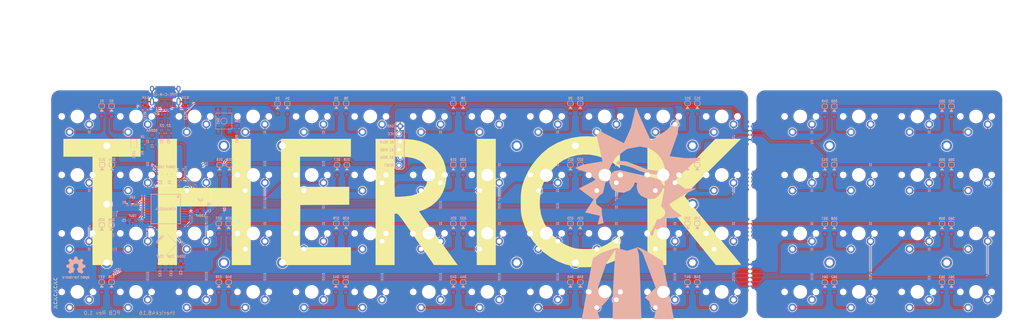
<source format=kicad_pcb>
(kicad_pcb (version 20171130) (host pcbnew "(5.1.2-1)-1")
  (layers (0 F.Cu signal) (31 B.Cu signal) (34 B.Paste user) (35 F.Paste user) (36 B.SilkS user) (37 F.SilkS user hide) (38 B.Mask user) (39 F.Mask user) (44 Edge.Cuts user))
  (net 0 "")
  (net 1 "Net-(D1-Pad2)")
  (net 2 "Net-(D2-Pad2)")
  (net 3 "Net-(D3-Pad2)")
  (net 4 "Net-(D4-Pad2)")
  (net 5 "Net-(D5-Pad2)")
  (net 6 "Net-(D6-Pad2)")
  (net 7 "Net-(D7-Pad2)")
  (net 8 "Net-(D8-Pad2)")
  (net 9 "Net-(D9-Pad2)")
  (net 10 "Net-(D10-Pad2)")
  (net 11 "Net-(D11-Pad2)")
  (net 12 "Net-(D12-Pad2)")
  (net 13 "Net-(D13-Pad2)")
  (net 14 "Net-(D14-Pad2)")
  (net 15 "Net-(D15-Pad2)")
  (net 16 "Net-(D16-Pad2)")
  (net 17 "Net-(D17-Pad2)")
  (net 18 "Net-(D18-Pad2)")
  (net 19 "Net-(D19-Pad2)")
  (net 20 "Net-(D20-Pad2)")
  (net 21 "Net-(D21-Pad2)")
  (net 22 "Net-(D22-Pad2)")
  (net 23 "Net-(D23-Pad2)")
  (net 24 "Net-(D24-Pad2)")
  (net 25 "Net-(D25-Pad2)")
  (net 26 "Net-(D26-Pad2)")
  (net 27 "Net-(D27-Pad2)")
  (net 28 "Net-(D28-Pad2)")
  (net 29 "Net-(D29-Pad2)")
  (net 30 "Net-(D30-Pad2)")
  (net 31 "Net-(D31-Pad2)")
  (net 32 "Net-(D32-Pad2)")
  (net 33 "Net-(D33-Pad2)")
  (net 34 "Net-(D34-Pad2)")
  (net 35 "Net-(D35-Pad2)")
  (net 36 "Net-(D36-Pad2)")
  (net 37 "Net-(D37-Pad2)")
  (net 38 "Net-(D38-Pad2)")
  (net 39 "Net-(D39-Pad2)")
  (net 40 "Net-(D40-Pad2)")
  (net 41 "Net-(D41-Pad2)")
  (net 42 "Net-(D42-Pad2)")
  (net 43 "Net-(D43-Pad2)")
  (net 44 "Net-(D44-Pad2)")
  (net 45 "Net-(D45-Pad2)")
  (net 46 "Net-(D46-Pad2)")
  (net 47 "Net-(D47-Pad2)")
  (net 48 "Net-(D48-Pad2)")
  (net 49 VCC)
  (net 50 "Net-(R3-Pad1)")
  (net 51 "Net-(C6-Pad1)")
  (net 52 XTAL1)
  (net 53 XTAL2)
  (net 54 row0)
  (net 55 row1)
  (net 56 row2)
  (net 57 row3)
  (net 58 D-)
  (net 59 D+)
  (net 60 col0)
  (net 61 col1)
  (net 62 col2)
  (net 63 col3)
  (net 64 col4)
  (net 65 col5)
  (net 66 col6)
  (net 67 col7)
  (net 68 col8)
  (net 69 col9)
  (net 70 col10)
  (net 71 col11)
  (net 72 "Net-(R1-Pad2)")
  (net 73 "Net-(R2-Pad1)")
  (net 74 VBUS)
  (net 75 D-BUS)
  (net 76 D+BUS)
  (net 77 "Net-(J1-PadB5)")
  (net 78 "Net-(J1-PadA5)")
  (net 79 ISP_Reset)
  (net 80 "Net-(D49-Pad2)")
  (net 81 "Net-(D50-Pad2)")
  (net 82 "Net-(D51-Pad2)")
  (net 83 "Net-(D52-Pad2)")
  (net 84 "Net-(D53-Pad2)")
  (net 85 "Net-(D54-Pad2)")
  (net 86 "Net-(D55-Pad2)")
  (net 87 "Net-(D56-Pad2)")
  (net 88 "Net-(D57-Pad2)")
  (net 89 "Net-(D58-Pad2)")
  (net 90 "Net-(D59-Pad2)")
  (net 91 "Net-(D60-Pad2)")
  (net 92 "Net-(D61-Pad2)")
  (net 93 "Net-(D62-Pad2)")
  (net 94 "Net-(D63-Pad2)")
  (net 95 "Net-(D64-Pad2)")
  (net 96 col12)
  (net 97 col13)
  (net 98 col14)
  (net 99 col15)
  (net 100 GND)
  (net 101 "Net-(LED1-Pad2)")
  (module Symbol:OSHW-Logo2_9.8x8mm_SilkScreen (layer B.Cu) (at 54.991 93.726 180)
    (fp_text reference U9 hide)
    (fp_text value HOLE hide)
  )
  (module Resistor_SMD:R_0805_2012Metric_Pad1.15x1.40mm_HandSolder (layer B.Cu) (at 76.581 53.594 90)
    (fp_text reference R4 (at -2.667 0 90) (layer B.SilkS) (effects (font (size 0.8 0.7)) (justify mirror)))
    (fp_text value 1K)
    (fp_text user %V (at 2.54 0 180) (layer B.SilkS) (effects (font (size 0.8 0.7)) (justify mirror)))
    (pad 2 smd roundrect (at 1.025 0 90) (size 1.15 1.4) (layers B.Cu B.Paste B.Mask) (roundrect_rratio 0.217391) (net 49 VCC))
    (pad 1 smd roundrect (at -1.025 0 90) (size 1.15 1.4) (layers B.Cu B.Paste B.Mask) (roundrect_rratio 0.217391) (net 101 "Net-(LED1-Pad2)"))
  )
  (module LED_SMD:LED_0805_2012Metric_Pad1.15x1.40mm_HandSolder (layer B.Cu) (at 73.787 53.594 270)
    (fp_text reference LED1 (at 3.302 0 90) (layer B.SilkS) (effects (font (size 0.8 0.7)) (justify mirror)))
    (fp_text value LED)
    (pad 2 smd roundrect (at 1.025 0 270) (size 1.15 1.4) (layers B.Cu B.Paste B.Mask) (roundrect_rratio 0.217391) (net 101 "Net-(LED1-Pad2)"))
    (pad 1 smd roundrect (at -1.025 0 270) (size 1.15 1.4) (layers B.Cu B.Paste B.Mask) (roundrect_rratio 0.217391) (net 100 GND))
  )
  (module Artwork:THERICK (layer F.Cu) (at 159.98 72.96)
    (fp_text reference U8 hide)
    (fp_text value HOLE hide)
  )
  (module Keeb_footprints:PIN_HEADER_1x6_OFFSET (layer B.Cu) (at 159.98 53.96 180)
    (fp_text reference J2)
    (fp_text value AVR-ISP-6_mod hide)
    (fp_text user GND (at 1.7907 6.3627) (layer B.SilkS) (effects (font (size 0.8 0.7)) (justify left mirror)))
    (fp_text user VCC (at 1.7907 3.8227) (layer B.SilkS) (effects (font (size 0.8 0.7)) (justify left mirror)))
    (fp_text user RESET (at 1.778 -6.35) (layer B.SilkS) (effects (font (size 0.8 0.7)) (justify left mirror)))
    (fp_text user "B1 SCLK" (at 1.7907 1.1557) (layer B.SilkS) (effects (font (size 0.8 0.7)) (justify left mirror)))
    (fp_text user "B2 MOSI" (at 1.778 -3.81) (layer B.SilkS) (effects (font (size 0.8 0.7)) (justify left mirror)))
    (fp_text user "B3 MISO" (at 1.778 -1.397) (layer B.SilkS) (effects (font (size 0.8 0.7)) (justify left mirror)))
    (pad 6 thru_hole roundrect (at -0.2032 6.35 180) (size 1.6002 1.6002) (drill 1.0668) (layers *.Cu *.Mask) (net 100 GND))
    (pad 2 thru_hole circle (at 0.2032 3.81 180) (size 1.6002 1.6002) (drill 1.0668) (layers *.Cu *.Mask) (net 49 VCC))
    (pad 5 thru_hole circle (at -0.2032 1.27 180) (size 1.6002 1.6002) (drill 1.0668) (layers *.Cu *.Mask) (net 69 col9))
    (pad 3 thru_hole circle (at 0.2032 -1.27 180) (size 1.6002 1.6002) (drill 1.0668) (layers *.Cu *.Mask) (net 71 col11))
    (pad 4 thru_hole circle (at -0.2032 -3.81 180) (size 1.6002 1.6002) (drill 1.0668) (layers *.Cu *.Mask) (net 70 col10))
    (pad 1 thru_hole circle (at 0.2032 -6.35 180) (size 1.6002 1.6002) (drill 1.0668) (layers *.Cu *.Mask) (net 79 ISP_Reset))
  )
  (module random-keyboard-parts:Generic-Mounthole (layer F.Cu) (at 254.98 91.96)
    (fp_text reference H18)
    (fp_text value MountingHole)
    (pad 1 thru_hole circle (at 0 0) (size 3.5 3.5) (drill 2.2) (layers *.Cu *.Mask))
  )
  (module random-keyboard-parts:Generic-Mounthole (layer F.Cu) (at 254.98 53.96)
    (fp_text reference H17)
    (fp_text value MountingHole)
    (pad 1 thru_hole circle (at 0 0) (size 3.5 3.5) (drill 2.2) (layers *.Cu *.Mask))
  )
  (module random-keyboard-parts:Generic-Mounthole (layer F.Cu) (at 197.98 91.96)
    (fp_text reference H16)
    (fp_text value MountingHole)
    (pad 1 thru_hole circle (at 0 0) (size 3.5 3.5) (drill 2.2) (layers *.Cu *.Mask))
  )
  (module random-keyboard-parts:Generic-Mounthole (layer F.Cu) (at 197.98 53.96)
    (fp_text reference H15)
    (fp_text value MountingHole)
    (pad 1 thru_hole circle (at 0 0) (size 3.5 3.5) (drill 2.2) (layers *.Cu *.Mask))
  )
  (module random-keyboard-parts:Generic-Mounthole (layer F.Cu) (at 121.98 91.96)
    (fp_text reference H14)
    (fp_text value MountingHole)
    (pad 1 thru_hole circle (at 0 0) (size 3.5 3.5) (drill 2.2) (layers *.Cu *.Mask))
  )
  (module random-keyboard-parts:Generic-Mounthole (layer F.Cu) (at 121.98 53.96)
    (fp_text reference H13)
    (fp_text value MountingHole)
    (pad 1 thru_hole circle (at 0 0) (size 3.5 3.5) (drill 2.2) (layers *.Cu *.Mask))
  )
  (module random-keyboard-parts:Generic-Mounthole (layer F.Cu) (at 64.98 91.96)
    (fp_text reference H12)
    (fp_text value MountingHole)
    (pad 1 thru_hole circle (at 0 0) (size 3.5 3.5) (drill 2.2) (layers *.Cu *.Mask))
  )
  (module random-keyboard-parts:Generic-Mounthole (layer F.Cu) (at 64.98 53.96)
    (fp_text reference H11)
    (fp_text value MountingHole)
    (pad 1 thru_hole circle (at 0 0) (size 3.5 3.5) (drill 2.2) (layers *.Cu *.Mask))
  )
  (module Keeb_footprints:MouseBite_IPC7351 (layer F.Cu) (at 273.59928 96.139747 90)
    (fp_text reference U5)
    (fp_text value HOLE)
    (pad "" np_thru_hole circle (at -2.794 0 90) (size 0.8 0.8) (drill 0.8) (layers *.Cu *.Mask))
    (pad "" np_thru_hole circle (at -1.377 0 90) (size 0.8 0.8) (drill 0.8) (layers *.Cu *.Mask))
    (pad "" np_thru_hole circle (at 2.794 0 90) (size 0.8 0.8) (drill 0.8) (layers *.Cu *.Mask))
    (pad "" np_thru_hole circle (at 1.377 0 90) (size 0.8 0.8) (drill 0.8) (layers *.Cu *.Mask))
    (pad "" np_thru_hole circle (at 0 0 90) (size 0.8 0.8) (drill 0.8) (layers *.Cu *.Mask))
    (pad "" np_thru_hole circle (at -4.191 0 90) (size 0.8 0.8) (drill 0.8) (layers *.Cu *.Mask))
    (pad "" np_thru_hole circle (at 4.445 0 90) (size 0.8 0.8) (drill 0.8) (layers *.Cu *.Mask))
  )
  (module Keeb_footprints:MouseBite_IPC7351 (layer F.Cu) (at 273.59928 81.32 90)
    (fp_text reference U7)
    (fp_text value HOLE)
    (pad "" np_thru_hole circle (at -2.5 0 90) (size 0.8 0.8) (drill 0.8) (layers *.Cu *.Mask))
    (pad "" np_thru_hole circle (at -1.25 0 90) (size 0.8 0.8) (drill 0.8) (layers *.Cu *.Mask))
    (pad "" np_thru_hole circle (at 2.667 0 90) (size 0.8 0.8) (drill 0.8) (layers *.Cu *.Mask))
    (pad "" np_thru_hole circle (at 1.25 0 90) (size 0.8 0.8) (drill 0.8) (layers *.Cu *.Mask))
    (pad "" np_thru_hole circle (at 0 0 90) (size 0.8 0.8) (drill 0.8) (layers *.Cu *.Mask))
  )
  (module Crystal:Crystal_SMD_3225-4Pin_3.2x2.5mm_HandSoldering (layer B.Cu) (at 84.3375 86.225 225)
    (fp_text reference Y1 (at -4.02167 -3.533766) (layer B.SilkS) (effects (font (size 0.8 0.7)) (justify mirror)))
    (fp_text value 16MHz)
    (pad 4 smd rect (at -1.45 1.15 225) (size 2.1 1.8) (layers B.Cu B.Paste B.Mask) (net 100 GND))
    (pad 3 smd rect (at 1.45 1.15 225) (size 2.1 1.8) (layers B.Cu B.Paste B.Mask) (net 53 XTAL2))
    (pad 2 smd rect (at 1.45 -1.15 225) (size 2.1 1.8) (layers B.Cu B.Paste B.Mask) (net 100 GND))
    (pad 1 smd rect (at -1.45 -1.15 225) (size 2.1 1.8) (layers B.Cu B.Paste B.Mask) (net 52 XTAL1))
  )
  (module Keeb_footprints:MouseBite_IPC7351 (layer F.Cu) (at 273.59928 49.779869 90)
    (fp_text reference U4)
    (fp_text value HOLE)
    (pad "" np_thru_hole circle (at -3.048 0 90) (size 0.8 0.8) (drill 0.8) (layers *.Cu *.Mask))
    (pad "" np_thru_hole circle (at -1.377 0 90) (size 0.8 0.8) (drill 0.8) (layers *.Cu *.Mask))
    (pad "" np_thru_hole circle (at 2.794 0 90) (size 0.8 0.8) (drill 0.8) (layers *.Cu *.Mask))
    (pad "" np_thru_hole circle (at 1.377 0 90) (size 0.8 0.8) (drill 0.8) (layers *.Cu *.Mask))
    (pad "" np_thru_hole circle (at 0 0 90) (size 0.8 0.8) (drill 0.8) (layers *.Cu *.Mask))
  )
  (module Keeb_footprints:MouseBite_IPC7351 (layer F.Cu) (at 273.59928 64.979829 90)
    (fp_text reference U6)
    (fp_text value HOLE)
    (pad "" np_thru_hole circle (at -2.5 0 90) (size 0.8 0.8) (drill 0.8) (layers *.Cu *.Mask))
    (pad "" np_thru_hole circle (at -1.25 0 90) (size 0.8 0.8) (drill 0.8) (layers *.Cu *.Mask))
    (pad "" np_thru_hole circle (at 2.5 0 90) (size 0.8 0.8) (drill 0.8) (layers *.Cu *.Mask))
    (pad "" np_thru_hole circle (at 1.25 0 90) (size 0.8 0.8) (drill 0.8) (layers *.Cu *.Mask))
    (pad "" np_thru_hole circle (at 0 0 90) (size 0.8 0.8) (drill 0.8) (layers *.Cu *.Mask))
  )
  (module Keeb_footprints:MX100 (layer F.Cu) (at 264.504704 101.447033)
    (fp_text reference K48)
    (fp_text value KEYSW)
    (pad 1 thru_hole circle (at 3.7846 2.5527 270) (size 2.54 2.54) (drill 1.525) (layers *.Cu *.Mask) (net 71 col11))
    (pad 2 thru_hole circle (at -2.5654 5.0927) (size 2.54 2.54) (drill 1.525) (layers *.Cu *.Mask) (net 48 "Net-(D48-Pad2)"))
    (pad "" np_thru_hole circle (at -5.1054 0.0127) (size 1.7018 1.7018) (drill 1.7018) (layers *.Cu *.Mask))
    (pad "" np_thru_hole circle (at 5.0546 0.0127) (size 1.7018 1.7018) (drill 1.7018) (layers *.Cu *.Mask))
    (pad "" np_thru_hole circle (at -0.0254 0.0127) (size 3.9878 3.9878) (drill 3.9878) (layers *.Cu *.Mask))
  )
  (module Keeb_footprints:MX100 (layer F.Cu) (at 245.504754 101.447033)
    (fp_text reference K47)
    (fp_text value KEYSW)
    (pad 1 thru_hole circle (at 3.7846 2.5527 270) (size 2.54 2.54) (drill 1.525) (layers *.Cu *.Mask) (net 70 col10))
    (pad 2 thru_hole circle (at -2.5654 5.0927) (size 2.54 2.54) (drill 1.525) (layers *.Cu *.Mask) (net 47 "Net-(D47-Pad2)"))
    (pad "" np_thru_hole circle (at -5.1054 0.0127) (size 1.7018 1.7018) (drill 1.7018) (layers *.Cu *.Mask))
    (pad "" np_thru_hole circle (at 5.0546 0.0127) (size 1.7018 1.7018) (drill 1.7018) (layers *.Cu *.Mask))
    (pad "" np_thru_hole circle (at -0.0254 0.0127) (size 3.9878 3.9878) (drill 3.9878) (layers *.Cu *.Mask))
  )
  (module Keeb_footprints:MX100 (layer F.Cu) (at 226.5054 101.447033)
    (fp_text reference K46)
    (fp_text value KEYSW)
    (pad 1 thru_hole circle (at 3.7846 2.5527 270) (size 2.54 2.54) (drill 1.525) (layers *.Cu *.Mask) (net 69 col9))
    (pad 2 thru_hole circle (at -2.5654 5.0927) (size 2.54 2.54) (drill 1.525) (layers *.Cu *.Mask) (net 46 "Net-(D46-Pad2)"))
    (pad "" np_thru_hole circle (at -5.1054 0.0127) (size 1.7018 1.7018) (drill 1.7018) (layers *.Cu *.Mask))
    (pad "" np_thru_hole circle (at 5.0546 0.0127) (size 1.7018 1.7018) (drill 1.7018) (layers *.Cu *.Mask))
    (pad "" np_thru_hole circle (at -0.0254 0.0127) (size 3.9878 3.9878) (drill 3.9878) (layers *.Cu *.Mask))
  )
  (module Keeb_footprints:MX100 (layer F.Cu) (at 207.504854 101.4473)
    (fp_text reference K45)
    (fp_text value KEYSW)
    (pad 1 thru_hole circle (at 3.7846 2.5527 270) (size 2.54 2.54) (drill 1.525) (layers *.Cu *.Mask) (net 68 col8))
    (pad 2 thru_hole circle (at -2.5654 5.0927) (size 2.54 2.54) (drill 1.525) (layers *.Cu *.Mask) (net 45 "Net-(D45-Pad2)"))
    (pad "" np_thru_hole circle (at -5.1054 0.0127) (size 1.7018 1.7018) (drill 1.7018) (layers *.Cu *.Mask))
    (pad "" np_thru_hole circle (at 5.0546 0.0127) (size 1.7018 1.7018) (drill 1.7018) (layers *.Cu *.Mask))
    (pad "" np_thru_hole circle (at -0.0254 0.0127) (size 3.9878 3.9878) (drill 3.9878) (layers *.Cu *.Mask))
  )
  (module Keeb_footprints:MX100 (layer F.Cu) (at 188.5054 101.4473)
    (fp_text reference K44)
    (fp_text value KEYSW)
    (pad 1 thru_hole circle (at 3.7846 2.5527 270) (size 2.54 2.54) (drill 1.525) (layers *.Cu *.Mask) (net 67 col7))
    (pad 2 thru_hole circle (at -2.5654 5.0927) (size 2.54 2.54) (drill 1.525) (layers *.Cu *.Mask) (net 44 "Net-(D44-Pad2)"))
    (pad "" np_thru_hole circle (at -5.1054 0.0127) (size 1.7018 1.7018) (drill 1.7018) (layers *.Cu *.Mask))
    (pad "" np_thru_hole circle (at 5.0546 0.0127) (size 1.7018 1.7018) (drill 1.7018) (layers *.Cu *.Mask))
    (pad "" np_thru_hole circle (at -0.0254 0.0127) (size 3.9878 3.9878) (drill 3.9878) (layers *.Cu *.Mask))
  )
  (module Keeb_footprints:MX100 (layer F.Cu) (at 169.5054 101.4473)
    (fp_text reference K43)
    (fp_text value KEYSW)
    (pad 1 thru_hole circle (at 3.7846 2.5527 270) (size 2.54 2.54) (drill 1.525) (layers *.Cu *.Mask) (net 66 col6))
    (pad 2 thru_hole circle (at -2.5654 5.0927) (size 2.54 2.54) (drill 1.525) (layers *.Cu *.Mask) (net 43 "Net-(D43-Pad2)"))
    (pad "" np_thru_hole circle (at -5.1054 0.0127) (size 1.7018 1.7018) (drill 1.7018) (layers *.Cu *.Mask))
    (pad "" np_thru_hole circle (at 5.0546 0.0127) (size 1.7018 1.7018) (drill 1.7018) (layers *.Cu *.Mask))
    (pad "" np_thru_hole circle (at -0.0254 0.0127) (size 3.9878 3.9878) (drill 3.9878) (layers *.Cu *.Mask))
  )
  (module Keeb_footprints:MX100 (layer F.Cu) (at 150.5054 101.447033)
    (fp_text reference K42)
    (fp_text value KEYSW)
    (pad 1 thru_hole circle (at 3.7846 2.5527 270) (size 2.54 2.54) (drill 1.525) (layers *.Cu *.Mask) (net 65 col5))
    (pad 2 thru_hole circle (at -2.5654 5.0927) (size 2.54 2.54) (drill 1.525) (layers *.Cu *.Mask) (net 42 "Net-(D42-Pad2)"))
    (pad "" np_thru_hole circle (at -5.1054 0.0127) (size 1.7018 1.7018) (drill 1.7018) (layers *.Cu *.Mask))
    (pad "" np_thru_hole circle (at 5.0546 0.0127) (size 1.7018 1.7018) (drill 1.7018) (layers *.Cu *.Mask))
    (pad "" np_thru_hole circle (at -0.0254 0.0127) (size 3.9878 3.9878) (drill 3.9878) (layers *.Cu *.Mask))
  )
  (module Keeb_footprints:MX100 (layer F.Cu) (at 131.5054 101.4473)
    (fp_text reference K41)
    (fp_text value KEYSW)
    (pad 1 thru_hole circle (at 3.7846 2.5527 270) (size 2.54 2.54) (drill 1.525) (layers *.Cu *.Mask) (net 64 col4))
    (pad 2 thru_hole circle (at -2.5654 5.0927) (size 2.54 2.54) (drill 1.525) (layers *.Cu *.Mask) (net 41 "Net-(D41-Pad2)"))
    (pad "" np_thru_hole circle (at -5.1054 0.0127) (size 1.7018 1.7018) (drill 1.7018) (layers *.Cu *.Mask))
    (pad "" np_thru_hole circle (at 5.0546 0.0127) (size 1.7018 1.7018) (drill 1.7018) (layers *.Cu *.Mask))
    (pad "" np_thru_hole circle (at -0.0254 0.0127) (size 3.9878 3.9878) (drill 3.9878) (layers *.Cu *.Mask))
  )
  (module Keeb_footprints:MX100 (layer F.Cu) (at 112.5054 101.4473)
    (fp_text reference K40)
    (fp_text value KEYSW)
    (pad 1 thru_hole circle (at 3.7846 2.5527 270) (size 2.54 2.54) (drill 1.525) (layers *.Cu *.Mask) (net 63 col3))
    (pad 2 thru_hole circle (at -2.5654 5.0927) (size 2.54 2.54) (drill 1.525) (layers *.Cu *.Mask) (net 40 "Net-(D40-Pad2)"))
    (pad "" np_thru_hole circle (at -5.1054 0.0127) (size 1.7018 1.7018) (drill 1.7018) (layers *.Cu *.Mask))
    (pad "" np_thru_hole circle (at 5.0546 0.0127) (size 1.7018 1.7018) (drill 1.7018) (layers *.Cu *.Mask))
    (pad "" np_thru_hole circle (at -0.0254 0.0127) (size 3.9878 3.9878) (drill 3.9878) (layers *.Cu *.Mask))
  )
  (module Keeb_footprints:MX100 (layer F.Cu) (at 93.5054 101.4473)
    (fp_text reference K39)
    (fp_text value KEYSW)
    (pad 1 thru_hole circle (at 3.7846 2.5527 270) (size 2.54 2.54) (drill 1.525) (layers *.Cu *.Mask) (net 62 col2))
    (pad 2 thru_hole circle (at -2.5654 5.0927) (size 2.54 2.54) (drill 1.525) (layers *.Cu *.Mask) (net 39 "Net-(D39-Pad2)"))
    (pad "" np_thru_hole circle (at -5.1054 0.0127) (size 1.7018 1.7018) (drill 1.7018) (layers *.Cu *.Mask))
    (pad "" np_thru_hole circle (at 5.0546 0.0127) (size 1.7018 1.7018) (drill 1.7018) (layers *.Cu *.Mask))
    (pad "" np_thru_hole circle (at -0.0254 0.0127) (size 3.9878 3.9878) (drill 3.9878) (layers *.Cu *.Mask))
  )
  (module Keeb_footprints:MX100 (layer F.Cu) (at 74.5054 101.4473)
    (fp_text reference K38)
    (fp_text value KEYSW)
    (pad 1 thru_hole circle (at 3.7846 2.5527 270) (size 2.54 2.54) (drill 1.525) (layers *.Cu *.Mask) (net 61 col1))
    (pad 2 thru_hole circle (at -2.5654 5.0927) (size 2.54 2.54) (drill 1.525) (layers *.Cu *.Mask) (net 38 "Net-(D38-Pad2)"))
    (pad "" np_thru_hole circle (at -5.1054 0.0127) (size 1.7018 1.7018) (drill 1.7018) (layers *.Cu *.Mask))
    (pad "" np_thru_hole circle (at 5.0546 0.0127) (size 1.7018 1.7018) (drill 1.7018) (layers *.Cu *.Mask))
    (pad "" np_thru_hole circle (at -0.0254 0.0127) (size 3.9878 3.9878) (drill 3.9878) (layers *.Cu *.Mask))
  )
  (module Keeb_footprints:MX100 (layer F.Cu) (at 55.5054 101.4473)
    (fp_text reference K37)
    (fp_text value KEYSW)
    (pad 1 thru_hole circle (at 3.7846 2.5527 270) (size 2.54 2.54) (drill 1.525) (layers *.Cu *.Mask) (net 60 col0))
    (pad 2 thru_hole circle (at -2.5654 5.0927) (size 2.54 2.54) (drill 1.525) (layers *.Cu *.Mask) (net 37 "Net-(D37-Pad2)"))
    (pad "" np_thru_hole circle (at -5.1054 0.0127) (size 1.7018 1.7018) (drill 1.7018) (layers *.Cu *.Mask))
    (pad "" np_thru_hole circle (at 5.0546 0.0127) (size 1.7018 1.7018) (drill 1.7018) (layers *.Cu *.Mask))
    (pad "" np_thru_hole circle (at -0.0254 0.0127) (size 3.9878 3.9878) (drill 3.9878) (layers *.Cu *.Mask))
  )
  (module Keeb_footprints:MX100 (layer F.Cu) (at 264.504704 82.4473)
    (fp_text reference K36)
    (fp_text value KEYSW)
    (pad 1 thru_hole circle (at 3.7846 2.5527 270) (size 2.54 2.54) (drill 1.525) (layers *.Cu *.Mask) (net 71 col11))
    (pad 2 thru_hole circle (at -2.5654 5.0927) (size 2.54 2.54) (drill 1.525) (layers *.Cu *.Mask) (net 36 "Net-(D36-Pad2)"))
    (pad "" np_thru_hole circle (at -5.1054 0.0127) (size 1.7018 1.7018) (drill 1.7018) (layers *.Cu *.Mask))
    (pad "" np_thru_hole circle (at 5.0546 0.0127) (size 1.7018 1.7018) (drill 1.7018) (layers *.Cu *.Mask))
    (pad "" np_thru_hole circle (at -0.0254 0.0127) (size 3.9878 3.9878) (drill 3.9878) (layers *.Cu *.Mask))
  )
  (module Keeb_footprints:MX100 (layer F.Cu) (at 245.504754 82.447083)
    (fp_text reference K35)
    (fp_text value KEYSW)
    (pad 1 thru_hole circle (at 3.7846 2.5527 270) (size 2.54 2.54) (drill 1.525) (layers *.Cu *.Mask) (net 70 col10))
    (pad 2 thru_hole circle (at -2.5654 5.0927) (size 2.54 2.54) (drill 1.525) (layers *.Cu *.Mask) (net 35 "Net-(D35-Pad2)"))
    (pad "" np_thru_hole circle (at -5.1054 0.0127) (size 1.7018 1.7018) (drill 1.7018) (layers *.Cu *.Mask))
    (pad "" np_thru_hole circle (at 5.0546 0.0127) (size 1.7018 1.7018) (drill 1.7018) (layers *.Cu *.Mask))
    (pad "" np_thru_hole circle (at -0.0254 0.0127) (size 3.9878 3.9878) (drill 3.9878) (layers *.Cu *.Mask))
  )
  (module Keeb_footprints:MX100 (layer F.Cu) (at 226.5054 82.4473)
    (fp_text reference K34)
    (fp_text value KEYSW)
    (pad 1 thru_hole circle (at 3.7846 2.5527 270) (size 2.54 2.54) (drill 1.525) (layers *.Cu *.Mask) (net 69 col9))
    (pad 2 thru_hole circle (at -2.5654 5.0927) (size 2.54 2.54) (drill 1.525) (layers *.Cu *.Mask) (net 34 "Net-(D34-Pad2)"))
    (pad "" np_thru_hole circle (at -5.1054 0.0127) (size 1.7018 1.7018) (drill 1.7018) (layers *.Cu *.Mask))
    (pad "" np_thru_hole circle (at 5.0546 0.0127) (size 1.7018 1.7018) (drill 1.7018) (layers *.Cu *.Mask))
    (pad "" np_thru_hole circle (at -0.0254 0.0127) (size 3.9878 3.9878) (drill 3.9878) (layers *.Cu *.Mask))
  )
  (module Keeb_footprints:MX100 (layer F.Cu) (at 207.504854 82.4473)
    (fp_text reference K33)
    (fp_text value KEYSW)
    (pad 1 thru_hole circle (at 3.7846 2.5527 270) (size 2.54 2.54) (drill 1.525) (layers *.Cu *.Mask) (net 68 col8))
    (pad 2 thru_hole circle (at -2.5654 5.0927) (size 2.54 2.54) (drill 1.525) (layers *.Cu *.Mask) (net 33 "Net-(D33-Pad2)"))
    (pad "" np_thru_hole circle (at -5.1054 0.0127) (size 1.7018 1.7018) (drill 1.7018) (layers *.Cu *.Mask))
    (pad "" np_thru_hole circle (at 5.0546 0.0127) (size 1.7018 1.7018) (drill 1.7018) (layers *.Cu *.Mask))
    (pad "" np_thru_hole circle (at -0.0254 0.0127) (size 3.9878 3.9878) (drill 3.9878) (layers *.Cu *.Mask))
  )
  (module Keeb_footprints:MX100 (layer F.Cu) (at 188.504904 82.447083)
    (fp_text reference K32)
    (fp_text value KEYSW)
    (pad 1 thru_hole circle (at 3.7846 2.5527 270) (size 2.54 2.54) (drill 1.525) (layers *.Cu *.Mask) (net 67 col7))
    (pad 2 thru_hole circle (at -2.5654 5.0927) (size 2.54 2.54) (drill 1.525) (layers *.Cu *.Mask) (net 32 "Net-(D32-Pad2)"))
    (pad "" np_thru_hole circle (at -5.1054 0.0127) (size 1.7018 1.7018) (drill 1.7018) (layers *.Cu *.Mask))
    (pad "" np_thru_hole circle (at 5.0546 0.0127) (size 1.7018 1.7018) (drill 1.7018) (layers *.Cu *.Mask))
    (pad "" np_thru_hole circle (at -0.0254 0.0127) (size 3.9878 3.9878) (drill 3.9878) (layers *.Cu *.Mask))
  )
  (module Keeb_footprints:MX100 (layer F.Cu) (at 169.504954 82.447083)
    (fp_text reference K31)
    (fp_text value KEYSW)
    (pad 1 thru_hole circle (at 3.7846 2.5527 270) (size 2.54 2.54) (drill 1.525) (layers *.Cu *.Mask) (net 66 col6))
    (pad 2 thru_hole circle (at -2.5654 5.0927) (size 2.54 2.54) (drill 1.525) (layers *.Cu *.Mask) (net 31 "Net-(D31-Pad2)"))
    (pad "" np_thru_hole circle (at -5.1054 0.0127) (size 1.7018 1.7018) (drill 1.7018) (layers *.Cu *.Mask))
    (pad "" np_thru_hole circle (at 5.0546 0.0127) (size 1.7018 1.7018) (drill 1.7018) (layers *.Cu *.Mask))
    (pad "" np_thru_hole circle (at -0.0254 0.0127) (size 3.9878 3.9878) (drill 3.9878) (layers *.Cu *.Mask))
  )
  (module Keeb_footprints:MX100 (layer F.Cu) (at 150.505004 82.447083)
    (fp_text reference K30)
    (fp_text value KEYSW)
    (pad 1 thru_hole circle (at 3.7846 2.5527 270) (size 2.54 2.54) (drill 1.525) (layers *.Cu *.Mask) (net 65 col5))
    (pad 2 thru_hole circle (at -2.5654 5.0927) (size 2.54 2.54) (drill 1.525) (layers *.Cu *.Mask) (net 30 "Net-(D30-Pad2)"))
    (pad "" np_thru_hole circle (at -5.1054 0.0127) (size 1.7018 1.7018) (drill 1.7018) (layers *.Cu *.Mask))
    (pad "" np_thru_hole circle (at 5.0546 0.0127) (size 1.7018 1.7018) (drill 1.7018) (layers *.Cu *.Mask))
    (pad "" np_thru_hole circle (at -0.0254 0.0127) (size 3.9878 3.9878) (drill 3.9878) (layers *.Cu *.Mask))
  )
  (module Keeb_footprints:MX100 (layer F.Cu) (at 131.5054 82.447083)
    (fp_text reference K29)
    (fp_text value KEYSW)
    (pad 1 thru_hole circle (at 3.7846 2.5527 270) (size 2.54 2.54) (drill 1.525) (layers *.Cu *.Mask) (net 64 col4))
    (pad 2 thru_hole circle (at -2.5654 5.0927) (size 2.54 2.54) (drill 1.525) (layers *.Cu *.Mask) (net 29 "Net-(D29-Pad2)"))
    (pad "" np_thru_hole circle (at -5.1054 0.0127) (size 1.7018 1.7018) (drill 1.7018) (layers *.Cu *.Mask))
    (pad "" np_thru_hole circle (at 5.0546 0.0127) (size 1.7018 1.7018) (drill 1.7018) (layers *.Cu *.Mask))
    (pad "" np_thru_hole circle (at -0.0254 0.0127) (size 3.9878 3.9878) (drill 3.9878) (layers *.Cu *.Mask))
  )
  (module Keeb_footprints:MX100 (layer F.Cu) (at 112.505104 82.447083)
    (fp_text reference K28)
    (fp_text value KEYSW)
    (pad 1 thru_hole circle (at 3.7846 2.5527 270) (size 2.54 2.54) (drill 1.525) (layers *.Cu *.Mask) (net 63 col3))
    (pad 2 thru_hole circle (at -2.5654 5.0927) (size 2.54 2.54) (drill 1.525) (layers *.Cu *.Mask) (net 28 "Net-(D28-Pad2)"))
    (pad "" np_thru_hole circle (at -5.1054 0.0127) (size 1.7018 1.7018) (drill 1.7018) (layers *.Cu *.Mask))
    (pad "" np_thru_hole circle (at 5.0546 0.0127) (size 1.7018 1.7018) (drill 1.7018) (layers *.Cu *.Mask))
    (pad "" np_thru_hole circle (at -0.0254 0.0127) (size 3.9878 3.9878) (drill 3.9878) (layers *.Cu *.Mask))
  )
  (module Keeb_footprints:MX100 (layer F.Cu) (at 93.505154 82.447083)
    (fp_text reference K27)
    (fp_text value KEYSW)
    (pad 1 thru_hole circle (at 3.7846 2.5527 270) (size 2.54 2.54) (drill 1.525) (layers *.Cu *.Mask) (net 62 col2))
    (pad 2 thru_hole circle (at -2.5654 5.0927) (size 2.54 2.54) (drill 1.525) (layers *.Cu *.Mask) (net 27 "Net-(D27-Pad2)"))
    (pad "" np_thru_hole circle (at -5.1054 0.0127) (size 1.7018 1.7018) (drill 1.7018) (layers *.Cu *.Mask))
    (pad "" np_thru_hole circle (at 5.0546 0.0127) (size 1.7018 1.7018) (drill 1.7018) (layers *.Cu *.Mask))
    (pad "" np_thru_hole circle (at -0.0254 0.0127) (size 3.9878 3.9878) (drill 3.9878) (layers *.Cu *.Mask))
  )
  (module Keeb_footprints:MX100 (layer F.Cu) (at 74.505204 82.4473)
    (fp_text reference K26)
    (fp_text value KEYSW)
    (pad 1 thru_hole circle (at 3.7846 2.5527 270) (size 2.54 2.54) (drill 1.525) (layers *.Cu *.Mask) (net 61 col1))
    (pad 2 thru_hole circle (at -2.5654 5.0927) (size 2.54 2.54) (drill 1.525) (layers *.Cu *.Mask) (net 26 "Net-(D26-Pad2)"))
    (pad "" np_thru_hole circle (at -5.1054 0.0127) (size 1.7018 1.7018) (drill 1.7018) (layers *.Cu *.Mask))
    (pad "" np_thru_hole circle (at 5.0546 0.0127) (size 1.7018 1.7018) (drill 1.7018) (layers *.Cu *.Mask))
    (pad "" np_thru_hole circle (at -0.0254 0.0127) (size 3.9878 3.9878) (drill 3.9878) (layers *.Cu *.Mask))
  )
  (module Keeb_footprints:MX100 (layer F.Cu) (at 55.5054 82.4473)
    (fp_text reference K25)
    (fp_text value KEYSW)
    (pad 1 thru_hole circle (at 3.7846 2.5527 270) (size 2.54 2.54) (drill 1.525) (layers *.Cu *.Mask) (net 60 col0))
    (pad 2 thru_hole circle (at -2.5654 5.0927) (size 2.54 2.54) (drill 1.525) (layers *.Cu *.Mask) (net 25 "Net-(D25-Pad2)"))
    (pad "" np_thru_hole circle (at -5.1054 0.0127) (size 1.7018 1.7018) (drill 1.7018) (layers *.Cu *.Mask))
    (pad "" np_thru_hole circle (at 5.0546 0.0127) (size 1.7018 1.7018) (drill 1.7018) (layers *.Cu *.Mask))
    (pad "" np_thru_hole circle (at -0.0254 0.0127) (size 3.9878 3.9878) (drill 3.9878) (layers *.Cu *.Mask))
  )
  (module Keeb_footprints:MX100 (layer F.Cu) (at 264.504704 63.4473)
    (fp_text reference K24)
    (fp_text value KEYSW)
    (pad 1 thru_hole circle (at 3.7846 2.5527 270) (size 2.54 2.54) (drill 1.525) (layers *.Cu *.Mask) (net 71 col11))
    (pad 2 thru_hole circle (at -2.5654 5.0927) (size 2.54 2.54) (drill 1.525) (layers *.Cu *.Mask) (net 24 "Net-(D24-Pad2)"))
    (pad "" np_thru_hole circle (at -5.1054 0.0127) (size 1.7018 1.7018) (drill 1.7018) (layers *.Cu *.Mask))
    (pad "" np_thru_hole circle (at 5.0546 0.0127) (size 1.7018 1.7018) (drill 1.7018) (layers *.Cu *.Mask))
    (pad "" np_thru_hole circle (at -0.0254 0.0127) (size 3.9878 3.9878) (drill 3.9878) (layers *.Cu *.Mask))
  )
  (module Keeb_footprints:MX100 (layer F.Cu) (at 245.504754 63.4473)
    (fp_text reference K23)
    (fp_text value KEYSW)
    (pad 1 thru_hole circle (at 3.7846 2.5527 270) (size 2.54 2.54) (drill 1.525) (layers *.Cu *.Mask) (net 70 col10))
    (pad 2 thru_hole circle (at -2.5654 5.0927) (size 2.54 2.54) (drill 1.525) (layers *.Cu *.Mask) (net 23 "Net-(D23-Pad2)"))
    (pad "" np_thru_hole circle (at -5.1054 0.0127) (size 1.7018 1.7018) (drill 1.7018) (layers *.Cu *.Mask))
    (pad "" np_thru_hole circle (at 5.0546 0.0127) (size 1.7018 1.7018) (drill 1.7018) (layers *.Cu *.Mask))
    (pad "" np_thru_hole circle (at -0.0254 0.0127) (size 3.9878 3.9878) (drill 3.9878) (layers *.Cu *.Mask))
  )
  (module Keeb_footprints:MX100 (layer F.Cu) (at 226.5054 63.4473)
    (fp_text reference K22)
    (fp_text value KEYSW)
    (pad 1 thru_hole circle (at 3.7846 2.5527 270) (size 2.54 2.54) (drill 1.525) (layers *.Cu *.Mask) (net 69 col9))
    (pad 2 thru_hole circle (at -2.5654 5.0927) (size 2.54 2.54) (drill 1.525) (layers *.Cu *.Mask) (net 22 "Net-(D22-Pad2)"))
    (pad "" np_thru_hole circle (at -5.1054 0.0127) (size 1.7018 1.7018) (drill 1.7018) (layers *.Cu *.Mask))
    (pad "" np_thru_hole circle (at 5.0546 0.0127) (size 1.7018 1.7018) (drill 1.7018) (layers *.Cu *.Mask))
    (pad "" np_thru_hole circle (at -0.0254 0.0127) (size 3.9878 3.9878) (drill 3.9878) (layers *.Cu *.Mask))
  )
  (module Keeb_footprints:MX100 (layer F.Cu) (at 207.504854 63.4473)
    (fp_text reference K21)
    (fp_text value KEYSW)
    (pad 1 thru_hole circle (at 3.7846 2.5527 270) (size 2.54 2.54) (drill 1.525) (layers *.Cu *.Mask) (net 68 col8))
    (pad 2 thru_hole circle (at -2.5654 5.0927) (size 2.54 2.54) (drill 1.525) (layers *.Cu *.Mask) (net 21 "Net-(D21-Pad2)"))
    (pad "" np_thru_hole circle (at -5.1054 0.0127) (size 1.7018 1.7018) (drill 1.7018) (layers *.Cu *.Mask))
    (pad "" np_thru_hole circle (at 5.0546 0.0127) (size 1.7018 1.7018) (drill 1.7018) (layers *.Cu *.Mask))
    (pad "" np_thru_hole circle (at -0.0254 0.0127) (size 3.9878 3.9878) (drill 3.9878) (layers *.Cu *.Mask))
  )
  (module Keeb_footprints:MX100 (layer F.Cu) (at 188.504904 63.447133)
    (fp_text reference K20)
    (fp_text value KEYSW)
    (pad 1 thru_hole circle (at 3.7846 2.5527 270) (size 2.54 2.54) (drill 1.525) (layers *.Cu *.Mask) (net 67 col7))
    (pad 2 thru_hole circle (at -2.5654 5.0927) (size 2.54 2.54) (drill 1.525) (layers *.Cu *.Mask) (net 20 "Net-(D20-Pad2)"))
    (pad "" np_thru_hole circle (at -5.1054 0.0127) (size 1.7018 1.7018) (drill 1.7018) (layers *.Cu *.Mask))
    (pad "" np_thru_hole circle (at 5.0546 0.0127) (size 1.7018 1.7018) (drill 1.7018) (layers *.Cu *.Mask))
    (pad "" np_thru_hole circle (at -0.0254 0.0127) (size 3.9878 3.9878) (drill 3.9878) (layers *.Cu *.Mask))
  )
  (module Keeb_footprints:MX100 (layer F.Cu) (at 169.5054 63.447133)
    (fp_text reference K19)
    (fp_text value KEYSW)
    (pad 1 thru_hole circle (at 3.7846 2.5527 270) (size 2.54 2.54) (drill 1.525) (layers *.Cu *.Mask) (net 66 col6))
    (pad 2 thru_hole circle (at -2.5654 5.0927) (size 2.54 2.54) (drill 1.525) (layers *.Cu *.Mask) (net 19 "Net-(D19-Pad2)"))
    (pad "" np_thru_hole circle (at -5.1054 0.0127) (size 1.7018 1.7018) (drill 1.7018) (layers *.Cu *.Mask))
    (pad "" np_thru_hole circle (at 5.0546 0.0127) (size 1.7018 1.7018) (drill 1.7018) (layers *.Cu *.Mask))
    (pad "" np_thru_hole circle (at -0.0254 0.0127) (size 3.9878 3.9878) (drill 3.9878) (layers *.Cu *.Mask))
  )
  (module Keeb_footprints:MX100 (layer F.Cu) (at 150.505004 63.4473)
    (fp_text reference K18)
    (fp_text value KEYSW)
    (pad 1 thru_hole circle (at 3.7846 2.5527 270) (size 2.54 2.54) (drill 1.525) (layers *.Cu *.Mask) (net 65 col5))
    (pad 2 thru_hole circle (at -2.5654 5.0927) (size 2.54 2.54) (drill 1.525) (layers *.Cu *.Mask) (net 18 "Net-(D18-Pad2)"))
    (pad "" np_thru_hole circle (at -5.1054 0.0127) (size 1.7018 1.7018) (drill 1.7018) (layers *.Cu *.Mask))
    (pad "" np_thru_hole circle (at 5.0546 0.0127) (size 1.7018 1.7018) (drill 1.7018) (layers *.Cu *.Mask))
    (pad "" np_thru_hole circle (at -0.0254 0.0127) (size 3.9878 3.9878) (drill 3.9878) (layers *.Cu *.Mask))
  )
  (module Keeb_footprints:MX100 (layer F.Cu) (at 131.505054 63.4473)
    (fp_text reference K17)
    (fp_text value KEYSW)
    (pad 1 thru_hole circle (at 3.7846 2.5527 270) (size 2.54 2.54) (drill 1.525) (layers *.Cu *.Mask) (net 64 col4))
    (pad 2 thru_hole circle (at -2.5654 5.0927) (size 2.54 2.54) (drill 1.525) (layers *.Cu *.Mask) (net 17 "Net-(D17-Pad2)"))
    (pad "" np_thru_hole circle (at -5.1054 0.0127) (size 1.7018 1.7018) (drill 1.7018) (layers *.Cu *.Mask))
    (pad "" np_thru_hole circle (at 5.0546 0.0127) (size 1.7018 1.7018) (drill 1.7018) (layers *.Cu *.Mask))
    (pad "" np_thru_hole circle (at -0.0254 0.0127) (size 3.9878 3.9878) (drill 3.9878) (layers *.Cu *.Mask))
  )
  (module Keeb_footprints:MX100 (layer F.Cu) (at 112.5054 63.4473)
    (fp_text reference K16)
    (fp_text value KEYSW)
    (pad 1 thru_hole circle (at 3.7846 2.5527 270) (size 2.54 2.54) (drill 1.525) (layers *.Cu *.Mask) (net 63 col3))
    (pad 2 thru_hole circle (at -2.5654 5.0927) (size 2.54 2.54) (drill 1.525) (layers *.Cu *.Mask) (net 16 "Net-(D16-Pad2)"))
    (pad "" np_thru_hole circle (at -5.1054 0.0127) (size 1.7018 1.7018) (drill 1.7018) (layers *.Cu *.Mask))
    (pad "" np_thru_hole circle (at 5.0546 0.0127) (size 1.7018 1.7018) (drill 1.7018) (layers *.Cu *.Mask))
    (pad "" np_thru_hole circle (at -0.0254 0.0127) (size 3.9878 3.9878) (drill 3.9878) (layers *.Cu *.Mask))
  )
  (module Keeb_footprints:MX100 (layer F.Cu) (at 93.5054 63.4473)
    (fp_text reference K15)
    (fp_text value KEYSW)
    (pad 1 thru_hole circle (at 3.7846 2.5527 270) (size 2.54 2.54) (drill 1.525) (layers *.Cu *.Mask) (net 62 col2))
    (pad 2 thru_hole circle (at -2.5654 5.0927) (size 2.54 2.54) (drill 1.525) (layers *.Cu *.Mask) (net 15 "Net-(D15-Pad2)"))
    (pad "" np_thru_hole circle (at -5.1054 0.0127) (size 1.7018 1.7018) (drill 1.7018) (layers *.Cu *.Mask))
    (pad "" np_thru_hole circle (at 5.0546 0.0127) (size 1.7018 1.7018) (drill 1.7018) (layers *.Cu *.Mask))
    (pad "" np_thru_hole circle (at -0.0254 0.0127) (size 3.9878 3.9878) (drill 3.9878) (layers *.Cu *.Mask))
  )
  (module Keeb_footprints:MX100 (layer F.Cu) (at 74.5054 63.4473)
    (fp_text reference K14)
    (fp_text value KEYSW)
    (pad 1 thru_hole circle (at 3.7846 2.5527 270) (size 2.54 2.54) (drill 1.525) (layers *.Cu *.Mask) (net 61 col1))
    (pad 2 thru_hole circle (at -2.5654 5.0927) (size 2.54 2.54) (drill 1.525) (layers *.Cu *.Mask) (net 14 "Net-(D14-Pad2)"))
    (pad "" np_thru_hole circle (at -5.1054 0.0127) (size 1.7018 1.7018) (drill 1.7018) (layers *.Cu *.Mask))
    (pad "" np_thru_hole circle (at 5.0546 0.0127) (size 1.7018 1.7018) (drill 1.7018) (layers *.Cu *.Mask))
    (pad "" np_thru_hole circle (at -0.0254 0.0127) (size 3.9878 3.9878) (drill 3.9878) (layers *.Cu *.Mask))
  )
  (module Keeb_footprints:MX100 (layer F.Cu) (at 55.5054 63.4473)
    (fp_text reference K13)
    (fp_text value KEYSW)
    (pad 1 thru_hole circle (at 3.7846 2.5527 270) (size 2.54 2.54) (drill 1.525) (layers *.Cu *.Mask) (net 60 col0))
    (pad 2 thru_hole circle (at -2.5654 5.0927) (size 2.54 2.54) (drill 1.525) (layers *.Cu *.Mask) (net 13 "Net-(D13-Pad2)"))
    (pad "" np_thru_hole circle (at -5.1054 0.0127) (size 1.7018 1.7018) (drill 1.7018) (layers *.Cu *.Mask))
    (pad "" np_thru_hole circle (at 5.0546 0.0127) (size 1.7018 1.7018) (drill 1.7018) (layers *.Cu *.Mask))
    (pad "" np_thru_hole circle (at -0.0254 0.0127) (size 3.9878 3.9878) (drill 3.9878) (layers *.Cu *.Mask))
  )
  (module Keeb_footprints:MX100 (layer F.Cu) (at 264.504704 44.46)
    (fp_text reference K12)
    (fp_text value KEYSW)
    (pad 1 thru_hole circle (at 3.7846 2.5527 270) (size 2.54 2.54) (drill 1.525) (layers *.Cu *.Mask) (net 71 col11))
    (pad 2 thru_hole circle (at -2.5654 5.0927) (size 2.54 2.54) (drill 1.525) (layers *.Cu *.Mask) (net 12 "Net-(D12-Pad2)"))
    (pad "" np_thru_hole circle (at -5.1054 0.0127) (size 1.7018 1.7018) (drill 1.7018) (layers *.Cu *.Mask))
    (pad "" np_thru_hole circle (at 5.0546 0.0127) (size 1.7018 1.7018) (drill 1.7018) (layers *.Cu *.Mask))
    (pad "" np_thru_hole circle (at -0.0254 0.0127) (size 3.9878 3.9878) (drill 3.9878) (layers *.Cu *.Mask))
  )
  (module Keeb_footprints:MX100 (layer F.Cu) (at 245.504754 44.447183)
    (fp_text reference K11)
    (fp_text value KEYSW)
    (pad 1 thru_hole circle (at 3.7846 2.5527 270) (size 2.54 2.54) (drill 1.525) (layers *.Cu *.Mask) (net 70 col10))
    (pad 2 thru_hole circle (at -2.5654 5.0927) (size 2.54 2.54) (drill 1.525) (layers *.Cu *.Mask) (net 11 "Net-(D11-Pad2)"))
    (pad "" np_thru_hole circle (at -5.1054 0.0127) (size 1.7018 1.7018) (drill 1.7018) (layers *.Cu *.Mask))
    (pad "" np_thru_hole circle (at 5.0546 0.0127) (size 1.7018 1.7018) (drill 1.7018) (layers *.Cu *.Mask))
    (pad "" np_thru_hole circle (at -0.0254 0.0127) (size 3.9878 3.9878) (drill 3.9878) (layers *.Cu *.Mask))
  )
  (module Keeb_footprints:MX100 (layer F.Cu) (at 226.504804 44.447183)
    (fp_text reference K10)
    (fp_text value KEYSW)
    (pad 1 thru_hole circle (at 3.7846 2.5527 270) (size 2.54 2.54) (drill 1.525) (layers *.Cu *.Mask) (net 69 col9))
    (pad 2 thru_hole circle (at -2.5654 5.0927) (size 2.54 2.54) (drill 1.525) (layers *.Cu *.Mask) (net 10 "Net-(D10-Pad2)"))
    (pad "" np_thru_hole circle (at -5.1054 0.0127) (size 1.7018 1.7018) (drill 1.7018) (layers *.Cu *.Mask))
    (pad "" np_thru_hole circle (at 5.0546 0.0127) (size 1.7018 1.7018) (drill 1.7018) (layers *.Cu *.Mask))
    (pad "" np_thru_hole circle (at -0.0254 0.0127) (size 3.9878 3.9878) (drill 3.9878) (layers *.Cu *.Mask))
  )
  (module Keeb_footprints:MX100 (layer F.Cu) (at 207.5054 44.4473)
    (fp_text reference K9)
    (fp_text value KEYSW)
    (pad 1 thru_hole circle (at 3.7846 2.5527 270) (size 2.54 2.54) (drill 1.525) (layers *.Cu *.Mask) (net 68 col8))
    (pad 2 thru_hole circle (at -2.5654 5.0927) (size 2.54 2.54) (drill 1.525) (layers *.Cu *.Mask) (net 9 "Net-(D9-Pad2)"))
    (pad "" np_thru_hole circle (at -5.1054 0.0127) (size 1.7018 1.7018) (drill 1.7018) (layers *.Cu *.Mask))
    (pad "" np_thru_hole circle (at 5.0546 0.0127) (size 1.7018 1.7018) (drill 1.7018) (layers *.Cu *.Mask))
    (pad "" np_thru_hole circle (at -0.0254 0.0127) (size 3.9878 3.9878) (drill 3.9878) (layers *.Cu *.Mask))
  )
  (module Keeb_footprints:MX100 (layer F.Cu) (at 188.504904 44.447183)
    (fp_text reference K8)
    (fp_text value KEYSW)
    (pad 1 thru_hole circle (at 3.7846 2.5527 270) (size 2.54 2.54) (drill 1.525) (layers *.Cu *.Mask) (net 67 col7))
    (pad 2 thru_hole circle (at -2.5654 5.0927) (size 2.54 2.54) (drill 1.525) (layers *.Cu *.Mask) (net 8 "Net-(D8-Pad2)"))
    (pad "" np_thru_hole circle (at -5.1054 0.0127) (size 1.7018 1.7018) (drill 1.7018) (layers *.Cu *.Mask))
    (pad "" np_thru_hole circle (at 5.0546 0.0127) (size 1.7018 1.7018) (drill 1.7018) (layers *.Cu *.Mask))
    (pad "" np_thru_hole circle (at -0.0254 0.0127) (size 3.9878 3.9878) (drill 3.9878) (layers *.Cu *.Mask))
  )
  (module Keeb_footprints:MX100 (layer F.Cu) (at 169.5054 44.4473)
    (fp_text reference K7)
    (fp_text value KEYSW)
    (pad 1 thru_hole circle (at 3.7846 2.5527 270) (size 2.54 2.54) (drill 1.525) (layers *.Cu *.Mask) (net 66 col6))
    (pad 2 thru_hole circle (at -2.5654 5.0927) (size 2.54 2.54) (drill 1.525) (layers *.Cu *.Mask) (net 7 "Net-(D7-Pad2)"))
    (pad "" np_thru_hole circle (at -5.1054 0.0127) (size 1.7018 1.7018) (drill 1.7018) (layers *.Cu *.Mask))
    (pad "" np_thru_hole circle (at 5.0546 0.0127) (size 1.7018 1.7018) (drill 1.7018) (layers *.Cu *.Mask))
    (pad "" np_thru_hole circle (at -0.0254 0.0127) (size 3.9878 3.9878) (drill 3.9878) (layers *.Cu *.Mask))
  )
  (module Keeb_footprints:MX100 (layer F.Cu) (at 150.505004 44.447183)
    (fp_text reference K6)
    (fp_text value KEYSW)
    (pad 1 thru_hole circle (at 3.7846 2.5527 270) (size 2.54 2.54) (drill 1.525) (layers *.Cu *.Mask) (net 65 col5))
    (pad 2 thru_hole circle (at -2.5654 5.0927) (size 2.54 2.54) (drill 1.525) (layers *.Cu *.Mask) (net 6 "Net-(D6-Pad2)"))
    (pad "" np_thru_hole circle (at -5.1054 0.0127) (size 1.7018 1.7018) (drill 1.7018) (layers *.Cu *.Mask))
    (pad "" np_thru_hole circle (at 5.0546 0.0127) (size 1.7018 1.7018) (drill 1.7018) (layers *.Cu *.Mask))
    (pad "" np_thru_hole circle (at -0.0254 0.0127) (size 3.9878 3.9878) (drill 3.9878) (layers *.Cu *.Mask))
  )
  (module Keeb_footprints:MX100 (layer F.Cu) (at 131.5054 44.4473)
    (fp_text reference K5)
    (fp_text value KEYSW)
    (pad 1 thru_hole circle (at 3.7846 2.5527 270) (size 2.54 2.54) (drill 1.525) (layers *.Cu *.Mask) (net 64 col4))
    (pad 2 thru_hole circle (at -2.5654 5.0927) (size 2.54 2.54) (drill 1.525) (layers *.Cu *.Mask) (net 5 "Net-(D5-Pad2)"))
    (pad "" np_thru_hole circle (at -5.1054 0.0127) (size 1.7018 1.7018) (drill 1.7018) (layers *.Cu *.Mask))
    (pad "" np_thru_hole circle (at 5.0546 0.0127) (size 1.7018 1.7018) (drill 1.7018) (layers *.Cu *.Mask))
    (pad "" np_thru_hole circle (at -0.0254 0.0127) (size 3.9878 3.9878) (drill 3.9878) (layers *.Cu *.Mask))
  )
  (module Keeb_footprints:MX100 (layer F.Cu) (at 112.505104 44.447183)
    (fp_text reference K4)
    (fp_text value KEYSW)
    (pad 1 thru_hole circle (at 3.7846 2.5527 270) (size 2.54 2.54) (drill 1.525) (layers *.Cu *.Mask) (net 63 col3))
    (pad 2 thru_hole circle (at -2.5654 5.0927) (size 2.54 2.54) (drill 1.525) (layers *.Cu *.Mask) (net 4 "Net-(D4-Pad2)"))
    (pad "" np_thru_hole circle (at -5.1054 0.0127) (size 1.7018 1.7018) (drill 1.7018) (layers *.Cu *.Mask))
    (pad "" np_thru_hole circle (at 5.0546 0.0127) (size 1.7018 1.7018) (drill 1.7018) (layers *.Cu *.Mask))
    (pad "" np_thru_hole circle (at -0.0254 0.0127) (size 3.9878 3.9878) (drill 3.9878) (layers *.Cu *.Mask))
  )
  (module Keeb_footprints:MX100 (layer F.Cu) (at 93.505154 44.447183)
    (fp_text reference K3)
    (fp_text value KEYSW)
    (pad 1 thru_hole circle (at 3.7846 2.5527 270) (size 2.54 2.54) (drill 1.525) (layers *.Cu *.Mask) (net 62 col2))
    (pad 2 thru_hole circle (at -2.5654 5.0927) (size 2.54 2.54) (drill 1.525) (layers *.Cu *.Mask) (net 3 "Net-(D3-Pad2)"))
    (pad "" np_thru_hole circle (at -5.1054 0.0127) (size 1.7018 1.7018) (drill 1.7018) (layers *.Cu *.Mask))
    (pad "" np_thru_hole circle (at 5.0546 0.0127) (size 1.7018 1.7018) (drill 1.7018) (layers *.Cu *.Mask))
    (pad "" np_thru_hole circle (at -0.0254 0.0127) (size 3.9878 3.9878) (drill 3.9878) (layers *.Cu *.Mask))
  )
  (module Keeb_footprints:MX100 (layer F.Cu) (at 74.505204 44.447183)
    (fp_text reference K2)
    (fp_text value KEYSW)
    (pad 1 thru_hole circle (at 3.7846 2.5527 270) (size 2.54 2.54) (drill 1.525) (layers *.Cu *.Mask) (net 61 col1))
    (pad 2 thru_hole circle (at -2.5654 5.0927) (size 2.54 2.54) (drill 1.525) (layers *.Cu *.Mask) (net 2 "Net-(D2-Pad2)"))
    (pad "" np_thru_hole circle (at -5.1054 0.0127) (size 1.7018 1.7018) (drill 1.7018) (layers *.Cu *.Mask))
    (pad "" np_thru_hole circle (at 5.0546 0.0127) (size 1.7018 1.7018) (drill 1.7018) (layers *.Cu *.Mask))
    (pad "" np_thru_hole circle (at -0.0254 0.0127) (size 3.9878 3.9878) (drill 3.9878) (layers *.Cu *.Mask))
  )
  (module Keeb_footprints:MX100 (layer F.Cu) (at 55.505254 44.447183)
    (fp_text reference K1)
    (fp_text value KEYSW)
    (pad "" np_thru_hole circle (at -0.0254 0.0127) (size 3.9878 3.9878) (drill 3.9878) (layers *.Cu *.Mask))
    (pad "" np_thru_hole circle (at 5.0546 0.0127) (size 1.7018 1.7018) (drill 1.7018) (layers *.Cu *.Mask))
    (pad "" np_thru_hole circle (at -5.1054 0.0127) (size 1.7018 1.7018) (drill 1.7018) (layers *.Cu *.Mask))
    (pad 2 thru_hole circle (at -2.5654 5.0927) (size 2.54 2.54) (drill 1.525) (layers *.Cu *.Mask) (net 1 "Net-(D1-Pad2)"))
    (pad 1 thru_hole circle (at 3.7846 2.5527 270) (size 2.54 2.54) (drill 1.525) (layers *.Cu *.Mask) (net 60 col0))
  )
  (module Keeb_footprints:MX100 (layer F.Cu) (at 346.964478 101.447033)
    (fp_text reference K64)
    (fp_text value KEYSW)
    (pad "" np_thru_hole circle (at -0.0254 0.0127) (size 3.9878 3.9878) (drill 3.9878) (layers *.Cu *.Mask))
    (pad "" np_thru_hole circle (at 5.0546 0.0127) (size 1.7018 1.7018) (drill 1.7018) (layers *.Cu *.Mask))
    (pad "" np_thru_hole circle (at -5.1054 0.0127) (size 1.7018 1.7018) (drill 1.7018) (layers *.Cu *.Mask))
    (pad 2 thru_hole circle (at -2.5654 5.0927) (size 2.54 2.54) (drill 1.525) (layers *.Cu *.Mask) (net 95 "Net-(D64-Pad2)"))
    (pad 1 thru_hole circle (at 3.7846 2.5527 270) (size 2.54 2.54) (drill 1.525) (layers *.Cu *.Mask) (net 99 col15))
  )
  (module Keeb_footprints:MX100 (layer F.Cu) (at 327.964528 101.447033)
    (fp_text reference K63)
    (fp_text value KEYSW)
    (pad "" np_thru_hole circle (at -0.0254 0.0127) (size 3.9878 3.9878) (drill 3.9878) (layers *.Cu *.Mask))
    (pad "" np_thru_hole circle (at 5.0546 0.0127) (size 1.7018 1.7018) (drill 1.7018) (layers *.Cu *.Mask))
    (pad "" np_thru_hole circle (at -5.1054 0.0127) (size 1.7018 1.7018) (drill 1.7018) (layers *.Cu *.Mask))
    (pad 2 thru_hole circle (at -2.5654 5.0927) (size 2.54 2.54) (drill 1.525) (layers *.Cu *.Mask) (net 94 "Net-(D63-Pad2)"))
    (pad 1 thru_hole circle (at 3.7846 2.5527 270) (size 2.54 2.54) (drill 1.525) (layers *.Cu *.Mask) (net 98 col14))
  )
  (module Keeb_footprints:MX100 (layer F.Cu) (at 308.964578 101.447033)
    (fp_text reference K62)
    (fp_text value KEYSW)
    (pad "" np_thru_hole circle (at -0.0254 0.0127) (size 3.9878 3.9878) (drill 3.9878) (layers *.Cu *.Mask))
    (pad "" np_thru_hole circle (at 5.0546 0.0127) (size 1.7018 1.7018) (drill 1.7018) (layers *.Cu *.Mask))
    (pad "" np_thru_hole circle (at -5.1054 0.0127) (size 1.7018 1.7018) (drill 1.7018) (layers *.Cu *.Mask))
    (pad 2 thru_hole circle (at -2.5654 5.0927) (size 2.54 2.54) (drill 1.525) (layers *.Cu *.Mask) (net 93 "Net-(D62-Pad2)"))
    (pad 1 thru_hole circle (at 3.7846 2.5527 270) (size 2.54 2.54) (drill 1.525) (layers *.Cu *.Mask) (net 97 col13))
  )
  (module Keeb_footprints:MX100 (layer F.Cu) (at 289.964628 101.447033)
    (fp_text reference K61)
    (fp_text value KEYSW)
    (pad "" np_thru_hole circle (at -0.0254 0.0127) (size 3.9878 3.9878) (drill 3.9878) (layers *.Cu *.Mask))
    (pad "" np_thru_hole circle (at 5.0546 0.0127) (size 1.7018 1.7018) (drill 1.7018) (layers *.Cu *.Mask))
    (pad "" np_thru_hole circle (at -5.1054 0.0127) (size 1.7018 1.7018) (drill 1.7018) (layers *.Cu *.Mask))
    (pad 2 thru_hole circle (at -2.5654 5.0927) (size 2.54 2.54) (drill 1.525) (layers *.Cu *.Mask) (net 92 "Net-(D61-Pad2)"))
    (pad 1 thru_hole circle (at 3.7846 2.5527 270) (size 2.54 2.54) (drill 1.525) (layers *.Cu *.Mask) (net 96 col12))
  )
  (module Keeb_footprints:MX100 (layer F.Cu) (at 346.964478 82.447083)
    (fp_text reference K60)
    (fp_text value KEYSW)
    (pad "" np_thru_hole circle (at -0.0254 0.0127) (size 3.9878 3.9878) (drill 3.9878) (layers *.Cu *.Mask))
    (pad "" np_thru_hole circle (at 5.0546 0.0127) (size 1.7018 1.7018) (drill 1.7018) (layers *.Cu *.Mask))
    (pad "" np_thru_hole circle (at -5.1054 0.0127) (size 1.7018 1.7018) (drill 1.7018) (layers *.Cu *.Mask))
    (pad 2 thru_hole circle (at -2.5654 5.0927) (size 2.54 2.54) (drill 1.525) (layers *.Cu *.Mask) (net 91 "Net-(D60-Pad2)"))
    (pad 1 thru_hole circle (at 3.7846 2.5527 270) (size 2.54 2.54) (drill 1.525) (layers *.Cu *.Mask) (net 99 col15))
  )
  (module Keeb_footprints:MX100 (layer F.Cu) (at 327.964528 82.447083)
    (fp_text reference K59)
    (fp_text value KEYSW)
    (pad "" np_thru_hole circle (at -0.0254 0.0127) (size 3.9878 3.9878) (drill 3.9878) (layers *.Cu *.Mask))
    (pad "" np_thru_hole circle (at 5.0546 0.0127) (size 1.7018 1.7018) (drill 1.7018) (layers *.Cu *.Mask))
    (pad "" np_thru_hole circle (at -5.1054 0.0127) (size 1.7018 1.7018) (drill 1.7018) (layers *.Cu *.Mask))
    (pad 2 thru_hole circle (at -2.5654 5.0927) (size 2.54 2.54) (drill 1.525) (layers *.Cu *.Mask) (net 90 "Net-(D59-Pad2)"))
    (pad 1 thru_hole circle (at 3.7846 2.5527 270) (size 2.54 2.54) (drill 1.525) (layers *.Cu *.Mask) (net 98 col14))
  )
  (module Keeb_footprints:MX100 (layer F.Cu) (at 308.939178 82.459783)
    (fp_text reference K58)
    (fp_text value KEYSW)
    (pad "" np_thru_hole circle (at -0.0254 0.0127) (size 3.9878 3.9878) (drill 3.9878) (layers *.Cu *.Mask))
    (pad "" np_thru_hole circle (at 5.0546 0.0127) (size 1.7018 1.7018) (drill 1.7018) (layers *.Cu *.Mask))
    (pad "" np_thru_hole circle (at -5.1054 0.0127) (size 1.7018 1.7018) (drill 1.7018) (layers *.Cu *.Mask))
    (pad 2 thru_hole circle (at -2.5654 5.0927) (size 2.54 2.54) (drill 1.525) (layers *.Cu *.Mask) (net 89 "Net-(D58-Pad2)"))
    (pad 1 thru_hole circle (at 3.7846 2.5527 270) (size 2.54 2.54) (drill 1.525) (layers *.Cu *.Mask) (net 97 col13))
  )
  (module Keeb_footprints:MX100 (layer F.Cu) (at 289.964628 82.447083)
    (fp_text reference K57)
    (fp_text value KEYSW)
    (pad "" np_thru_hole circle (at -0.0254 0.0127) (size 3.9878 3.9878) (drill 3.9878) (layers *.Cu *.Mask))
    (pad "" np_thru_hole circle (at 5.0546 0.0127) (size 1.7018 1.7018) (drill 1.7018) (layers *.Cu *.Mask))
    (pad "" np_thru_hole circle (at -5.1054 0.0127) (size 1.7018 1.7018) (drill 1.7018) (layers *.Cu *.Mask))
    (pad 2 thru_hole circle (at -2.5654 5.0927) (size 2.54 2.54) (drill 1.525) (layers *.Cu *.Mask) (net 88 "Net-(D57-Pad2)"))
    (pad 1 thru_hole circle (at 3.7846 2.5527 270) (size 2.54 2.54) (drill 1.525) (layers *.Cu *.Mask) (net 96 col12))
  )
  (module Keeb_footprints:MX100 (layer F.Cu) (at 346.964478 63.447133)
    (fp_text reference K56)
    (fp_text value KEYSW)
    (pad "" np_thru_hole circle (at -0.0254 0.0127) (size 3.9878 3.9878) (drill 3.9878) (layers *.Cu *.Mask))
    (pad "" np_thru_hole circle (at 5.0546 0.0127) (size 1.7018 1.7018) (drill 1.7018) (layers *.Cu *.Mask))
    (pad "" np_thru_hole circle (at -5.1054 0.0127) (size 1.7018 1.7018) (drill 1.7018) (layers *.Cu *.Mask))
    (pad 2 thru_hole circle (at -2.5654 5.0927) (size 2.54 2.54) (drill 1.525) (layers *.Cu *.Mask) (net 87 "Net-(D56-Pad2)"))
    (pad 1 thru_hole circle (at 3.7846 2.5527 270) (size 2.54 2.54) (drill 1.525) (layers *.Cu *.Mask) (net 99 col15))
  )
  (module Keeb_footprints:MX100 (layer F.Cu) (at 327.964528 63.447133)
    (fp_text reference K55)
    (fp_text value KEYSW)
    (pad "" np_thru_hole circle (at -0.0254 0.0127) (size 3.9878 3.9878) (drill 3.9878) (layers *.Cu *.Mask))
    (pad "" np_thru_hole circle (at 5.0546 0.0127) (size 1.7018 1.7018) (drill 1.7018) (layers *.Cu *.Mask))
    (pad "" np_thru_hole circle (at -5.1054 0.0127) (size 1.7018 1.7018) (drill 1.7018) (layers *.Cu *.Mask))
    (pad 2 thru_hole circle (at -2.5654 5.0927) (size 2.54 2.54) (drill 1.525) (layers *.Cu *.Mask) (net 86 "Net-(D55-Pad2)"))
    (pad 1 thru_hole circle (at 3.7846 2.5527 270) (size 2.54 2.54) (drill 1.525) (layers *.Cu *.Mask) (net 98 col14))
  )
  (module Keeb_footprints:MX100 (layer F.Cu) (at 308.964578 63.447133)
    (fp_text reference K54)
    (fp_text value KEYSW)
    (pad "" np_thru_hole circle (at -0.0254 0.0127) (size 3.9878 3.9878) (drill 3.9878) (layers *.Cu *.Mask))
    (pad "" np_thru_hole circle (at 5.0546 0.0127) (size 1.7018 1.7018) (drill 1.7018) (layers *.Cu *.Mask))
    (pad "" np_thru_hole circle (at -5.1054 0.0127) (size 1.7018 1.7018) (drill 1.7018) (layers *.Cu *.Mask))
    (pad 2 thru_hole circle (at -2.5654 5.0927) (size 2.54 2.54) (drill 1.525) (layers *.Cu *.Mask) (net 85 "Net-(D54-Pad2)"))
    (pad 1 thru_hole circle (at 3.7846 2.5527 270) (size 2.54 2.54) (drill 1.525) (layers *.Cu *.Mask) (net 97 col13))
  )
  (module Keeb_footprints:MX100 (layer F.Cu) (at 289.964628 63.447133)
    (fp_text reference K53)
    (fp_text value KEYSW)
    (pad "" np_thru_hole circle (at -0.0254 0.0127) (size 3.9878 3.9878) (drill 3.9878) (layers *.Cu *.Mask))
    (pad "" np_thru_hole circle (at 5.0546 0.0127) (size 1.7018 1.7018) (drill 1.7018) (layers *.Cu *.Mask))
    (pad "" np_thru_hole circle (at -5.1054 0.0127) (size 1.7018 1.7018) (drill 1.7018) (layers *.Cu *.Mask))
    (pad 2 thru_hole circle (at -2.5654 5.0927) (size 2.54 2.54) (drill 1.525) (layers *.Cu *.Mask) (net 84 "Net-(D53-Pad2)"))
    (pad 1 thru_hole circle (at 3.7846 2.5527 270) (size 2.54 2.54) (drill 1.525) (layers *.Cu *.Mask) (net 96 col12))
  )
  (module Keeb_footprints:MX100 (layer F.Cu) (at 346.964478 44.447183)
    (fp_text reference K52)
    (fp_text value KEYSW)
    (pad "" np_thru_hole circle (at -0.0254 0.0127) (size 3.9878 3.9878) (drill 3.9878) (layers *.Cu *.Mask))
    (pad "" np_thru_hole circle (at 5.0546 0.0127) (size 1.7018 1.7018) (drill 1.7018) (layers *.Cu *.Mask))
    (pad "" np_thru_hole circle (at -5.1054 0.0127) (size 1.7018 1.7018) (drill 1.7018) (layers *.Cu *.Mask))
    (pad 2 thru_hole circle (at -2.5654 5.0927) (size 2.54 2.54) (drill 1.525) (layers *.Cu *.Mask) (net 83 "Net-(D52-Pad2)"))
    (pad 1 thru_hole circle (at 3.7846 2.5527 270) (size 2.54 2.54) (drill 1.525) (layers *.Cu *.Mask) (net 99 col15))
  )
  (module Keeb_footprints:MX100 (layer F.Cu) (at 327.964528 44.447183)
    (fp_text reference K51)
    (fp_text value KEYSW)
    (pad "" np_thru_hole circle (at -0.0254 0.0127) (size 3.9878 3.9878) (drill 3.9878) (layers *.Cu *.Mask))
    (pad "" np_thru_hole circle (at 5.0546 0.0127) (size 1.7018 1.7018) (drill 1.7018) (layers *.Cu *.Mask))
    (pad "" np_thru_hole circle (at -5.1054 0.0127) (size 1.7018 1.7018) (drill 1.7018) (layers *.Cu *.Mask))
    (pad 2 thru_hole circle (at -2.5654 5.0927) (size 2.54 2.54) (drill 1.525) (layers *.Cu *.Mask) (net 82 "Net-(D51-Pad2)"))
    (pad 1 thru_hole circle (at 3.7846 2.5527 270) (size 2.54 2.54) (drill 1.525) (layers *.Cu *.Mask) (net 98 col14))
  )
  (module Keeb_footprints:MX100 (layer F.Cu) (at 308.964578 44.447183)
    (fp_text reference K50)
    (fp_text value KEYSW)
    (pad 1 thru_hole circle (at 3.7846 2.5527 270) (size 2.54 2.54) (drill 1.525) (layers *.Cu *.Mask) (net 97 col13))
    (pad 2 thru_hole circle (at -2.5654 5.0927) (size 2.54 2.54) (drill 1.525) (layers *.Cu *.Mask) (net 81 "Net-(D50-Pad2)"))
    (pad "" np_thru_hole circle (at -5.1054 0.0127) (size 1.7018 1.7018) (drill 1.7018) (layers *.Cu *.Mask))
    (pad "" np_thru_hole circle (at 5.0546 0.0127) (size 1.7018 1.7018) (drill 1.7018) (layers *.Cu *.Mask))
    (pad "" np_thru_hole circle (at -0.0254 0.0127) (size 3.9878 3.9878) (drill 3.9878) (layers *.Cu *.Mask))
  )
  (module Keeb_footprints:MX100 (layer F.Cu) (at 289.964628 44.447183)
    (fp_text reference K49)
    (fp_text value KEYSW)
    (pad 1 thru_hole circle (at 3.7846 2.5527 270) (size 2.54 2.54) (drill 1.525) (layers *.Cu *.Mask) (net 96 col12))
    (pad 2 thru_hole circle (at -2.5654 5.0927) (size 2.54 2.54) (drill 1.525) (layers *.Cu *.Mask) (net 80 "Net-(D49-Pad2)"))
    (pad "" np_thru_hole circle (at -5.1054 0.0127) (size 1.7018 1.7018) (drill 1.7018) (layers *.Cu *.Mask))
    (pad "" np_thru_hole circle (at 5.0546 0.0127) (size 1.7018 1.7018) (drill 1.7018) (layers *.Cu *.Mask))
    (pad "" np_thru_hole circle (at -0.0254 0.0127) (size 3.9878 3.9878) (drill 3.9878) (layers *.Cu *.Mask))
  )
  (module random-keyboard-parts:Generic-Mounthole (layer F.Cu) (at 337.44 91.96)
    (fp_text reference H10)
    (fp_text value MountingHole)
    (pad 1 thru_hole circle (at 0 0) (size 3.5 3.5) (drill 2.2) (layers *.Cu *.Mask))
  )
  (module random-keyboard-parts:Generic-Mounthole (layer F.Cu) (at 299.44 91.96)
    (fp_text reference H9)
    (fp_text value MountingHole)
    (pad 1 thru_hole circle (at 0 0) (size 3.5 3.5) (drill 2.2) (layers *.Cu *.Mask))
  )
  (module random-keyboard-parts:Generic-Mounthole (layer F.Cu) (at 337.44 53.96)
    (fp_text reference H8)
    (fp_text value MountingHole)
    (pad 1 thru_hole circle (at 0 0) (size 3.5 3.5) (drill 2.2) (layers *.Cu *.Mask))
  )
  (module random-keyboard-parts:Generic-Mounthole (layer F.Cu) (at 299.44 53.96)
    (fp_text reference H7)
    (fp_text value MountingHole)
    (pad 1 thru_hole circle (at 0 0) (size 3.5 3.5) (drill 2.2) (layers *.Cu *.Mask))
  )
  (module Keeb_footprints:D_SOD-123_modified (layer B.Cu) (at 338.96 99.939 270)
    (fp_text reference D64 (at -3.302 0 180) (layer B.SilkS) (effects (font (size 0.8 0.7)) (justify mirror)))
    (fp_text value D)
    (pad 1 smd roundrect (at -1.65 0 270) (size 1 1.2) (layers B.Cu B.Paste B.Mask) (net 57 row3))
    (pad 2 smd roundrect (at 1.65 0 270) (size 1 1.2) (layers B.Cu B.Paste B.Mask) (net 95 "Net-(D64-Pad2)"))
  )
  (module Keeb_footprints:D_SOD-123_modified (layer B.Cu) (at 335.92 99.939 270)
    (fp_text reference D63 (at -3.302 0 180) (layer B.SilkS) (effects (font (size 0.8 0.7)) (justify mirror)))
    (fp_text value D)
    (pad 1 smd roundrect (at -1.65 0 270) (size 1 1.2) (layers B.Cu B.Paste B.Mask) (net 57 row3))
    (pad 2 smd roundrect (at 1.65 0 270) (size 1 1.2) (layers B.Cu B.Paste B.Mask) (net 94 "Net-(D63-Pad2)"))
  )
  (module Keeb_footprints:D_SOD-123_modified (layer B.Cu) (at 300.96 99.939 270)
    (fp_text reference D62 (at -3.302 0 180) (layer B.SilkS) (effects (font (size 0.8 0.7)) (justify mirror)))
    (fp_text value D)
    (pad 1 smd roundrect (at -1.65 0 270) (size 1 1.2) (layers B.Cu B.Paste B.Mask) (net 57 row3))
    (pad 2 smd roundrect (at 1.65 0 270) (size 1 1.2) (layers B.Cu B.Paste B.Mask) (net 93 "Net-(D62-Pad2)"))
  )
  (module Keeb_footprints:D_SOD-123_modified (layer B.Cu) (at 297.92 99.939 270)
    (fp_text reference D61 (at -3.302 0 180) (layer B.SilkS) (effects (font (size 0.8 0.7)) (justify mirror)))
    (fp_text value D)
    (pad 1 smd roundrect (at -1.65 0 270) (size 1 1.2) (layers B.Cu B.Paste B.Mask) (net 57 row3))
    (pad 2 smd roundrect (at 1.65 0 270) (size 1 1.2) (layers B.Cu B.Paste B.Mask) (net 92 "Net-(D61-Pad2)"))
  )
  (module Keeb_footprints:D_SOD-123_modified (layer B.Cu) (at 338.96 80.94 270)
    (fp_text reference D60 (at -3.302 0 180) (layer B.SilkS) (effects (font (size 0.8 0.7)) (justify mirror)))
    (fp_text value D)
    (pad 1 smd roundrect (at -1.65 0 270) (size 1 1.2) (layers B.Cu B.Paste B.Mask) (net 56 row2))
    (pad 2 smd roundrect (at 1.65 0 270) (size 1 1.2) (layers B.Cu B.Paste B.Mask) (net 91 "Net-(D60-Pad2)"))
  )
  (module Keeb_footprints:D_SOD-123_modified (layer B.Cu) (at 335.92 80.94 270)
    (fp_text reference D59 (at -3.302 0 180) (layer B.SilkS) (effects (font (size 0.8 0.7)) (justify mirror)))
    (fp_text value D)
    (pad 1 smd roundrect (at -1.65 0 270) (size 1 1.2) (layers B.Cu B.Paste B.Mask) (net 56 row2))
    (pad 2 smd roundrect (at 1.65 0 270) (size 1 1.2) (layers B.Cu B.Paste B.Mask) (net 90 "Net-(D59-Pad2)"))
  )
  (module Keeb_footprints:D_SOD-123_modified (layer B.Cu) (at 300.96 80.94 270)
    (fp_text reference D58 (at -3.302 0 180) (layer B.SilkS) (effects (font (size 0.8 0.7)) (justify mirror)))
    (fp_text value D)
    (pad 1 smd roundrect (at -1.65 0 270) (size 1 1.2) (layers B.Cu B.Paste B.Mask) (net 56 row2))
    (pad 2 smd roundrect (at 1.65 0 270) (size 1 1.2) (layers B.Cu B.Paste B.Mask) (net 89 "Net-(D58-Pad2)"))
  )
  (module Keeb_footprints:D_SOD-123_modified (layer B.Cu) (at 297.92 80.94 270)
    (fp_text reference D57 (at -3.302 0 180) (layer B.SilkS) (effects (font (size 0.8 0.7)) (justify mirror)))
    (fp_text value D)
    (pad 1 smd roundrect (at -1.65 0 270) (size 1 1.2) (layers B.Cu B.Paste B.Mask) (net 56 row2))
    (pad 2 smd roundrect (at 1.65 0 270) (size 1 1.2) (layers B.Cu B.Paste B.Mask) (net 88 "Net-(D57-Pad2)"))
  )
  (module Keeb_footprints:D_SOD-123_modified (layer B.Cu) (at 338.96 61.812 270)
    (fp_text reference D56 (at -3.302 0 180) (layer B.SilkS) (effects (font (size 0.8 0.7)) (justify mirror)))
    (fp_text value D)
    (pad 1 smd roundrect (at -1.65 0 270) (size 1 1.2) (layers B.Cu B.Paste B.Mask) (net 55 row1))
    (pad 2 smd roundrect (at 1.65 0 270) (size 1 1.2) (layers B.Cu B.Paste B.Mask) (net 87 "Net-(D56-Pad2)"))
  )
  (module Keeb_footprints:D_SOD-123_modified (layer B.Cu) (at 335.92 61.812 270)
    (fp_text reference D55 (at -3.302 0 180) (layer B.SilkS) (effects (font (size 0.8 0.7)) (justify mirror)))
    (fp_text value D)
    (pad 1 smd roundrect (at -1.65 0 270) (size 1 1.2) (layers B.Cu B.Paste B.Mask) (net 55 row1))
    (pad 2 smd roundrect (at 1.65 0 270) (size 1 1.2) (layers B.Cu B.Paste B.Mask) (net 86 "Net-(D55-Pad2)"))
  )
  (module Keeb_footprints:D_SOD-123_modified (layer B.Cu) (at 300.96 61.812 270)
    (fp_text reference D54 (at -3.302 0 180) (layer B.SilkS) (effects (font (size 0.8 0.7)) (justify mirror)))
    (fp_text value D)
    (pad 1 smd roundrect (at -1.65 0 270) (size 1 1.2) (layers B.Cu B.Paste B.Mask) (net 55 row1))
    (pad 2 smd roundrect (at 1.65 0 270) (size 1 1.2) (layers B.Cu B.Paste B.Mask) (net 85 "Net-(D54-Pad2)"))
  )
  (module Keeb_footprints:D_SOD-123_modified (layer B.Cu) (at 297.92 61.812 270)
    (fp_text reference D53 (at -3.302 0 180) (layer B.SilkS) (effects (font (size 0.8 0.7)) (justify mirror)))
    (fp_text value D)
    (pad 1 smd roundrect (at -1.65 0 270) (size 1 1.2) (layers B.Cu B.Paste B.Mask) (net 55 row1))
    (pad 2 smd roundrect (at 1.65 0 270) (size 1 1.2) (layers B.Cu B.Paste B.Mask) (net 84 "Net-(D53-Pad2)"))
  )
  (module Keeb_footprints:D_SOD-123_modified (layer B.Cu) (at 338.96 42.812 270)
    (fp_text reference D52 (at -3.302 0 180) (layer B.SilkS) (effects (font (size 0.8 0.7)) (justify mirror)))
    (fp_text value D)
    (pad 1 smd roundrect (at -1.65 0 270) (size 1 1.2) (layers B.Cu B.Paste B.Mask) (net 54 row0))
    (pad 2 smd roundrect (at 1.65 0 270) (size 1 1.2) (layers B.Cu B.Paste B.Mask) (net 83 "Net-(D52-Pad2)"))
  )
  (module Keeb_footprints:D_SOD-123_modified (layer B.Cu) (at 335.92 42.812 270)
    (fp_text reference D51 (at -3.302 0 180) (layer B.SilkS) (effects (font (size 0.8 0.7)) (justify mirror)))
    (fp_text value D)
    (pad 1 smd roundrect (at -1.65 0 270) (size 1 1.2) (layers B.Cu B.Paste B.Mask) (net 54 row0))
    (pad 2 smd roundrect (at 1.65 0 270) (size 1 1.2) (layers B.Cu B.Paste B.Mask) (net 82 "Net-(D51-Pad2)"))
  )
  (module Keeb_footprints:D_SOD-123_modified (layer B.Cu) (at 300.96 42.812 270)
    (fp_text reference D50 (at -3.302 0 180) (layer B.SilkS) (effects (font (size 0.8 0.7)) (justify mirror)))
    (fp_text value D)
    (pad 1 smd roundrect (at -1.65 0 270) (size 1 1.2) (layers B.Cu B.Paste B.Mask) (net 54 row0))
    (pad 2 smd roundrect (at 1.65 0 270) (size 1 1.2) (layers B.Cu B.Paste B.Mask) (net 81 "Net-(D50-Pad2)"))
  )
  (module Keeb_footprints:D_SOD-123_modified (layer B.Cu) (at 297.92 42.812 270)
    (fp_text reference D49 (at -3.302 0 180) (layer B.SilkS) (effects (font (size 0.8 0.7)) (justify mirror)))
    (fp_text value D)
    (pad 1 smd roundrect (at -1.65 0 270) (size 1 1.2) (layers B.Cu B.Paste B.Mask) (net 54 row0))
    (pad 2 smd roundrect (at 1.65 0 270) (size 1 1.2) (layers B.Cu B.Paste B.Mask) (net 80 "Net-(D49-Pad2)"))
  )
  (module random-keyboard-parts:SKQG-1155865 (layer B.Cu) (at 102.98 45.98 90)
    (fp_text reference SW1 (at 0 -1.8415 270) (layer B.SilkS) (effects (font (size 0.8 0.7)) (justify mirror)))
    (fp_text value SW_PUSH)
    (pad 4 smd rect (at -3.1 -1.85 90) (size 1.8 1.1) (layers B.Cu B.Paste B.Mask))
    (pad 3 smd rect (at 3.1 1.85 90) (size 1.8 1.1) (layers B.Cu B.Paste B.Mask))
    (pad 2 smd rect (at -3.1 1.85 90) (size 1.8 1.1) (layers B.Cu B.Paste B.Mask) (net 79 ISP_Reset))
    (pad 1 smd rect (at 3.1 -1.85 90) (size 1.8 1.1) (layers B.Cu B.Paste B.Mask) (net 100 GND))
  )
  (module acheron_Components:SOT-23-6 (layer B.Cu) (at 83.805 44.958 270)
    (fp_text reference U3 (at -1.778 2.6035 225) (layer B.SilkS) (effects (font (size 0.8 0.7)) (justify mirror)))
    (fp_text value USBLC6-2SC6)
    (pad 5 smd roundrect (at 1.1 0 270) (size 1.06 0.65) (layers B.Cu B.Paste B.Mask) (roundrect_rratio 0.5) (net 74 VBUS))
    (pad 6 smd roundrect (at 1.1 0.95 270) (size 1.06 0.65) (layers B.Cu B.Paste B.Mask) (roundrect_rratio 0.5) (net 58 D-))
    (pad 4 smd roundrect (at 1.1 -0.95 270) (size 1.06 0.65) (layers B.Cu B.Paste B.Mask) (roundrect_rratio 0.5) (net 59 D+))
    (pad 3 smd roundrect (at -1.1 -0.95 270) (size 1.06 0.65) (layers B.Cu B.Paste B.Mask) (roundrect_rratio 0.5) (net 76 D+BUS))
    (pad 2 smd roundrect (at -1.1 0 270) (size 1.06 0.65) (layers B.Cu B.Paste B.Mask) (roundrect_rratio 0.5) (net 100 GND))
    (pad 1 smd rect (at -1.1 0.95 270) (size 1.06 0.65) (layers B.Cu B.Paste B.Mask) (net 75 D-BUS))
  )
  (module Keeb_footprints:TYPE-C-31-M-12 (layer B.Cu) (at 83.98 41.168625)
    (fp_text reference J1)
    (fp_text value TYPE-C-31-M12_13)
    (fp_text user TYPE-C-M-12 (at -0.0127 -3.81) (layer B.SilkS) (effects (font (size 0.8 0.7)) (justify mirror)))
    (pad B4 smd roundrect (at 2.45 -1.275) (size 0.6 1.45) (drill (offset 0 0.55)) (layers B.Cu B.Paste B.Mask) (net 74 VBUS))
    (pad B1 smd roundrect (at 3.25 -1.275) (size 0.6 1.45) (drill (offset 0 0.55)) (layers B.Cu B.Paste B.Mask) (net 100 GND))
    (pad A4 smd roundrect (at -2.45 -1.275) (size 0.6 1.45) (drill (offset 0 0.55)) (layers B.Cu B.Paste B.Mask) (net 74 VBUS))
    (pad S thru_hole oval (at -4.3 -1.5) (size 1.3 2.4) (drill oval 0.6 1.7) (layers *.Cu B.Mask) (net 100 GND))
    (pad A7 smd roundrect (at 0.25 -1.275) (size 0.3 1.45) (drill (offset 0 0.55)) (layers B.Cu B.Paste B.Mask) (net 75 D-BUS))
    (pad B6 smd roundrect (at 0.75 -1.275) (size 0.3 1.45) (drill (offset 0 0.55)) (layers B.Cu B.Paste B.Mask) (net 76 D+BUS))
    (pad A8 smd roundrect (at 1.25 -1.275) (size 0.3 1.45) (drill (offset 0 0.55)) (layers B.Cu B.Paste B.Mask))
    (pad B5 smd roundrect (at 1.75 -1.275) (size 0.3 1.45) (drill (offset 0 0.55)) (layers B.Cu B.Paste B.Mask) (net 77 "Net-(J1-PadB5)"))
    (pad A6 smd roundrect (at -0.254 -1.275) (size 0.3 1.45) (drill (offset 0 0.55)) (layers B.Cu B.Paste B.Mask) (net 76 D+BUS))
    (pad B7 smd roundrect (at -0.75 -1.275) (size 0.3 1.45) (drill (offset 0 0.55)) (layers B.Cu B.Paste B.Mask) (net 75 D-BUS))
    (pad A5 smd roundrect (at -1.25 -1.275) (size 0.3 1.45) (drill (offset 0 0.55)) (layers B.Cu B.Paste B.Mask) (net 78 "Net-(J1-PadA5)"))
    (pad B8 smd roundrect (at -1.75 -1.275) (size 0.3 1.45) (drill (offset 0 0.55)) (layers B.Cu B.Paste B.Mask))
    (pad A1 smd roundrect (at -3.25 -1.275) (size 0.6 1.45) (drill (offset 0 0.55)) (layers B.Cu B.Paste B.Mask) (net 100 GND))
    (pad S thru_hole oval (at -4.3 -5.7) (size 1.3 1.9) (drill oval 0.6 1.2) (layers *.Cu *.Mask) (net 100 GND))
    (pad "" np_thru_hole circle (at -2.89 -2.051) (size 0.65 0.65) (drill 0.65) (layers *.Cu *.Mask))
    (pad "" np_thru_hole circle (at 2.89 -2.051) (size 0.65 0.65) (drill 0.65) (layers *.Cu *.Mask))
    (pad S thru_hole oval (at 4.3 -5.7) (size 1.3 1.9) (drill oval 0.6 1.2) (layers *.Cu *.Mask) (net 100 GND))
    (pad S thru_hole oval (at 4.3 -1.5) (size 1.3 2.4) (drill oval 0.6 1.7) (layers *.Cu *.Mask) (net 100 GND))
    (pad S smd oval (at -4.3 -1.5) (size 1.3 2.4) (layers F.Cu F.Mask) (net 100 GND))
  )
  (module Keeb_footprints:D_SOD-123_modified (layer B.Cu) (at 256.54 99.901375 270)
    (fp_text reference D48 (at -3.302 0 180) (layer B.SilkS) (effects (font (size 0.8 0.7)) (justify mirror)))
    (fp_text value D)
    (pad 2 smd roundrect (at 1.65 0 270) (size 1 1.2) (layers B.Cu B.Paste B.Mask) (net 48 "Net-(D48-Pad2)"))
    (pad 1 smd roundrect (at -1.65 0 270) (size 1 1.2) (layers B.Cu B.Paste B.Mask) (net 57 row3))
  )
  (module Keeb_footprints:D_SOD-123_modified (layer B.Cu) (at 253.365 99.901375 270)
    (fp_text reference D47 (at -3.302 0 180) (layer B.SilkS) (effects (font (size 0.8 0.7)) (justify mirror)))
    (fp_text value D)
    (pad 2 smd roundrect (at 1.65 0 270) (size 1 1.2) (layers B.Cu B.Paste B.Mask) (net 47 "Net-(D47-Pad2)"))
    (pad 1 smd roundrect (at -1.65 0 270) (size 1 1.2) (layers B.Cu B.Paste B.Mask) (net 57 row3))
  )
  (module Keeb_footprints:D_SOD-123_modified (layer B.Cu) (at 218.567 99.901375 270)
    (fp_text reference D46 (at -3.302 0 180) (layer B.SilkS) (effects (font (size 0.8 0.7)) (justify mirror)))
    (fp_text value D)
    (pad 2 smd roundrect (at 1.65 0 270) (size 1 1.2) (layers B.Cu B.Paste B.Mask) (net 46 "Net-(D46-Pad2)"))
    (pad 1 smd roundrect (at -1.65 0 270) (size 1 1.2) (layers B.Cu B.Paste B.Mask) (net 57 row3))
  )
  (module Keeb_footprints:D_SOD-123_modified (layer B.Cu) (at 215.392 99.901375 270)
    (fp_text reference D45 (at -3.302 0 180) (layer B.SilkS) (effects (font (size 0.8 0.7)) (justify mirror)))
    (fp_text value D)
    (pad 2 smd roundrect (at 1.65 0 270) (size 1 1.2) (layers B.Cu B.Paste B.Mask) (net 45 "Net-(D45-Pad2)"))
    (pad 1 smd roundrect (at -1.65 0 270) (size 1 1.2) (layers B.Cu B.Paste B.Mask) (net 57 row3))
  )
  (module Keeb_footprints:D_SOD-123_modified (layer B.Cu) (at 180.594 99.901375 270)
    (fp_text reference D44 (at -3.302 0 180) (layer B.SilkS) (effects (font (size 0.8 0.7)) (justify mirror)))
    (fp_text value D)
    (pad 2 smd roundrect (at 1.65 0 270) (size 1 1.2) (layers B.Cu B.Paste B.Mask) (net 44 "Net-(D44-Pad2)"))
    (pad 1 smd roundrect (at -1.65 0 270) (size 1 1.2) (layers B.Cu B.Paste B.Mask) (net 57 row3))
  )
  (module Keeb_footprints:D_SOD-123_modified (layer B.Cu) (at 177.419 99.901375 270)
    (fp_text reference D43 (at -3.302 0 180) (layer B.SilkS) (effects (font (size 0.8 0.7)) (justify mirror)))
    (fp_text value D)
    (pad 2 smd roundrect (at 1.65 0 270) (size 1 1.2) (layers B.Cu B.Paste B.Mask) (net 43 "Net-(D43-Pad2)"))
    (pad 1 smd roundrect (at -1.65 0 270) (size 1 1.2) (layers B.Cu B.Paste B.Mask) (net 57 row3))
  )
  (module Keeb_footprints:D_SOD-123_modified (layer B.Cu) (at 142.494 99.901375 270)
    (fp_text reference D42 (at -3.302 0 180) (layer B.SilkS) (effects (font (size 0.8 0.7)) (justify mirror)))
    (fp_text value D)
    (pad 2 smd roundrect (at 1.65 0 270) (size 1 1.2) (layers B.Cu B.Paste B.Mask) (net 42 "Net-(D42-Pad2)"))
    (pad 1 smd roundrect (at -1.65 0 270) (size 1 1.2) (layers B.Cu B.Paste B.Mask) (net 57 row3))
  )
  (module Keeb_footprints:D_SOD-123_modified (layer B.Cu) (at 139.319 99.901375 270)
    (fp_text reference D41 (at -3.302 0 180) (layer B.SilkS) (effects (font (size 0.8 0.7)) (justify mirror)))
    (fp_text value D)
    (pad 2 smd roundrect (at 1.65 0 270) (size 1 1.2) (layers B.Cu B.Paste B.Mask) (net 41 "Net-(D41-Pad2)"))
    (pad 1 smd roundrect (at -1.65 0 270) (size 1 1.2) (layers B.Cu B.Paste B.Mask) (net 57 row3))
  )
  (module Keeb_footprints:D_SOD-123_modified (layer B.Cu) (at 104.521 99.901375 270)
    (fp_text reference D40 (at -3.302 0 180) (layer B.SilkS) (effects (font (size 0.8 0.7)) (justify mirror)))
    (fp_text value D)
    (pad 2 smd roundrect (at 1.65 0 270) (size 1 1.2) (layers B.Cu B.Paste B.Mask) (net 40 "Net-(D40-Pad2)"))
    (pad 1 smd roundrect (at -1.65 0 270) (size 1 1.2) (layers B.Cu B.Paste B.Mask) (net 57 row3))
  )
  (module Keeb_footprints:D_SOD-123_modified (layer B.Cu) (at 101.346 99.901375 270)
    (fp_text reference D39 (at -3.302 0 180) (layer B.SilkS) (effects (font (size 0.8 0.7)) (justify mirror)))
    (fp_text value D)
    (pad 2 smd roundrect (at 1.65 0 270) (size 1 1.2) (layers B.Cu B.Paste B.Mask) (net 39 "Net-(D39-Pad2)"))
    (pad 1 smd roundrect (at -1.65 0 270) (size 1 1.2) (layers B.Cu B.Paste B.Mask) (net 57 row3))
  )
  (module Keeb_footprints:D_SOD-123_modified (layer B.Cu) (at 66.548 99.901375 270)
    (fp_text reference D38 (at -3.302 0 180) (layer B.SilkS) (effects (font (size 0.8 0.7)) (justify mirror)))
    (fp_text value D)
    (pad 2 smd roundrect (at 1.65 0 270) (size 1 1.2) (layers B.Cu B.Paste B.Mask) (net 38 "Net-(D38-Pad2)"))
    (pad 1 smd roundrect (at -1.65 0 270) (size 1 1.2) (layers B.Cu B.Paste B.Mask) (net 57 row3))
  )
  (module Keeb_footprints:D_SOD-123_modified (layer B.Cu) (at 63.373805 99.901375 270)
    (fp_text reference D37 (at -3.302 0 180) (layer B.SilkS) (effects (font (size 0.8 0.7)) (justify mirror)))
    (fp_text value D)
    (pad 2 smd roundrect (at 1.65 0 270) (size 1 1.2) (layers B.Cu B.Paste B.Mask) (net 37 "Net-(D37-Pad2)"))
    (pad 1 smd roundrect (at -1.65 0 270) (size 1 1.2) (layers B.Cu B.Paste B.Mask) (net 57 row3))
  )
  (module Keeb_footprints:D_SOD-123_modified (layer B.Cu) (at 256.54 80.851375 270)
    (fp_text reference D36 (at -3.302 0 180) (layer B.SilkS) (effects (font (size 0.8 0.7)) (justify mirror)))
    (fp_text value D)
    (pad 2 smd roundrect (at 1.65 0 270) (size 1 1.2) (layers B.Cu B.Paste B.Mask) (net 36 "Net-(D36-Pad2)"))
    (pad 1 smd roundrect (at -1.65 0 270) (size 1 1.2) (layers B.Cu B.Paste B.Mask) (net 56 row2))
  )
  (module Keeb_footprints:D_SOD-123_modified (layer B.Cu) (at 253.365 80.851375 270)
    (fp_text reference D35 (at -3.302 0 180) (layer B.SilkS) (effects (font (size 0.8 0.7)) (justify mirror)))
    (fp_text value D)
    (pad 2 smd roundrect (at 1.65 0 270) (size 1 1.2) (layers B.Cu B.Paste B.Mask) (net 35 "Net-(D35-Pad2)"))
    (pad 1 smd roundrect (at -1.65 0 270) (size 1 1.2) (layers B.Cu B.Paste B.Mask) (net 56 row2))
  )
  (module Keeb_footprints:D_SOD-123_modified (layer B.Cu) (at 218.567 80.851375 270)
    (fp_text reference D34 (at -3.302 0 180) (layer B.SilkS) (effects (font (size 0.8 0.7)) (justify mirror)))
    (fp_text value D)
    (pad 2 smd roundrect (at 1.65 0 270) (size 1 1.2) (layers B.Cu B.Paste B.Mask) (net 34 "Net-(D34-Pad2)"))
    (pad 1 smd roundrect (at -1.65 0 270) (size 1 1.2) (layers B.Cu B.Paste B.Mask) (net 56 row2))
  )
  (module Keeb_footprints:D_SOD-123_modified (layer B.Cu) (at 215.392 80.851375 270)
    (fp_text reference D33 (at -3.302 0 180) (layer B.SilkS) (effects (font (size 0.8 0.7)) (justify mirror)))
    (fp_text value D)
    (pad 2 smd roundrect (at 1.65 0 270) (size 1 1.2) (layers B.Cu B.Paste B.Mask) (net 33 "Net-(D33-Pad2)"))
    (pad 1 smd roundrect (at -1.65 0 270) (size 1 1.2) (layers B.Cu B.Paste B.Mask) (net 56 row2))
  )
  (module Keeb_footprints:D_SOD-123_modified (layer B.Cu) (at 180.594 80.851375 270)
    (fp_text reference D32 (at -3.302 0 180) (layer B.SilkS) (effects (font (size 0.8 0.7)) (justify mirror)))
    (fp_text value D)
    (pad 2 smd roundrect (at 1.65 0 270) (size 1 1.2) (layers B.Cu B.Paste B.Mask) (net 32 "Net-(D32-Pad2)"))
    (pad 1 smd roundrect (at -1.65 0 270) (size 1 1.2) (layers B.Cu B.Paste B.Mask) (net 56 row2))
  )
  (module Keeb_footprints:D_SOD-123_modified (layer B.Cu) (at 177.419 80.851375 270)
    (fp_text reference D31 (at -3.302 0 180) (layer B.SilkS) (effects (font (size 0.8 0.7)) (justify mirror)))
    (fp_text value D)
    (pad 2 smd roundrect (at 1.65 0 270) (size 1 1.2) (layers B.Cu B.Paste B.Mask) (net 31 "Net-(D31-Pad2)"))
    (pad 1 smd roundrect (at -1.65 0 270) (size 1 1.2) (layers B.Cu B.Paste B.Mask) (net 56 row2))
  )
  (module Keeb_footprints:D_SOD-123_modified (layer B.Cu) (at 142.621 80.851375 270)
    (fp_text reference D30 (at -3.302 0 180) (layer B.SilkS) (effects (font (size 0.8 0.7)) (justify mirror)))
    (fp_text value D)
    (pad 2 smd roundrect (at 1.65 0 270) (size 1 1.2) (layers B.Cu B.Paste B.Mask) (net 30 "Net-(D30-Pad2)"))
    (pad 1 smd roundrect (at -1.65 0 270) (size 1 1.2) (layers B.Cu B.Paste B.Mask) (net 56 row2))
  )
  (module Keeb_footprints:D_SOD-123_modified (layer B.Cu) (at 139.446 80.851375 270)
    (fp_text reference D29 (at -3.302 0 180) (layer B.SilkS) (effects (font (size 0.8 0.7)) (justify mirror)))
    (fp_text value D)
    (pad 2 smd roundrect (at 1.65 0 270) (size 1 1.2) (layers B.Cu B.Paste B.Mask) (net 29 "Net-(D29-Pad2)"))
    (pad 1 smd roundrect (at -1.65 0 270) (size 1 1.2) (layers B.Cu B.Paste B.Mask) (net 56 row2))
  )
  (module Keeb_footprints:D_SOD-123_modified (layer B.Cu) (at 104.521 80.851375 270)
    (fp_text reference D28 (at -3.302 0 180) (layer B.SilkS) (effects (font (size 0.8 0.7)) (justify mirror)))
    (fp_text value D)
    (pad 2 smd roundrect (at 1.65 0 270) (size 1 1.2) (layers B.Cu B.Paste B.Mask) (net 28 "Net-(D28-Pad2)"))
    (pad 1 smd roundrect (at -1.65 0 270) (size 1 1.2) (layers B.Cu B.Paste B.Mask) (net 56 row2))
  )
  (module Keeb_footprints:D_SOD-123_modified (layer B.Cu) (at 101.346 80.851375 270)
    (fp_text reference D27 (at -3.302 0 180) (layer B.SilkS) (effects (font (size 0.8 0.7)) (justify mirror)))
    (fp_text value D)
    (pad 2 smd roundrect (at 1.65 0 270) (size 1 1.2) (layers B.Cu B.Paste B.Mask) (net 27 "Net-(D27-Pad2)"))
    (pad 1 smd roundrect (at -1.65 0 270) (size 1 1.2) (layers B.Cu B.Paste B.Mask) (net 56 row2))
  )
  (module Keeb_footprints:D_SOD-123_modified (layer B.Cu) (at 66.548 81.359375 270)
    (fp_text reference D26 (at -3.302 0 180) (layer B.SilkS) (effects (font (size 0.8 0.7)) (justify mirror)))
    (fp_text value D)
    (pad 2 smd roundrect (at 1.65 0 270) (size 1 1.2) (layers B.Cu B.Paste B.Mask) (net 26 "Net-(D26-Pad2)"))
    (pad 1 smd roundrect (at -1.65 0 270) (size 1 1.2) (layers B.Cu B.Paste B.Mask) (net 56 row2))
  )
  (module Keeb_footprints:D_SOD-123_modified (layer B.Cu) (at 63.373 81.359375 270)
    (fp_text reference D25 (at -3.302 0 180) (layer B.SilkS) (effects (font (size 0.8 0.7)) (justify mirror)))
    (fp_text value D)
    (pad 2 smd roundrect (at 1.65 0 270) (size 1 1.2) (layers B.Cu B.Paste B.Mask) (net 25 "Net-(D25-Pad2)"))
    (pad 1 smd roundrect (at -1.65 0 270) (size 1 1.2) (layers B.Cu B.Paste B.Mask) (net 56 row2))
  )
  (module Keeb_footprints:D_SOD-123_modified (layer B.Cu) (at 256.54 61.801375 270)
    (fp_text reference D24 (at -3.302 0 180) (layer B.SilkS) (effects (font (size 0.8 0.7)) (justify mirror)))
    (fp_text value D)
    (pad 2 smd roundrect (at 1.65 0 270) (size 1 1.2) (layers B.Cu B.Paste B.Mask) (net 24 "Net-(D24-Pad2)"))
    (pad 1 smd roundrect (at -1.65 0 270) (size 1 1.2) (layers B.Cu B.Paste B.Mask) (net 55 row1))
  )
  (module Keeb_footprints:D_SOD-123_modified (layer B.Cu) (at 253.365 61.801375 270)
    (fp_text reference D23 (at -3.302 0 180) (layer B.SilkS) (effects (font (size 0.8 0.7)) (justify mirror)))
    (fp_text value D)
    (pad 2 smd roundrect (at 1.65 0 270) (size 1 1.2) (layers B.Cu B.Paste B.Mask) (net 23 "Net-(D23-Pad2)"))
    (pad 1 smd roundrect (at -1.65 0 270) (size 1 1.2) (layers B.Cu B.Paste B.Mask) (net 55 row1))
  )
  (module Keeb_footprints:D_SOD-123_modified (layer B.Cu) (at 218.567 61.801375 270)
    (fp_text reference D22 (at -3.302 0 180) (layer B.SilkS) (effects (font (size 0.8 0.7)) (justify mirror)))
    (fp_text value D)
    (pad 2 smd roundrect (at 1.65 0 270) (size 1 1.2) (layers B.Cu B.Paste B.Mask) (net 22 "Net-(D22-Pad2)"))
    (pad 1 smd roundrect (at -1.65 0 270) (size 1 1.2) (layers B.Cu B.Paste B.Mask) (net 55 row1))
  )
  (module Keeb_footprints:D_SOD-123_modified (layer B.Cu) (at 215.392 61.801375 270)
    (fp_text reference D21 (at -3.302 0 180) (layer B.SilkS) (effects (font (size 0.8 0.7)) (justify mirror)))
    (fp_text value D)
    (pad 2 smd roundrect (at 1.65 0 270) (size 1 1.2) (layers B.Cu B.Paste B.Mask) (net 21 "Net-(D21-Pad2)"))
    (pad 1 smd roundrect (at -1.65 0 270) (size 1 1.2) (layers B.Cu B.Paste B.Mask) (net 55 row1))
  )
  (module Keeb_footprints:D_SOD-123_modified (layer B.Cu) (at 180.594 61.801375 270)
    (fp_text reference D20 (at -3.302 0 180) (layer B.SilkS) (effects (font (size 0.8 0.7)) (justify mirror)))
    (fp_text value D)
    (pad 2 smd roundrect (at 1.65 0 270) (size 1 1.2) (layers B.Cu B.Paste B.Mask) (net 20 "Net-(D20-Pad2)"))
    (pad 1 smd roundrect (at -1.65 0 270) (size 1 1.2) (layers B.Cu B.Paste B.Mask) (net 55 row1))
  )
  (module Keeb_footprints:D_SOD-123_modified (layer B.Cu) (at 177.419 61.801375 270)
    (fp_text reference D19 (at -3.302 0 180) (layer B.SilkS) (effects (font (size 0.8 0.7)) (justify mirror)))
    (fp_text value D)
    (pad 2 smd roundrect (at 1.65 0 270) (size 1 1.2) (layers B.Cu B.Paste B.Mask) (net 19 "Net-(D19-Pad2)"))
    (pad 1 smd roundrect (at -1.65 0 270) (size 1 1.2) (layers B.Cu B.Paste B.Mask) (net 55 row1))
  )
  (module Keeb_footprints:D_SOD-123_modified (layer B.Cu) (at 142.875 61.801375 270)
    (fp_text reference D18 (at -3.302 0 180) (layer B.SilkS) (effects (font (size 0.8 0.7)) (justify mirror)))
    (fp_text value D)
    (pad 2 smd roundrect (at 1.65 0 270) (size 1 1.2) (layers B.Cu B.Paste B.Mask) (net 18 "Net-(D18-Pad2)"))
    (pad 1 smd roundrect (at -1.65 0 270) (size 1 1.2) (layers B.Cu B.Paste B.Mask) (net 55 row1))
  )
  (module Keeb_footprints:D_SOD-123_modified (layer B.Cu) (at 139.7 61.801375 270)
    (fp_text reference D17 (at -3.302 0 180) (layer B.SilkS) (effects (font (size 0.8 0.7)) (justify mirror)))
    (fp_text value D)
    (pad 2 smd roundrect (at 1.65 0 270) (size 1 1.2) (layers B.Cu B.Paste B.Mask) (net 17 "Net-(D17-Pad2)"))
    (pad 1 smd roundrect (at -1.65 0 270) (size 1 1.2) (layers B.Cu B.Paste B.Mask) (net 55 row1))
  )
  (module Keeb_footprints:D_SOD-123_modified (layer B.Cu) (at 104.775 61.801375 270)
    (fp_text reference D16 (at -3.302 0 180) (layer B.SilkS) (effects (font (size 0.8 0.7)) (justify mirror)))
    (fp_text value D)
    (pad 2 smd roundrect (at 1.65 0 270) (size 1 1.2) (layers B.Cu B.Paste B.Mask) (net 16 "Net-(D16-Pad2)"))
    (pad 1 smd roundrect (at -1.65 0 270) (size 1 1.2) (layers B.Cu B.Paste B.Mask) (net 55 row1))
  )
  (module Keeb_footprints:D_SOD-123_modified (layer B.Cu) (at 101.6 61.801375 270)
    (fp_text reference D15 (at -3.302 0 180) (layer B.SilkS) (effects (font (size 0.8 0.7)) (justify mirror)))
    (fp_text value D)
    (pad 2 smd roundrect (at 1.65 0 270) (size 1 1.2) (layers B.Cu B.Paste B.Mask) (net 15 "Net-(D15-Pad2)"))
    (pad 1 smd roundrect (at -1.65 0 270) (size 1 1.2) (layers B.Cu B.Paste B.Mask) (net 55 row1))
  )
  (module Keeb_footprints:D_SOD-123_modified (layer B.Cu) (at 66.675 61.801375 270)
    (fp_text reference D14 (at -3.302 0 180) (layer B.SilkS) (effects (font (size 0.8 0.7)) (justify mirror)))
    (fp_text value D)
    (pad 2 smd roundrect (at 1.65 0 270) (size 1 1.2) (layers B.Cu B.Paste B.Mask) (net 14 "Net-(D14-Pad2)"))
    (pad 1 smd roundrect (at -1.65 0 270) (size 1 1.2) (layers B.Cu B.Paste B.Mask) (net 55 row1))
  )
  (module Keeb_footprints:D_SOD-123_modified (layer B.Cu) (at 63.5 61.801375 270)
    (fp_text reference D13 (at -3.302 0 180) (layer B.SilkS) (effects (font (size 0.8 0.7)) (justify mirror)))
    (fp_text value D)
    (pad 2 smd roundrect (at 1.65 0 270) (size 1 1.2) (layers B.Cu B.Paste B.Mask) (net 13 "Net-(D13-Pad2)"))
    (pad 1 smd roundrect (at -1.65 0 270) (size 1 1.2) (layers B.Cu B.Paste B.Mask) (net 55 row1))
  )
  (module Keeb_footprints:D_SOD-123_modified (layer B.Cu) (at 256.54 41.862375 270)
    (fp_text reference D12 (at -3.302 0 180) (layer B.SilkS) (effects (font (size 0.8 0.7)) (justify mirror)))
    (fp_text value D)
    (pad 2 smd roundrect (at 1.65 0 270) (size 1 1.2) (layers B.Cu B.Paste B.Mask) (net 12 "Net-(D12-Pad2)"))
    (pad 1 smd roundrect (at -1.65 0 270) (size 1 1.2) (layers B.Cu B.Paste B.Mask) (net 54 row0))
  )
  (module Keeb_footprints:D_SOD-123_modified (layer B.Cu) (at 253.365 41.862375 270)
    (fp_text reference D11 (at -3.302 0 180) (layer B.SilkS) (effects (font (size 0.8 0.7)) (justify mirror)))
    (fp_text value D)
    (pad 2 smd roundrect (at 1.65 0 270) (size 1 1.2) (layers B.Cu B.Paste B.Mask) (net 11 "Net-(D11-Pad2)"))
    (pad 1 smd roundrect (at -1.65 0 270) (size 1 1.2) (layers B.Cu B.Paste B.Mask) (net 54 row0))
  )
  (module Keeb_footprints:D_SOD-123_modified (layer B.Cu) (at 218.567 41.862375 270)
    (fp_text reference D10 (at -3.302 0 180) (layer B.SilkS) (effects (font (size 0.8 0.7)) (justify mirror)))
    (fp_text value D)
    (pad 2 smd roundrect (at 1.65 0 270) (size 1 1.2) (layers B.Cu B.Paste B.Mask) (net 10 "Net-(D10-Pad2)"))
    (pad 1 smd roundrect (at -1.65 0 270) (size 1 1.2) (layers B.Cu B.Paste B.Mask) (net 54 row0))
  )
  (module Keeb_footprints:D_SOD-123_modified (layer B.Cu) (at 215.392 41.862375 270)
    (fp_text reference D9 (at -3.302 0 180) (layer B.SilkS) (effects (font (size 0.8 0.7)) (justify mirror)))
    (fp_text value D)
    (pad 2 smd roundrect (at 1.65 0 270) (size 1 1.2) (layers B.Cu B.Paste B.Mask) (net 9 "Net-(D9-Pad2)"))
    (pad 1 smd roundrect (at -1.65 0 270) (size 1 1.2) (layers B.Cu B.Paste B.Mask) (net 54 row0))
  )
  (module Keeb_footprints:D_SOD-123_modified (layer B.Cu) (at 180.594 41.862375 270)
    (fp_text reference D8 (at -3.302 0 180) (layer B.SilkS) (effects (font (size 0.8 0.7)) (justify mirror)))
    (fp_text value D)
    (pad 2 smd roundrect (at 1.65 0 270) (size 1 1.2) (layers B.Cu B.Paste B.Mask) (net 8 "Net-(D8-Pad2)"))
    (pad 1 smd roundrect (at -1.65 0 270) (size 1 1.2) (layers B.Cu B.Paste B.Mask) (net 54 row0))
  )
  (module Keeb_footprints:D_SOD-123_modified (layer B.Cu) (at 177.419 41.862375 270)
    (fp_text reference D7 (at -3.302 0 180) (layer B.SilkS) (effects (font (size 0.8 0.7)) (justify mirror)))
    (fp_text value D)
    (pad 2 smd roundrect (at 1.65 0 270) (size 1 1.2) (layers B.Cu B.Paste B.Mask) (net 7 "Net-(D7-Pad2)"))
    (pad 1 smd roundrect (at -1.65 0 270) (size 1 1.2) (layers B.Cu B.Paste B.Mask) (net 54 row0))
  )
  (module Keeb_footprints:D_SOD-123_modified (layer B.Cu) (at 142.621 41.862375 270)
    (fp_text reference D6 (at -3.302 0 180) (layer B.SilkS) (effects (font (size 0.8 0.7)) (justify mirror)))
    (fp_text value D)
    (pad 2 smd roundrect (at 1.65 0 270) (size 1 1.2) (layers B.Cu B.Paste B.Mask) (net 6 "Net-(D6-Pad2)"))
    (pad 1 smd roundrect (at -1.65 0 270) (size 1 1.2) (layers B.Cu B.Paste B.Mask) (net 54 row0))
  )
  (module Keeb_footprints:D_SOD-123_modified (layer B.Cu) (at 139.446 41.862375 270)
    (fp_text reference D5 (at -3.302 0 180) (layer B.SilkS) (effects (font (size 0.8 0.7)) (justify mirror)))
    (fp_text value D)
    (pad 2 smd roundrect (at 1.65 0 270) (size 1 1.2) (layers B.Cu B.Paste B.Mask) (net 5 "Net-(D5-Pad2)"))
    (pad 1 smd roundrect (at -1.65 0 270) (size 1 1.2) (layers B.Cu B.Paste B.Mask) (net 54 row0))
  )
  (module Keeb_footprints:D_SOD-123_modified (layer B.Cu) (at 123.571 41.91 270)
    (fp_text reference D4 (at -3.302 0 180) (layer B.SilkS) (effects (font (size 0.8 0.7)) (justify mirror)))
    (fp_text value D)
    (pad 2 smd roundrect (at 1.65 0 270) (size 1 1.2) (layers B.Cu B.Paste B.Mask) (net 4 "Net-(D4-Pad2)"))
    (pad 1 smd roundrect (at -1.65 0 270) (size 1 1.2) (layers B.Cu B.Paste B.Mask) (net 54 row0))
  )
  (module Keeb_footprints:D_SOD-123_modified (layer B.Cu) (at 120.396 41.91 270)
    (fp_text reference D3 (at -3.302 0 180) (layer B.SilkS) (effects (font (size 0.8 0.7)) (justify mirror)))
    (fp_text value D)
    (pad 2 smd roundrect (at 1.65 0 270) (size 1 1.2) (layers B.Cu B.Paste B.Mask) (net 3 "Net-(D3-Pad2)"))
    (pad 1 smd roundrect (at -1.65 0 270) (size 1 1.2) (layers B.Cu B.Paste B.Mask) (net 54 row0))
  )
  (module Keeb_footprints:D_SOD-123_modified (layer B.Cu) (at 66.548 42.751375 270)
    (fp_text reference D2 (at -3.302 0 180) (layer B.SilkS) (effects (font (size 0.8 0.7)) (justify mirror)))
    (fp_text value D)
    (pad 2 smd roundrect (at 1.65 0 270) (size 1 1.2) (layers B.Cu B.Paste B.Mask) (net 2 "Net-(D2-Pad2)"))
    (pad 1 smd roundrect (at -1.65 0 270) (size 1 1.2) (layers B.Cu B.Paste B.Mask) (net 54 row0))
  )
  (module Keeb_footprints:D_SOD-123_modified (layer B.Cu) (at 63.373 42.751375 270)
    (fp_text reference D1 (at -3.302 0 180) (layer B.SilkS) (effects (font (size 0.8 0.7)) (justify mirror)))
    (fp_text value D)
    (pad 2 smd roundrect (at 1.65 0 270) (size 1 1.2) (layers B.Cu B.Paste B.Mask) (net 1 "Net-(D1-Pad2)"))
    (pad 1 smd roundrect (at -1.65 0 270) (size 1 1.2) (layers B.Cu B.Paste B.Mask) (net 54 row0))
  )
  (module random-keyboard-parts:Generic-Mounthole (layer F.Cu) (at 255.005 72.985)
    (fp_text reference H6)
    (fp_text value MountingHole)
    (pad 1 thru_hole circle (at 0 0) (size 3.5 3.5) (drill 2.2) (layers *.Cu *.Mask))
  )
  (module random-keyboard-parts:Generic-Mounthole (layer F.Cu) (at 217.005 91.985)
    (fp_text reference H5)
    (fp_text value MountingHole)
    (pad 1 thru_hole circle (at 0 0) (size 3.5 3.5) (drill 2.2) (layers *.Cu *.Mask))
  )
  (module random-keyboard-parts:Generic-Mounthole (layer F.Cu) (at 216.98 53.96)
    (fp_text reference H4)
    (fp_text value MountingHole)
    (pad 1 thru_hole circle (at 0 0) (size 3.5 3.5) (drill 2.2) (layers *.Cu *.Mask))
  )
  (module random-keyboard-parts:Generic-Mounthole (layer F.Cu) (at 103.005 91.985)
    (fp_text reference H3)
    (fp_text value MountingHole)
    (pad 1 thru_hole circle (at 0 0) (size 3.5 3.5) (drill 2.2) (layers *.Cu *.Mask))
  )
  (module random-keyboard-parts:Generic-Mounthole (layer F.Cu) (at 102.98 53.96)
    (fp_text reference H2)
    (fp_text value MountingHole)
    (pad 1 thru_hole circle (at 0 0) (size 3.5 3.5) (drill 2.2) (layers *.Cu *.Mask))
  )
  (module random-keyboard-parts:Generic-Mounthole (layer F.Cu) (at 64.98 72.96)
    (fp_text reference H1)
    (fp_text value MountingHole)
    (pad 1 thru_hole circle (at 0 0) (size 3.5 3.5) (drill 2.2) (layers *.Cu *.Mask))
  )
  (module Resistor_SMD:R_0805_2012Metric_Pad1.15x1.40mm_HandSolder (layer B.Cu) (at 77.455 40.852 270)
    (fp_text reference RCC1 (at 3.429 0 90) (layer B.SilkS) (effects (font (size 0.8 0.7)) (justify mirror)))
    (fp_text value 5.1K)
    (pad 2 smd roundrect (at 1.025 0 270) (size 1.15 1.4) (layers B.Cu B.Paste B.Mask) (roundrect_rratio 0.217391) (net 78 "Net-(J1-PadA5)"))
    (pad 1 smd roundrect (at -1.025 0 270) (size 1.15 1.4) (layers B.Cu B.Paste B.Mask) (roundrect_rratio 0.217391) (net 100 GND))
  )
  (module Resistor_SMD:R_0805_2012Metric_Pad1.15x1.40mm_HandSolder (layer B.Cu) (at 90.536 40.852 270)
    (fp_text reference RCC2 (at 3.429 0 90) (layer B.SilkS) (effects (font (size 0.8 0.7)) (justify mirror)))
    (fp_text value 5.1K)
    (pad 2 smd roundrect (at 1.025 0 270) (size 1.15 1.4) (layers B.Cu B.Paste B.Mask) (roundrect_rratio 0.217391) (net 77 "Net-(J1-PadB5)"))
    (pad 1 smd roundrect (at -1.025 0 270) (size 1.15 1.4) (layers B.Cu B.Paste B.Mask) (roundrect_rratio 0.217391) (net 100 GND))
  )
  (module Resistor_SMD:R_0805_2012Metric_Pad1.15x1.40mm_HandSolder (layer B.Cu) (at 107.188 48.387 90)
    (fp_text reference RSW1 (at -3.429 0 90) (layer B.SilkS) (effects (font (size 0.8 0.7)) (justify mirror)))
    (fp_text value 10k)
    (pad 2 smd roundrect (at 1.025 0 90) (size 1.15 1.4) (layers B.Cu B.Paste B.Mask) (roundrect_rratio 0.217391) (net 49 VCC))
    (pad 1 smd roundrect (at -1.025 0 90) (size 1.15 1.4) (layers B.Cu B.Paste B.Mask) (roundrect_rratio 0.217391) (net 79 ISP_Reset))
  )
  (module Capacitor_SMD:C_0805_2012Metric_Pad1.15x1.40mm_HandSolder (layer B.Cu) (at 85.3505 63.194 90)
    (fp_text reference C1 (at -2.719 -0.0065 270) (layer B.SilkS) (effects (font (size 0.8 0.7)) (justify mirror)))
    (fp_text value 100nF)
    (pad 2 smd roundrect (at 1.025 0 90) (size 1.15 1.4) (layers B.Cu B.Paste B.Mask) (roundrect_rratio 0.217391) (net 100 GND))
    (pad 1 smd roundrect (at -1.025 0 90) (size 1.15 1.4) (layers B.Cu B.Paste B.Mask) (roundrect_rratio 0.217391) (net 49 VCC))
  )
  (module Fuse:Fuse_0805_2012Metric_Pad1.15x1.40mm_HandSolder (layer B.Cu) (at 79.756 51.562 90)
    (fp_text reference F1 (at -2.54 0 90) (layer B.SilkS) (effects (font (size 0.8 0.7)) (justify mirror)))
    (fp_text value 500mA)
    (pad 2 smd roundrect (at 1.025 0 90) (size 1.15 1.4) (layers B.Cu B.Paste B.Mask) (roundrect_rratio 0.217391) (net 74 VBUS))
    (pad 1 smd roundrect (at -1.025 0 90) (size 1.15 1.4) (layers B.Cu B.Paste B.Mask) (roundrect_rratio 0.217391) (net 49 VCC))
  )
  (module Resistor_SMD:R_0805_2012Metric_Pad1.15x1.40mm_HandSolder (layer B.Cu) (at 73.4375 72.39)
    (fp_text reference R1 (at -2.8 0) (layer B.SilkS) (effects (font (size 0.8 0.7)) (justify mirror)))
    (fp_text value 10k)
    (pad 2 smd roundrect (at 1.025 0) (size 1.15 1.4) (layers B.Cu B.Paste B.Mask) (roundrect_rratio 0.217391) (net 72 "Net-(R1-Pad2)"))
    (pad 1 smd roundrect (at -1.025 0) (size 1.15 1.4) (layers B.Cu B.Paste B.Mask) (roundrect_rratio 0.217391) (net 100 GND))
  )
  (module Capacitor_SMD:C_0805_2012Metric_Pad1.15x1.40mm_HandSolder (layer B.Cu) (at 95.377 73.025)
    (fp_text reference C6 (at 2.8 -0.075) (layer B.SilkS) (effects (font (size 0.8 0.7)) (justify mirror)))
    (fp_text value 1uF)
    (pad 2 smd roundrect (at 1.025 0) (size 1.15 1.4) (layers B.Cu B.Paste B.Mask) (roundrect_rratio 0.217391) (net 100 GND))
    (pad 1 smd roundrect (at -1.025 0) (size 1.15 1.4) (layers B.Cu B.Paste B.Mask) (roundrect_rratio 0.217391) (net 51 "Net-(C6-Pad1)"))
  )
  (module Capacitor_SMD:C_0805_2012Metric_Pad1.15x1.40mm_HandSolder (layer B.Cu) (at 82.427 63.194 90)
    (fp_text reference C2 (at -2.719 -0.004 270) (layer B.SilkS) (effects (font (size 0.8 0.7)) (justify mirror)))
    (fp_text value 100nF)
    (pad 2 smd roundrect (at 1.025 0 90) (size 1.15 1.4) (layers B.Cu B.Paste B.Mask) (roundrect_rratio 0.217391) (net 100 GND))
    (pad 1 smd roundrect (at -1.025 0 90) (size 1.15 1.4) (layers B.Cu B.Paste B.Mask) (roundrect_rratio 0.217391) (net 49 VCC))
  )
  (module Resistor_SMD:R_0805_2012Metric_Pad1.15x1.40mm_HandSolder (layer B.Cu) (at 85.09 49.943 90)
    (fp_text reference R3 (at -2.635 -0.0205 270) (layer B.SilkS) (effects (font (size 0.8 0.7)) (justify mirror)))
    (fp_text value 22)
    (pad 2 smd roundrect (at 1.025 0 90) (size 1.15 1.4) (layers B.Cu B.Paste B.Mask) (roundrect_rratio 0.217391) (net 59 D+))
    (pad 1 smd roundrect (at -1.025 0 90) (size 1.15 1.4) (layers B.Cu B.Paste B.Mask) (roundrect_rratio 0.217391) (net 50 "Net-(R3-Pad1)"))
  )
  (module Resistor_SMD:R_0805_2012Metric_Pad1.15x1.40mm_HandSolder (layer B.Cu) (at 82.847 49.943 90)
    (fp_text reference R2 (at -2.635 0 270) (layer B.SilkS) (effects (font (size 0.8 0.7)) (justify mirror)))
    (fp_text value 22)
    (pad 2 smd roundrect (at 1.025 0 90) (size 1.15 1.4) (layers B.Cu B.Paste B.Mask) (roundrect_rratio 0.217391) (net 58 D-))
    (pad 1 smd roundrect (at -1.025 0 90) (size 1.15 1.4) (layers B.Cu B.Paste B.Mask) (roundrect_rratio 0.217391) (net 73 "Net-(R2-Pad1)"))
  )
  (module Capacitor_SMD:C_0805_2012Metric_Pad1.15x1.40mm_HandSolder (layer B.Cu) (at 82.296 92.425 270)
    (fp_text reference CX2 (at 3.079 0 90) (layer B.SilkS) (effects (font (size 0.8 0.7)) (justify mirror)))
    (fp_text value 22pF)
    (pad 2 smd roundrect (at 1.025 0 270) (size 1.15 1.4) (layers B.Cu B.Paste B.Mask) (roundrect_rratio 0.217391) (net 100 GND))
    (pad 1 smd roundrect (at -1.025 0 270) (size 1.15 1.4) (layers B.Cu B.Paste B.Mask) (roundrect_rratio 0.217391) (net 53 XTAL2))
  )
  (module Capacitor_SMD:C_0805_2012Metric_Pad1.15x1.40mm_HandSolder (layer B.Cu) (at 85.852 92.425 270)
    (fp_text reference CX1 (at 3.079 0 90) (layer B.SilkS) (effects (font (size 0.8 0.7)) (justify mirror)))
    (fp_text value 22pF)
    (pad 2 smd roundrect (at 1.025 0 270) (size 1.15 1.4) (layers B.Cu B.Paste B.Mask) (roundrect_rratio 0.217391) (net 100 GND))
    (pad 1 smd roundrect (at -1.025 0 270) (size 1.15 1.4) (layers B.Cu B.Paste B.Mask) (roundrect_rratio 0.217391) (net 52 XTAL1))
  )
  (module Capacitor_SMD:C_0805_2012Metric_Pad1.15x1.40mm_HandSolder (layer B.Cu) (at 73.406 78.232 180)
    (fp_text reference C5 (at 2.8 0) (layer B.SilkS) (effects (font (size 0.8 0.7)) (justify mirror)))
    (fp_text value 10uF)
    (pad 2 smd roundrect (at 1.025 0 180) (size 1.15 1.4) (layers B.Cu B.Paste B.Mask) (roundrect_rratio 0.217391) (net 100 GND))
    (pad 1 smd roundrect (at -1.025 0 180) (size 1.15 1.4) (layers B.Cu B.Paste B.Mask) (roundrect_rratio 0.217391) (net 49 VCC))
  )
  (module Capacitor_SMD:C_0805_2012Metric_Pad1.15x1.40mm_HandSolder (layer B.Cu) (at 95.377 75.13)
    (fp_text reference C4 (at 2.8 0) (layer B.SilkS) (effects (font (size 0.8 0.7)) (justify mirror)))
    (fp_text value 100nF)
    (pad 2 smd roundrect (at 1.025 0) (size 1.15 1.4) (layers B.Cu B.Paste B.Mask) (roundrect_rratio 0.217391) (net 100 GND))
    (pad 1 smd roundrect (at -1.025 0) (size 1.15 1.4) (layers B.Cu B.Paste B.Mask) (roundrect_rratio 0.217391) (net 49 VCC))
  )
  (module Capacitor_SMD:C_0805_2012Metric_Pad1.15x1.40mm_HandSolder (layer B.Cu) (at 89.019 92.425 270)
    (fp_text reference C3 (at 2.8 -0.008 90) (layer B.SilkS) (effects (font (size 0.8 0.7)) (justify mirror)))
    (fp_text value 100nF)
    (pad 2 smd roundrect (at 1.025 0 270) (size 1.15 1.4) (layers B.Cu B.Paste B.Mask) (roundrect_rratio 0.217391) (net 100 GND))
    (pad 1 smd roundrect (at -1.025 0 270) (size 1.15 1.4) (layers B.Cu B.Paste B.Mask) (roundrect_rratio 0.217391) (net 49 VCC))
  )
  (module Artwork:rick_large (layer B.Cu) (at 237.60625 76.025 180)
    (fp_text reference U2 hide)
    (fp_text value HOLE hide)
  )
  (module Keebio-Parts:ATMEGA32U4-AU (layer B.Cu) (at 84.1375 74.525 180)
    (fp_text reference U1)
    (fp_text value ATMEGA32U4 (at 0 -0.0205) (layer B.SilkS) (effects (font (size 0.8 0.7)) (justify mirror)))
    (pad 44 smd rect (at -4 5.9 180) (size 0.5 1.5) (layers B.Cu B.Paste B.Mask) (net 49 VCC))
    (pad 43 smd rect (at -3.2 5.9 180) (size 0.5 1.5) (layers B.Cu B.Paste B.Mask) (net 100 GND))
    (pad 42 smd rect (at -2.4 5.9 180) (size 0.5 1.5) (layers B.Cu B.Paste B.Mask))
    (pad 41 smd rect (at -1.6 5.9 180) (size 0.5 1.5) (layers B.Cu B.Paste B.Mask) (net 66 col6))
    (pad 40 smd rect (at -0.8 5.9 180) (size 0.5 1.5) (layers B.Cu B.Paste B.Mask) (net 65 col5))
    (pad 39 smd rect (at 0 5.9 180) (size 0.5 1.5) (layers B.Cu B.Paste B.Mask) (net 64 col4))
    (pad 38 smd rect (at 0.8 5.9 180) (size 0.5 1.5) (layers B.Cu B.Paste B.Mask) (net 63 col3))
    (pad 37 smd rect (at 1.6 5.9 180) (size 0.5 1.5) (layers B.Cu B.Paste B.Mask) (net 55 row1))
    (pad 36 smd rect (at 2.4 5.9 180) (size 0.5 1.5) (layers B.Cu B.Paste B.Mask) (net 54 row0))
    (pad 35 smd rect (at 3.2 5.9 180) (size 0.5 1.5) (layers B.Cu B.Paste B.Mask) (net 100 GND))
    (pad 34 smd rect (at 4 5.9 180) (size 0.5 1.5) (layers B.Cu B.Paste B.Mask) (net 49 VCC))
    (pad 33 smd rect (at 5.9 4 180) (size 1.5 0.5) (layers B.Cu B.Paste B.Mask) (net 72 "Net-(R1-Pad2)"))
    (pad 32 smd rect (at 5.9 3.2 180) (size 1.5 0.5) (layers B.Cu B.Paste B.Mask))
    (pad 31 smd rect (at 5.9 2.4 180) (size 1.5 0.5) (layers B.Cu B.Paste B.Mask) (net 99 col15))
    (pad 30 smd rect (at 5.9 1.6 180) (size 1.5 0.5) (layers B.Cu B.Paste B.Mask) (net 98 col14))
    (pad 29 smd rect (at 5.9 0.8 180) (size 1.5 0.5) (layers B.Cu B.Paste B.Mask) (net 97 col13))
    (pad 28 smd rect (at 5.9 0 180) (size 1.5 0.5) (layers B.Cu B.Paste B.Mask) (net 96 col12))
    (pad 27 smd rect (at 5.9 -0.8 180) (size 1.5 0.5) (layers B.Cu B.Paste B.Mask) (net 60 col0))
    (pad 26 smd rect (at 5.9 -1.6 180) (size 1.5 0.5) (layers B.Cu B.Paste B.Mask) (net 57 row3))
    (pad 25 smd rect (at 5.9 -2.4 180) (size 1.5 0.5) (layers B.Cu B.Paste B.Mask) (net 56 row2))
    (pad 24 smd rect (at 5.9 -3.2 180) (size 1.5 0.5) (layers B.Cu B.Paste B.Mask) (net 49 VCC))
    (pad 23 smd rect (at 5.9 -4 180) (size 1.5 0.5) (layers B.Cu B.Paste B.Mask) (net 100 GND))
    (pad 22 smd rect (at 4 -5.9 180) (size 0.5 1.5) (layers B.Cu B.Paste B.Mask) (net 61 col1))
    (pad 21 smd rect (at 3.2 -5.9 180) (size 0.5 1.5) (layers B.Cu B.Paste B.Mask))
    (pad 20 smd rect (at 2.4 -5.9 180) (size 0.5 1.5) (layers B.Cu B.Paste B.Mask))
    (pad 19 smd rect (at 1.6 -5.9 180) (size 0.5 1.5) (layers B.Cu B.Paste B.Mask))
    (pad 18 smd rect (at 0.8 -5.9 180) (size 0.5 1.5) (layers B.Cu B.Paste B.Mask))
    (pad 17 smd rect (at 0 -5.9 180) (size 0.5 1.5) (layers B.Cu B.Paste B.Mask) (net 53 XTAL2))
    (pad 16 smd rect (at -0.8 -5.9 180) (size 0.5 1.5) (layers B.Cu B.Paste B.Mask) (net 52 XTAL1))
    (pad 15 smd rect (at -1.6 -5.9 180) (size 0.5 1.5) (layers B.Cu B.Paste B.Mask) (net 100 GND))
    (pad 14 smd rect (at -2.4 -5.9 180) (size 0.5 1.5) (layers B.Cu B.Paste B.Mask) (net 49 VCC))
    (pad 13 smd rect (at -3.2 -5.9 180) (size 0.5 1.5) (layers B.Cu B.Paste B.Mask) (net 79 ISP_Reset))
    (pad 12 smd rect (at -4 -5.9 180) (size 0.5 1.5) (layers B.Cu B.Paste B.Mask) (net 62 col2))
    (pad 11 smd rect (at -5.9 -4 180) (size 1.5 0.5) (layers B.Cu B.Paste B.Mask) (net 71 col11))
    (pad 10 smd rect (at -5.9 -3.2 180) (size 1.5 0.5) (layers B.Cu B.Paste B.Mask) (net 70 col10))
    (pad 9 smd rect (at -5.9 -2.4 180) (size 1.5 0.5) (layers B.Cu B.Paste B.Mask) (net 69 col9))
    (pad 8 smd rect (at -5.9 -1.6 180) (size 1.5 0.5) (layers B.Cu B.Paste B.Mask) (net 68 col8))
    (pad 7 smd rect (at -5.9 -0.8 180) (size 1.5 0.5) (layers B.Cu B.Paste B.Mask) (net 49 VCC))
    (pad 6 smd rect (at -5.9 0 180) (size 1.5 0.5) (layers B.Cu B.Paste B.Mask) (net 51 "Net-(C6-Pad1)"))
    (pad 5 smd rect (at -5.9 0.8 180) (size 1.5 0.5) (layers B.Cu B.Paste B.Mask) (net 100 GND))
    (pad 4 smd rect (at -5.9 1.6 180) (size 1.5 0.5) (layers B.Cu B.Paste B.Mask) (net 50 "Net-(R3-Pad1)"))
    (pad 3 smd rect (at -5.9 2.4 180) (size 1.5 0.5) (layers B.Cu B.Paste B.Mask) (net 73 "Net-(R2-Pad1)"))
    (pad 2 smd rect (at -5.9 3.2 180) (size 1.5 0.5) (layers B.Cu B.Paste B.Mask) (net 49 VCC))
    (pad 1 smd rect (at -5.9 4 180) (size 1.5 0.5) (layers B.Cu B.Paste B.Mask) (net 67 col7))
  )
  (gr_text therick48.16 (at 81.28 108.299715) (layer B.SilkS) (effects (font (size 1.25 1.25)) (justify mirror)))
  (gr_text "PCB Rev 1.0" (at 63.459833 108.299715) (layer B.SilkS) (effects (font (size 1.25 1.25)) (justify mirror)))
  (gr_text 1uF (at 95.377 71.501) (layer B.SilkS) (effects (font (size 0.8 0.7)) (justify mirror)))
  (gr_line (start 274.359278 66.879824) (end 274.359278 67.639824) (layer B.SilkS) (width 0.15))
  (gr_line (start 274.359278 83.219781) (end 274.359278 83.979781) (layer B.SilkS) (width 0.15))
  (gr_arc (start 274.359278 101.839732) (end 275.499278 101.839732) (angle -180) (layer Edge.Cuts) (width 0.05))
  (gr_arc (start 274.359278 90.059763) (end 273.219278 90.059763) (angle -180) (layer Edge.Cuts) (width 0.05))
  (gr_arc (start 274.359278 85.499775) (end 275.499278 85.499775) (angle -180) (layer Edge.Cuts) (width 0.05))
  (gr_arc (start 274.359278 76.759798) (end 273.219278 76.759798) (angle -180) (layer Edge.Cuts) (width 0.05))
  (gr_arc (start 274.359278 69.159818) (end 275.499278 69.159818) (angle -180) (layer Edge.Cuts) (width 0.05))
  (gr_arc (start 274.359278 60.79984) (end 273.219278 60.79984) (angle -180) (layer Edge.Cuts) (width 0.05))
  (gr_arc (start 274.359278 54.339857) (end 275.499278 54.339857) (angle -180) (layer Edge.Cuts) (width 0.05))
  (gr_arc (start 274.359278 45.219881) (end 273.219278 45.219881) (angle -180) (layer Edge.Cuts) (width 0.05))
  (gr_line (start 274.359278 81.699785) (end 274.359278 82.459785) (layer B.SilkS) (width 0.15))
  (gr_line (start 274.359278 80.179789) (end 274.359278 80.939789) (layer B.SilkS) (width 0.15))
  (gr_line (start 274.359278 78.659793) (end 274.359278 79.419793) (layer B.SilkS) (width 0.15))
  (gr_line (start 274.359278 65.359828) (end 274.359278 66.119828) (layer B.SilkS) (width 0.15))
  (gr_line (start 274.359278 63.839832) (end 274.359278 64.599832) (layer B.SilkS) (width 0.15))
  (gr_line (start 274.359278 62.319836) (end 274.359278 63.079836) (layer B.SilkS) (width 0.15))
  (gr_line (start 275.499275 54.339857) (end 275.5 60.79984) (layer Edge.Cuts) (width 0.05))
  (gr_line (start 273.219278 54.339857) (end 273.219278 60.79984) (layer Edge.Cuts) (width 0.05))
  (gr_line (start 275.499275 69.159818) (end 275.499278 76.759798) (layer Edge.Cuts) (width 0.05))
  (gr_line (start 273.22 76.759798) (end 273.219278 69.159818) (layer Edge.Cuts) (width 0.05))
  (gr_line (start 273.22 107.16) (end 273.219278 101.839732) (layer Edge.Cuts) (width 0.05))
  (gr_line (start 274.36 51.68) (end 274.36 52.44) (layer B.SilkS) (width 0.15))
  (gr_line (start 78.90002 35.1663) (end 78.900044 35.201816) (layer Edge.Cuts) (width 0.05))
  (gr_line (start 89.05748 35.201816) (end 89.05748 35.1663) (layer Edge.Cuts) (width 0.05))
  (gr_arc (start 78.38186 35.201816) (end 78.38186 35.72) (angle -90) (layer Edge.Cuts) (width 0.05))
  (gr_arc (start 89.575664 35.201816) (end 89.05748 35.201816) (angle -90) (layer Edge.Cuts) (width 0.05))
  (gr_line (start 79.67726 34.38906) (end 88.28024 34.38906) (layer Edge.Cuts) (width 0.05))
  (gr_arc (start 79.67726 35.1663) (end 79.67726 34.38906) (angle -90) (layer Edge.Cuts) (width 0.05))
  (gr_arc (start 88.28024 35.1663) (end 89.05748 35.1663) (angle -90) (layer Edge.Cuts) (width 0.05))
  (gr_line (start 274.36 50.16) (end 274.36 50.92) (layer B.SilkS) (width 0.15))
  (gr_line (start 274.36 98.8) (end 274.36 99.56) (layer B.SilkS) (width 0.15))
  (gr_line (start 274.36 97.28) (end 274.36 98.04) (layer B.SilkS) (width 0.15))
  (gr_line (start 274.36 95.76) (end 274.36 96.52) (layer B.SilkS) (width 0.15))
  (gr_line (start 274.36 94.24) (end 274.36 95) (layer B.SilkS) (width 0.15))
  (gr_line (start 274.36 92.72) (end 274.36 93.48) (layer B.SilkS) (width 0.15))
  (gr_line (start 274.36 48.64) (end 274.36 49.4) (layer B.SilkS) (width 0.15))
  (gr_line (start 274.36 47.12) (end 274.36 47.88) (layer B.SilkS) (width 0.15))
  (gr_line (start 275.499278 90.059763) (end 275.499275 85.499775) (layer Edge.Cuts) (width 0.05))
  (gr_line (start 273.219278 85.499775) (end 273.219278 90.059763) (layer Edge.Cuts) (width 0.05))
  (gr_line (start 275.5 38.76) (end 275.5 45.219881) (layer Edge.Cuts) (width 0.05))
  (gr_line (start 273.22 45.219881) (end 273.22 38.76) (layer Edge.Cuts) (width 0.05))
  (gr_line (start 275.5 107.16) (end 275.499275 101.839732) (layer Edge.Cuts) (width 0.05))
  (gr_line (start 352.64 110.2) (end 278.54 110.2) (layer Edge.Cuts) (width 0.05))
  (gr_line (start 278.54 35.72) (end 352.64 35.72) (layer Edge.Cuts) (width 0.05))
  (gr_arc (start 278.54 38.76) (end 278.54 35.72) (angle -90) (layer Edge.Cuts) (width 0.05))
  (gr_arc (start 278.54 107.16) (end 275.5 107.16) (angle -90) (layer Edge.Cuts) (width 0.05))
  (gr_arc (start 270.18 107.16) (end 270.18 110.2) (angle -90) (layer Edge.Cuts) (width 0.05))
  (gr_arc (start 270.18 38.76) (end 273.22 38.76) (angle -90) (layer Edge.Cuts) (width 0.05))
  (gr_arc (start 49.78 107.16) (end 46.74 107.16) (angle -90) (layer Edge.Cuts) (width 0.05))
  (gr_arc (start 49.78 38.75875) (end 49.78 35.71875) (angle -90) (layer Edge.Cuts) (width 0.05))
  (gr_arc (start 352.64 38.76) (end 355.68 38.76) (angle -90) (layer Edge.Cuts) (width 0.05))
  (gr_arc (start 352.64 107.16) (end 352.64 110.2) (angle -90) (layer Edge.Cuts) (width 0.05))
  (gr_line (start 78.38186 35.72) (end 49.78 35.71875) (layer Edge.Cuts) (width 0.05))
  (gr_line (start 49.78 110.2) (end 270.18 110.2) (layer Edge.Cuts) (width 0.05))
  (gr_text 5.1K (at 90.439762 38.352) (layer B.SilkS) (effects (font (size 0.8 0.7)) (justify mirror)))
  (gr_text 5.1K (at 77.597 38.352) (layer B.SilkS) (effects (font (size 0.8 0.7)) (justify mirror)))
  (gr_text 10K (at 107.442 45.974) (layer B.SilkS) (effects (font (size 0.8 0.7)) (justify mirror)))
  (gr_text 100nF (at 85.725 60.833) (layer B.SilkS) (effects (font (size 0.8 0.7)) (justify mirror)))
  (gr_text 16MHz (at 82.169 84.328 45) (layer B.SilkS) (effects (font (size 0.8 0.7)) (justify mirror)))
  (gr_text 22 (at 82.916 47.458) (layer B.SilkS) (effects (font (size 0.8 0.7)) (justify mirror)))
  (gr_text 22 (at 85.075 47.458) (layer B.SilkS) (effects (font (size 0.8 0.7)) (justify mirror)))
  (gr_text 100nF (at 82.042 60.833) (layer B.SilkS) (effects (font (size 0.8 0.7)) (justify mirror)))
  (gr_text 100nF (at 95.377 76.708) (layer B.SilkS) (effects (font (size 0.8 0.7)) (justify mirror)))
  (gr_text 10K (at 73.279 70.739) (layer B.SilkS) (effects (font (size 0.8 0.7)) (justify mirror)))
  (gr_text 10uF (at 73.406 76.708) (layer B.SilkS) (effects (font (size 0.8 0.7)) (justify mirror)))
  (gr_text 22pF (at 82.296 89.916) (layer B.SilkS) (effects (font (size 0.8 0.7)) (justify mirror)))
  (gr_text 22pF (at 85.725 89.916) (layer B.SilkS) (effects (font (size 0.8 0.7)) (justify mirror)))
  (gr_text 100nF (at 89.027 89.916) (layer B.SilkS) (effects (font (size 0.8 0.7)) (justify mirror)))
  (gr_text 500mA (at 79.629 49.022) (layer B.SilkS) (effects (font (size 0.8 0.7)) (justify mirror)))
  (gr_text JLCJLCJLCJLC (at 48.387 107.188 90) (layer F.SilkS) (effects (font (size 1 1)) (justify left)))
  (gr_line (start 270.18 35.72125) (end 89.575664 35.72) (layer Edge.Cuts) (width 0.05))
  (gr_line (start 355.68 107.16) (end 355.68 38.76) (layer Edge.Cuts) (width 0.05))
  (gr_line (start 46.74 38.75875) (end 46.74 107.16) (layer Edge.Cuts) (width 0.05))
  (segment (start 62.728 49.54) (end 52.94 49.54) (width 0.25) (layer B.Cu) (net 1))
  (segment (start 63.373 48.895) (end 62.728 49.54) (width 0.25) (layer B.Cu) (net 1))
  (segment (start 63.373 44.401375) (end 63.373 48.895) (width 0.25) (layer B.Cu) (net 1))
  (segment (start 67.32 49.54) (end 71.94 49.54) (width 0.25) (layer B.Cu) (net 2))
  (segment (start 66.548 48.768) (end 67.32 49.54) (width 0.25) (layer B.Cu) (net 2))
  (segment (start 66.548 44.401375) (end 66.548 48.768) (width 0.25) (layer B.Cu) (net 2))
  (segment (start 117.428385 40.592385) (end 120.396 43.56) (width 0.25) (layer B.Cu) (net 3))
  (segment (start 93.632017 40.592385) (end 117.428385 40.592385) (width 0.25) (layer B.Cu) (net 3))
  (segment (start 90.94 43.284402) (end 93.632017 40.592385) (width 0.25) (layer B.Cu) (net 3))
  (segment (start 90.94 49.54) (end 90.94 43.284402) (width 0.25) (layer B.Cu) (net 3))
  (segment (start 109.939704 49.539883) (end 122.164117 49.539883) (width 0.25) (layer B.Cu) (net 4))
  (segment (start 123.571 43.56) (end 123.571 48.387) (width 0.25) (layer B.Cu) (net 4))
  (segment (start 122.418117 49.539883) (end 122.164117 49.539883) (width 0.25) (layer B.Cu) (net 4))
  (segment (start 123.571 48.387) (end 122.418117 49.539883) (width 0.25) (layer B.Cu) (net 4))
  (segment (start 138.7983 49.5427) (end 128.94 49.5427) (width 0.25) (layer B.Cu) (net 5))
  (segment (start 139.446 48.895) (end 138.7983 49.5427) (width 0.25) (layer B.Cu) (net 5))
  (segment (start 139.446 43.512375) (end 139.446 48.895) (width 0.25) (layer B.Cu) (net 5))
  (segment (start 143.393 49.54) (end 147.94 49.54) (width 0.25) (layer B.Cu) (net 6))
  (segment (start 142.621 48.768) (end 143.393 49.54) (width 0.25) (layer B.Cu) (net 6))
  (segment (start 142.621 43.512375) (end 142.621 48.768) (width 0.25) (layer B.Cu) (net 6))
  (segment (start 176.647 49.54) (end 166.94 49.54) (width 0.25) (layer B.Cu) (net 7))
  (segment (start 177.419 48.768) (end 176.647 49.54) (width 0.25) (layer B.Cu) (net 7))
  (segment (start 177.419 43.512375) (end 177.419 48.768) (width 0.25) (layer B.Cu) (net 7))
  (segment (start 181.366 49.54) (end 185.94 49.54) (width 0.25) (layer B.Cu) (net 8))
  (segment (start 180.594 48.768) (end 181.366 49.54) (width 0.25) (layer B.Cu) (net 8))
  (segment (start 180.594 43.512375) (end 180.594 48.768) (width 0.25) (layer B.Cu) (net 8))
  (segment (start 214.747 49.54) (end 204.94 49.54) (width 0.25) (layer B.Cu) (net 9))
  (segment (start 215.392 48.895) (end 214.747 49.54) (width 0.25) (layer B.Cu) (net 9))
  (segment (start 215.392 43.512375) (end 215.392 48.895) (width 0.25) (layer B.Cu) (net 9))
  (segment (start 218.567 48.895) (end 219.2147 49.5427) (width 0.25) (layer B.Cu) (net 10))
  (segment (start 219.2147 49.5427) (end 223.94 49.5427) (width 0.25) (layer B.Cu) (net 10))
  (segment (start 218.567 43.512375) (end 218.567 48.895) (width 0.25) (layer B.Cu) (net 10))
  (segment (start 252.8443 49.5427) (end 242.94 49.5427) (width 0.25) (layer B.Cu) (net 11))
  (segment (start 253.365 49.022) (end 252.8443 49.5427) (width 0.25) (layer B.Cu) (net 11))
  (segment (start 253.365 43.512375) (end 253.365 49.022) (width 0.25) (layer B.Cu) (net 11))
  (segment (start 256.54 48.895) (end 257.185 49.54) (width 0.25) (layer B.Cu) (net 12))
  (segment (start 257.185 49.54) (end 261.94 49.54) (width 0.25) (layer B.Cu) (net 12))
  (segment (start 256.54 43.512375) (end 256.54 48.895) (width 0.25) (layer B.Cu) (net 12))
  (segment (start 62.778 68.54) (end 52.94 68.54) (width 0.25) (layer B.Cu) (net 13))
  (segment (start 63.5 67.818) (end 62.778 68.54) (width 0.25) (layer B.Cu) (net 13))
  (segment (start 63.5 63.451375) (end 63.5 67.818) (width 0.25) (layer B.Cu) (net 13))
  (segment (start 67.27 68.54) (end 71.94 68.54) (width 0.25) (layer B.Cu) (net 14))
  (segment (start 66.675 67.945) (end 67.27 68.54) (width 0.25) (layer B.Cu) (net 14))
  (segment (start 66.675 63.451375) (end 66.675 67.945) (width 0.25) (layer B.Cu) (net 14))
  (segment (start 91.1225 68.58) (end 91.8925 68.58) (width 0.25) (layer B.Cu) (net 15))
  (via (at 94.234 68.834) (size 0.5) (drill 0.25) (layers F.Cu B.Cu) (net 15))
  (segment (start 93.94 68.54) (end 94.234 68.834) (width 0.25) (layer F.Cu) (net 15))
  (segment (start 90.94 68.54) (end 93.94 68.54) (width 0.25) (layer F.Cu) (net 15))
  (segment (start 101.6 67.945) (end 100.711 68.834) (width 0.25) (layer B.Cu) (net 15))
  (segment (start 100.711 68.834) (end 94.234 68.834) (width 0.25) (layer B.Cu) (net 15))
  (segment (start 101.6 63.451375) (end 101.6 67.945) (width 0.25) (layer B.Cu) (net 15))
  (segment (start 105.497 68.54) (end 109.94 68.54) (width 0.25) (layer B.Cu) (net 16))
  (segment (start 104.775 67.818) (end 105.497 68.54) (width 0.25) (layer B.Cu) (net 16))
  (segment (start 104.775 63.451375) (end 104.775 67.818) (width 0.25) (layer B.Cu) (net 16))
  (segment (start 139.105 68.54) (end 128.94 68.54) (width 0.25) (layer B.Cu) (net 17))
  (segment (start 139.7 67.945) (end 139.105 68.54) (width 0.25) (layer B.Cu) (net 17))
  (segment (start 139.7 63.451375) (end 139.7 67.945) (width 0.25) (layer B.Cu) (net 17))
  (segment (start 143.47 68.54) (end 147.94 68.54) (width 0.25) (layer B.Cu) (net 18))
  (segment (start 142.875 67.945) (end 143.47 68.54) (width 0.25) (layer B.Cu) (net 18))
  (segment (start 142.875 63.451375) (end 142.875 67.945) (width 0.25) (layer B.Cu) (net 18))
  (segment (start 176.57 68.54) (end 166.94 68.54) (width 0.25) (layer B.Cu) (net 19))
  (segment (start 177.419 67.691) (end 176.57 68.54) (width 0.25) (layer B.Cu) (net 19))
  (segment (start 177.419 63.451375) (end 177.419 67.691) (width 0.25) (layer B.Cu) (net 19))
  (segment (start 181.316 68.54) (end 185.94 68.54) (width 0.25) (layer B.Cu) (net 20))
  (segment (start 180.594 67.818) (end 181.316 68.54) (width 0.25) (layer B.Cu) (net 20))
  (segment (start 180.594 63.451375) (end 180.594 67.818) (width 0.25) (layer B.Cu) (net 20))
  (segment (start 214.797 68.54) (end 204.94 68.54) (width 0.25) (layer B.Cu) (net 21))
  (segment (start 215.392 67.945) (end 214.797 68.54) (width 0.25) (layer B.Cu) (net 21))
  (segment (start 215.392 63.451375) (end 215.392 67.945) (width 0.25) (layer B.Cu) (net 21))
  (segment (start 219.162 68.54) (end 223.94 68.54) (width 0.25) (layer B.Cu) (net 22))
  (segment (start 218.567 67.945) (end 219.162 68.54) (width 0.25) (layer B.Cu) (net 22))
  (segment (start 218.567 63.451375) (end 218.567 67.945) (width 0.25) (layer B.Cu) (net 22))
  (segment (start 253.365 68.072) (end 252.897 68.54) (width 0.25) (layer B.Cu) (net 23))
  (segment (start 252.897 68.54) (end 242.94 68.54) (width 0.25) (layer B.Cu) (net 23))
  (segment (start 253.365 63.451375) (end 253.365 68.072) (width 0.25) (layer B.Cu) (net 23))
  (segment (start 257.008 68.54) (end 261.94 68.54) (width 0.25) (layer B.Cu) (net 24))
  (segment (start 256.54 68.072) (end 257.008 68.54) (width 0.25) (layer B.Cu) (net 24))
  (segment (start 256.54 63.451375) (end 256.54 68.072) (width 0.25) (layer B.Cu) (net 24))
  (segment (start 62.701 87.54) (end 52.94 87.54) (width 0.25) (layer B.Cu) (net 25))
  (segment (start 64.20048 86.04052) (end 62.701 87.54) (width 0.25) (layer B.Cu) (net 25))
  (segment (start 64.20048 83.836855) (end 64.20048 86.04052) (width 0.25) (layer B.Cu) (net 25))
  (segment (start 63.373 83.009375) (end 64.20048 83.836855) (width 0.25) (layer B.Cu) (net 25))
  (segment (start 66.548 83.009375) (end 65.34051 84.216865) (width 0.25) (layer B.Cu) (net 26))
  (segment (start 65.34051 84.216865) (end 65.34051 86.54951) (width 0.25) (layer B.Cu) (net 26))
  (segment (start 66.331 87.54) (end 67.347 87.54) (width 0.25) (layer B.Cu) (net 26))
  (segment (start 65.34051 86.54951) (end 66.331 87.54) (width 0.25) (layer B.Cu) (net 26))
  (segment (start 67.347 87.54) (end 71.94 87.54) (width 0.25) (layer B.Cu) (net 26))
  (segment (start 100.547 87.54) (end 90.94 87.54) (width 0.25) (layer B.Cu) (net 27))
  (segment (start 101.346 86.741) (end 100.547 87.54) (width 0.25) (layer B.Cu) (net 27))
  (segment (start 101.346 82.501375) (end 101.346 86.741) (width 0.25) (layer B.Cu) (net 27))
  (segment (start 105.066 87.54) (end 109.94 87.54) (width 0.25) (layer B.Cu) (net 28))
  (segment (start 104.521 86.995) (end 105.066 87.54) (width 0.25) (layer B.Cu) (net 28))
  (segment (start 104.521 82.501375) (end 104.521 86.995) (width 0.25) (layer B.Cu) (net 28))
  (segment (start 139.446 86.741) (end 138.647 87.54) (width 0.25) (layer B.Cu) (net 29))
  (segment (start 138.647 87.54) (end 128.94 87.54) (width 0.25) (layer B.Cu) (net 29))
  (segment (start 139.446 82.501375) (end 139.446 86.741) (width 0.25) (layer B.Cu) (net 29))
  (segment (start 143.293 87.54) (end 147.94 87.54) (width 0.25) (layer B.Cu) (net 30))
  (segment (start 142.621 86.868) (end 143.293 87.54) (width 0.25) (layer B.Cu) (net 30))
  (segment (start 142.621 82.501375) (end 142.621 86.868) (width 0.25) (layer B.Cu) (net 30))
  (segment (start 176.747 87.54) (end 166.94 87.54) (width 0.25) (layer B.Cu) (net 31))
  (segment (start 177.419 86.868) (end 176.747 87.54) (width 0.25) (layer B.Cu) (net 31))
  (segment (start 177.419 82.501375) (end 177.419 86.868) (width 0.25) (layer B.Cu) (net 31))
  (segment (start 180.594 86.741) (end 181.393 87.54) (width 0.25) (layer B.Cu) (net 32))
  (segment (start 181.393 87.54) (end 185.94 87.54) (width 0.25) (layer B.Cu) (net 32))
  (segment (start 180.594 82.501375) (end 180.594 86.741) (width 0.25) (layer B.Cu) (net 32))
  (segment (start 214.72 87.54) (end 204.94 87.54) (width 0.25) (layer B.Cu) (net 33))
  (segment (start 215.392 86.868) (end 214.72 87.54) (width 0.25) (layer B.Cu) (net 33))
  (segment (start 215.392 82.501375) (end 215.392 86.868) (width 0.25) (layer B.Cu) (net 33))
  (segment (start 219.112 87.54) (end 223.94 87.54) (width 0.25) (layer B.Cu) (net 34))
  (segment (start 218.567 86.995) (end 219.112 87.54) (width 0.25) (layer B.Cu) (net 34))
  (segment (start 218.567 82.501375) (end 218.567 86.995) (width 0.25) (layer B.Cu) (net 34))
  (segment (start 252.566 87.54) (end 242.94 87.54) (width 0.25) (layer B.Cu) (net 35))
  (segment (start 253.365 86.741) (end 252.566 87.54) (width 0.25) (layer B.Cu) (net 35))
  (segment (start 253.365 82.501375) (end 253.365 86.741) (width 0.25) (layer B.Cu) (net 35))
  (segment (start 257.212 87.54) (end 261.94 87.54) (width 0.25) (layer B.Cu) (net 36))
  (segment (start 256.54 86.868) (end 257.212 87.54) (width 0.25) (layer B.Cu) (net 36))
  (segment (start 256.54 82.501375) (end 256.54 86.868) (width 0.25) (layer B.Cu) (net 36))
  (segment (start 53.053582 106.54) (end 53.055372 106.50735) (width 0.25) (layer B.Cu) (net 37))
  (segment (start 53.055372 106.50735) (end 53.035519 106.485193) (width 0.25) (layer B.Cu) (net 37))
  (segment (start 62.497 106.54) (end 53.053582 106.54) (width 0.25) (layer B.Cu) (net 37))
  (segment (start 63.373805 105.663195) (end 62.497 106.54) (width 0.25) (layer B.Cu) (net 37))
  (segment (start 63.373805 101.551375) (end 63.373805 105.663195) (width 0.25) (layer B.Cu) (net 37))
  (segment (start 67.424 106.54) (end 71.94 106.54) (width 0.25) (layer B.Cu) (net 38))
  (segment (start 66.548 105.664) (end 67.424 106.54) (width 0.25) (layer B.Cu) (net 38))
  (segment (start 66.548 101.551375) (end 66.548 105.664) (width 0.25) (layer B.Cu) (net 38))
  (segment (start 100.597 106.54) (end 90.94 106.54) (width 0.25) (layer B.Cu) (net 39))
  (segment (start 101.346 105.791) (end 100.597 106.54) (width 0.25) (layer B.Cu) (net 39))
  (segment (start 101.346 101.551375) (end 101.346 105.791) (width 0.25) (layer B.Cu) (net 39))
  (segment (start 105.27 106.54) (end 109.94 106.54) (width 0.25) (layer B.Cu) (net 40))
  (segment (start 104.521 105.791) (end 105.27 106.54) (width 0.25) (layer B.Cu) (net 40))
  (segment (start 104.521 101.551375) (end 104.521 105.791) (width 0.25) (layer B.Cu) (net 40))
  (segment (start 138.443 106.54) (end 128.94 106.54) (width 0.25) (layer B.Cu) (net 41))
  (segment (start 139.319 105.664) (end 138.443 106.54) (width 0.25) (layer B.Cu) (net 41))
  (segment (start 139.319 101.551375) (end 139.319 105.664) (width 0.25) (layer B.Cu) (net 41))
  (segment (start 143.243 106.54) (end 147.94 106.54) (width 0.25) (layer B.Cu) (net 42))
  (segment (start 142.494 105.791) (end 143.243 106.54) (width 0.25) (layer B.Cu) (net 42))
  (segment (start 142.494 101.551375) (end 142.494 105.791) (width 0.25) (layer B.Cu) (net 42))
  (segment (start 177.419 105.791) (end 176.67 106.54) (width 0.25) (layer B.Cu) (net 43))
  (segment (start 176.67 106.54) (end 166.94 106.54) (width 0.25) (layer B.Cu) (net 43))
  (segment (start 177.419 101.551375) (end 177.419 105.791) (width 0.25) (layer B.Cu) (net 43))
  (segment (start 181.343 106.54) (end 185.94 106.54) (width 0.25) (layer B.Cu) (net 44))
  (segment (start 180.594 105.791) (end 181.343 106.54) (width 0.25) (layer B.Cu) (net 44))
  (segment (start 180.594 101.551375) (end 180.594 105.791) (width 0.25) (layer B.Cu) (net 44))
  (segment (start 214.643 106.54) (end 204.94 106.54) (width 0.25) (layer B.Cu) (net 45))
  (segment (start 215.392 105.791) (end 214.643 106.54) (width 0.25) (layer B.Cu) (net 45))
  (segment (start 215.392 101.551375) (end 215.392 105.791) (width 0.25) (layer B.Cu) (net 45))
  (segment (start 219.316 106.54) (end 223.94 106.54) (width 0.25) (layer B.Cu) (net 46))
  (segment (start 218.567 105.791) (end 219.316 106.54) (width 0.25) (layer B.Cu) (net 46))
  (segment (start 218.567 101.551375) (end 218.567 105.791) (width 0.25) (layer B.Cu) (net 46))
  (segment (start 252.489 106.54) (end 242.94 106.54) (width 0.25) (layer B.Cu) (net 47))
  (segment (start 253.365 105.664) (end 252.489 106.54) (width 0.25) (layer B.Cu) (net 47))
  (segment (start 253.365 101.551375) (end 253.365 105.664) (width 0.25) (layer B.Cu) (net 47))
  (segment (start 257.289 106.54) (end 261.94 106.54) (width 0.25) (layer B.Cu) (net 48))
  (segment (start 256.54 105.791) (end 257.289 106.54) (width 0.25) (layer B.Cu) (net 48))
  (segment (start 256.54 101.551375) (end 256.54 105.791) (width 0.25) (layer B.Cu) (net 48))
  (segment (start 81.153 62.945) (end 81.153 55.245) (width 0.4) (layer B.Cu) (net 49))
  (segment (start 82.427 64.219) (end 81.153 62.945) (width 0.4) (layer B.Cu) (net 49))
  (segment (start 79.756 53.848) (end 81.153 55.245) (width 0.4) (layer B.Cu) (net 49))
  (segment (start 94.157 75.325) (end 94.352 75.13) (width 0.4) (layer B.Cu) (net 49))
  (segment (start 79.756 53.848) (end 79.756 52.587) (width 0.4) (layer B.Cu) (net 49))
  (segment (start 89.019 85.224902) (end 89.019 91.4) (width 0.4) (layer B.Cu) (net 49))
  (segment (start 86.5375 82.743402) (end 89.019 85.224902) (width 0.4) (layer B.Cu) (net 49))
  (segment (start 86.5375 80.425) (end 86.5375 82.743402) (width 0.4) (layer B.Cu) (net 49))
  (segment (start 74.938 77.725) (end 74.431 78.232) (width 0.4) (layer B.Cu) (net 49))
  (via (at 89.019 85.224902) (size 0.7) (drill 0.4) (layers F.Cu B.Cu) (net 49))
  (via (at 76.326 77.725) (size 0.7) (drill 0.4) (layers F.Cu B.Cu) (net 49))
  (segment (start 78.2375 77.725) (end 76.326 77.725) (width 0.4) (layer B.Cu) (net 49))
  (segment (start 76.326 77.725) (end 74.938 77.725) (width 0.4) (layer B.Cu) (net 49))
  (via (at 92.315 75.325) (size 0.7) (drill 0.4) (layers F.Cu B.Cu) (net 49))
  (segment (start 90.0375 75.325) (end 92.315 75.325) (width 0.4) (layer B.Cu) (net 49))
  (segment (start 92.315 75.325) (end 94.157 75.325) (width 0.4) (layer B.Cu) (net 49))
  (segment (start 89.019 85.224902) (end 90.424 83.819902) (width 0.4) (layer F.Cu) (net 49))
  (segment (start 90.424 83.819902) (end 90.424 80.518) (width 0.4) (layer F.Cu) (net 49))
  (segment (start 92.315 78.627) (end 92.315 75.325) (width 0.4) (layer F.Cu) (net 49))
  (segment (start 90.424 80.518) (end 92.315 78.627) (width 0.4) (layer F.Cu) (net 49))
  (segment (start 88.1375 68.625) (end 88.1375 66.5485) (width 0.4) (layer B.Cu) (net 49))
  (segment (start 76.326 79.374) (end 76.326 77.725) (width 0.4) (layer F.Cu) (net 49))
  (segment (start 77.47 80.518) (end 76.326 79.374) (width 0.4) (layer F.Cu) (net 49))
  (segment (start 80.01 80.518) (end 77.47 80.518) (width 0.4) (layer F.Cu) (net 49))
  (segment (start 81.661 82.169) (end 80.01 80.518) (width 0.4) (layer F.Cu) (net 49))
  (segment (start 85.963098 82.169) (end 81.661 82.169) (width 0.4) (layer F.Cu) (net 49))
  (segment (start 89.019 85.224902) (end 85.963098 82.169) (width 0.4) (layer F.Cu) (net 49))
  (segment (start 85.3505 64.219) (end 82.427 64.219) (width 0.4) (layer B.Cu) (net 49))
  (via (at 80.772 67.056) (size 0.7) (drill 0.4) (layers F.Cu B.Cu) (net 49))
  (segment (start 80.1375 67.6905) (end 80.772 67.056) (width 0.4) (layer B.Cu) (net 49))
  (segment (start 80.1375 68.625) (end 80.1375 67.6905) (width 0.4) (layer B.Cu) (net 49))
  (segment (start 76.962 77.089) (end 76.326 77.725) (width 0.4) (layer F.Cu) (net 49))
  (segment (start 76.962 69.977) (end 76.962 77.089) (width 0.4) (layer F.Cu) (net 49))
  (segment (start 79.883 67.056) (end 76.962 69.977) (width 0.4) (layer F.Cu) (net 49))
  (segment (start 80.772 67.056) (end 79.883 67.056) (width 0.4) (layer F.Cu) (net 49))
  (segment (start 80.772 65.874) (end 80.772 67.056) (width 0.4) (layer B.Cu) (net 49))
  (segment (start 82.427 64.219) (end 80.772 65.874) (width 0.4) (layer B.Cu) (net 49))
  (segment (start 87.8475 61.722) (end 87.884 61.722) (width 0.25) (layer B.Cu) (net 49))
  (via (at 87.884 61.722) (size 0.5) (drill 0.25) (layers F.Cu B.Cu) (net 49))
  (segment (start 91.58322 60.279365) (end 90.140586 61.722) (width 0.25) (layer F.Cu) (net 49))
  (segment (start 95.676635 60.279365) (end 91.58322 60.279365) (width 0.25) (layer F.Cu) (net 49))
  (segment (start 90.140586 61.722) (end 87.884 61.722) (width 0.25) (layer F.Cu) (net 49))
  (segment (start 85.3505 64.219) (end 86.825 64.219) (width 0.4) (layer B.Cu) (net 49))
  (segment (start 88.1375 65.5315) (end 88.1375 68.625) (width 0.4) (layer B.Cu) (net 49))
  (segment (start 86.825 64.219) (end 88.1375 65.5315) (width 0.4) (layer B.Cu) (net 49))
  (segment (start 88.772 64.897) (end 88.1375 65.5315) (width 0.4) (layer B.Cu) (net 49))
  (segment (start 92.864761 67.211531) (end 90.55023 64.897) (width 0.4) (layer B.Cu) (net 49))
  (segment (start 92.2375 71.325) (end 92.864761 70.697739) (width 0.4) (layer B.Cu) (net 49))
  (segment (start 92.864761 70.697739) (end 92.864761 67.211531) (width 0.4) (layer B.Cu) (net 49))
  (segment (start 90.55023 64.897) (end 88.772 64.897) (width 0.4) (layer B.Cu) (net 49))
  (segment (start 90.0375 71.325) (end 92.2375 71.325) (width 0.4) (layer B.Cu) (net 49))
  (segment (start 86.825 62.781) (end 87.884 61.722) (width 0.25) (layer B.Cu) (net 49))
  (segment (start 86.825 64.219) (end 86.825 62.781) (width 0.25) (layer B.Cu) (net 49))
  (via (at 96.2025 59.7535) (size 0.5) (drill 0.25) (layers F.Cu B.Cu) (net 49))
  (segment (start 96.2025 59.7535) (end 95.676635 60.279365) (width 0.25) (layer F.Cu) (net 49))
  (segment (start 102.997 50.038) (end 104.013 51.054) (width 0.25) (layer B.Cu) (net 49))
  (segment (start 104.149 47.362) (end 102.997 48.514) (width 0.25) (layer B.Cu) (net 49))
  (segment (start 106.68 52.07) (end 106.68 58.674) (width 0.25) (layer B.Cu) (net 49))
  (segment (start 105.664 51.054) (end 106.68 52.07) (width 0.25) (layer B.Cu) (net 49))
  (segment (start 104.013 51.054) (end 105.664 51.054) (width 0.25) (layer B.Cu) (net 49))
  (segment (start 102.997 48.514) (end 102.997 50.038) (width 0.25) (layer B.Cu) (net 49))
  (segment (start 107.188 47.362) (end 104.149 47.362) (width 0.25) (layer B.Cu) (net 49))
  (segment (start 99.486635 59.771365) (end 96.220365 59.771365) (width 0.25) (layer B.Cu) (net 49))
  (segment (start 100.584 58.674) (end 99.486635 59.771365) (width 0.25) (layer B.Cu) (net 49))
  (segment (start 96.220365 59.771365) (end 96.2025 59.7535) (width 0.25) (layer B.Cu) (net 49))
  (segment (start 106.68 58.674) (end 100.584 58.674) (width 0.25) (layer B.Cu) (net 49))
  (segment (start 144.988365 59.771365) (end 144.018 58.801) (width 0.25) (layer B.Cu) (net 49))
  (segment (start 161.87 50.15) (end 162.26 50.54) (width 0.25) (layer B.Cu) (net 49))
  (segment (start 137.713635 59.771365) (end 107.777365 59.771365) (width 0.25) (layer B.Cu) (net 49))
  (segment (start 156.06878 59.771365) (end 144.988365 59.771365) (width 0.25) (layer B.Cu) (net 49))
  (segment (start 158.617414 62.32) (end 156.06878 59.771365) (width 0.25) (layer B.Cu) (net 49))
  (segment (start 144.018 58.801) (end 138.684 58.801) (width 0.25) (layer B.Cu) (net 49))
  (segment (start 160.1832 50.15) (end 161.87 50.15) (width 0.25) (layer B.Cu) (net 49))
  (segment (start 161.12 62.32) (end 158.617414 62.32) (width 0.25) (layer B.Cu) (net 49))
  (segment (start 162.26 61.18) (end 161.12 62.32) (width 0.25) (layer B.Cu) (net 49))
  (segment (start 138.684 58.801) (end 137.713635 59.771365) (width 0.25) (layer B.Cu) (net 49))
  (segment (start 162.26 50.54) (end 162.26 61.18) (width 0.25) (layer B.Cu) (net 49))
  (segment (start 106.68 58.674) (end 107.777365 59.771365) (width 0.25) (layer B.Cu) (net 49))
  (segment (start 76.599 52.587) (end 76.581 52.569) (width 0.25) (layer B.Cu) (net 49))
  (segment (start 79.756 52.587) (end 76.599 52.587) (width 0.25) (layer B.Cu) (net 49))
  (segment (start 91.818394 72.925) (end 90.0375 72.925) (width 0.25) (layer B.Cu) (net 50))
  (segment (start 93.699781 71.043615) (end 91.818394 72.925) (width 0.25) (layer B.Cu) (net 50))
  (segment (start 93.699781 66.865655) (end 93.699781 71.043615) (width 0.25) (layer B.Cu) (net 50))
  (segment (start 90.399106 63.56498) (end 93.699781 66.865655) (width 0.25) (layer B.Cu) (net 50))
  (segment (start 89.535 52.959) (end 90.399106 53.823106) (width 0.25) (layer B.Cu) (net 50))
  (segment (start 85.09 50.968) (end 85.09 52.324) (width 0.25) (layer B.Cu) (net 50))
  (segment (start 85.725 52.959) (end 89.535 52.959) (width 0.25) (layer B.Cu) (net 50))
  (segment (start 85.09 52.324) (end 85.725 52.959) (width 0.25) (layer B.Cu) (net 50))
  (segment (start 90.399106 53.823106) (end 90.399106 63.56498) (width 0.25) (layer B.Cu) (net 50))
  (segment (start 92.852 74.525) (end 94.352 73.025) (width 0.25) (layer B.Cu) (net 51))
  (segment (start 90.0375 74.525) (end 92.852 74.525) (width 0.25) (layer B.Cu) (net 51))
  (segment (start 86.175978 91.076022) (end 85.852 91.4) (width 0.4) (layer B.Cu) (net 52))
  (segment (start 86.175978 86.012868) (end 86.175978 91.076022) (width 0.4) (layer B.Cu) (net 52))
  (segment (start 86.98915 85.199696) (end 86.175978 86.012868) (width 0.4) (layer B.Cu) (net 52))
  (segment (start 86.98915 84.87441) (end 86.98915 85.199696) (width 0.4) (layer B.Cu) (net 52))
  (segment (start 84.9375 82.82276) (end 86.98915 84.87441) (width 0.4) (layer B.Cu) (net 52))
  (segment (start 84.9375 80.425) (end 84.9375 82.82276) (width 0.4) (layer B.Cu) (net 52))
  (segment (start 82.296 88.153348) (end 82.296 90.725) (width 0.4) (layer B.Cu) (net 53))
  (segment (start 82.499022 87.950326) (end 82.296 88.153348) (width 0.4) (layer B.Cu) (net 53))
  (segment (start 82.296 90.725) (end 82.296 91.4) (width 0.4) (layer B.Cu) (net 53))
  (segment (start 82.499022 86.437132) (end 82.499022 87.950326) (width 0.4) (layer B.Cu) (net 53))
  (segment (start 82.499022 86.437132) (end 82.499022 84.632978) (width 0.4) (layer B.Cu) (net 53))
  (segment (start 84.1375 82.9945) (end 84.1375 80.425) (width 0.4) (layer B.Cu) (net 53))
  (segment (start 82.499022 84.632978) (end 84.1375 82.9945) (width 0.4) (layer B.Cu) (net 53))
  (via (at 81.7375 66.929) (size 0.5) (drill 0.25) (layers F.Cu B.Cu) (net 54))
  (via (at 80.391 61.595) (size 0.5) (drill 0.25) (layers F.Cu B.Cu) (net 54))
  (segment (start 297.92 41.162) (end 338.96 41.162) (width 0.25) (layer B.Cu) (net 54))
  (segment (start 81.7375 68.625) (end 81.7375 66.929) (width 0.25) (layer B.Cu) (net 54))
  (segment (start 81.7375 66.929) (end 81.7375 62.9415) (width 0.25) (layer F.Cu) (net 54))
  (segment (start 256.54 40.212375) (end 139.446 40.212375) (width 0.25) (layer B.Cu) (net 54))
  (segment (start 63.373 41.101375) (end 66.548 41.101375) (width 0.25) (layer B.Cu) (net 54))
  (via (at 75.057 41.148) (size 0.5) (drill 0.25) (layers F.Cu B.Cu) (net 54))
  (segment (start 66.548 41.101375) (end 75.010375 41.101375) (width 0.25) (layer B.Cu) (net 54))
  (segment (start 75.010375 41.101375) (end 75.057 41.148) (width 0.25) (layer B.Cu) (net 54))
  (segment (start 80.391 61.595) (end 81.7375 62.9415) (width 0.25) (layer F.Cu) (net 54))
  (segment (start 299.44 49.4) (end 296.38801 52.45199) (width 0.25) (layer B.Cu) (net 54))
  (segment (start 280.41699 52.45199) (end 277.023001 49.058001) (width 0.25) (layer B.Cu) (net 54))
  (segment (start 299.44 42.682) (end 299.44 49.4) (width 0.25) (layer B.Cu) (net 54))
  (segment (start 297.92 41.162) (end 299.44 42.682) (width 0.25) (layer B.Cu) (net 54))
  (segment (start 256.54 40.212375) (end 257.603615 41.27599) (width 0.25) (layer B.Cu) (net 54))
  (segment (start 268.088807 41.27599) (end 271.145 44.332183) (width 0.25) (layer B.Cu) (net 54))
  (segment (start 257.603615 41.27599) (end 268.088807 41.27599) (width 0.25) (layer B.Cu) (net 54))
  (segment (start 271.145 48.514) (end 271.689001 49.058001) (width 0.25) (layer B.Cu) (net 54))
  (segment (start 271.145 44.332183) (end 271.145 48.514) (width 0.25) (layer B.Cu) (net 54))
  (segment (start 277.023001 49.058001) (end 271.689001 49.058001) (width 0.25) (layer B.Cu) (net 54))
  (segment (start 93.264625 40.212375) (end 93.218 40.259) (width 0.25) (layer B.Cu) (net 54))
  (via (at 93.218 40.259) (size 0.5) (drill 0.25) (layers F.Cu B.Cu) (net 54))
  (segment (start 139.446 40.212375) (end 93.264625 40.212375) (width 0.25) (layer B.Cu) (net 54))
  (segment (start 90.896999 42.580001) (end 76.489001 42.580001) (width 0.25) (layer F.Cu) (net 54))
  (segment (start 76.489001 42.580001) (end 75.057 41.148) (width 0.25) (layer F.Cu) (net 54))
  (segment (start 93.218 40.259) (end 90.896999 42.580001) (width 0.25) (layer F.Cu) (net 54))
  (segment (start 80.391 60.325) (end 80.391 61.595) (width 0.25) (layer B.Cu) (net 54))
  (segment (start 68.453 58.801) (end 69.342 59.69) (width 0.25) (layer B.Cu) (net 54))
  (segment (start 79.995402 59.69) (end 80.391 60.085598) (width 0.25) (layer B.Cu) (net 54))
  (segment (start 69.342 59.69) (end 79.995402 59.69) (width 0.25) (layer B.Cu) (net 54))
  (segment (start 65.0875 42.815875) (end 65.0875 49.9745) (width 0.25) (layer B.Cu) (net 54))
  (segment (start 65.0875 49.9745) (end 68.453 53.34) (width 0.25) (layer B.Cu) (net 54))
  (segment (start 68.453 53.34) (end 68.453 58.801) (width 0.25) (layer B.Cu) (net 54))
  (segment (start 80.391 60.085598) (end 80.391 60.325) (width 0.25) (layer B.Cu) (net 54))
  (segment (start 63.373 41.101375) (end 65.0875 42.815875) (width 0.25) (layer B.Cu) (net 54))
  (segment (start 296.38801 52.45199) (end 280.41699 52.45199) (width 0.25) (layer B.Cu) (net 54))
  (segment (start 63.5 60.151375) (end 66.675 60.151375) (width 0.25) (layer B.Cu) (net 55))
  (via (at 96.312625 60.659375) (size 0.5) (drill 0.25) (layers F.Cu B.Cu) (net 55))
  (segment (start 338.96 60.162) (end 297.92 60.162) (width 0.25) (layer B.Cu) (net 55))
  (segment (start 297.92 56.738) (end 294.014 52.832) (width 0.25) (layer B.Cu) (net 55))
  (segment (start 269.191208 50.497208) (end 277.924794 50.497208) (width 0.25) (layer B.Cu) (net 55))
  (segment (start 269.191208 50.497208) (end 267.492405 52.19601) (width 0.25) (layer B.Cu) (net 55))
  (via (at 82.5375 66.929) (size 0.5) (drill 0.25) (layers F.Cu B.Cu) (net 55))
  (segment (start 82.5375 68.625) (end 82.5375 66.929) (width 0.25) (layer B.Cu) (net 55))
  (segment (start 86.554884 65.252969) (end 82.956031 65.252969) (width 0.25) (layer F.Cu) (net 55))
  (segment (start 90.551 64.262) (end 89.43504 65.37796) (width 0.25) (layer F.Cu) (net 55))
  (segment (start 86.679875 65.37796) (end 86.554884 65.252969) (width 0.25) (layer F.Cu) (net 55))
  (segment (start 89.43504 65.37796) (end 86.679875 65.37796) (width 0.25) (layer F.Cu) (net 55))
  (segment (start 82.956031 65.252969) (end 82.5375 65.6715) (width 0.25) (layer F.Cu) (net 55))
  (segment (start 82.5375 66.929) (end 82.5375 65.6715) (width 0.25) (layer F.Cu) (net 55))
  (segment (start 82.11751 64.414448) (end 82.956031 65.252969) (width 0.25) (layer F.Cu) (net 55))
  (segment (start 82.11751 62.574108) (end 82.11751 64.414448) (width 0.25) (layer F.Cu) (net 55))
  (segment (start 80.202777 60.659375) (end 82.11751 62.574108) (width 0.25) (layer F.Cu) (net 55))
  (segment (start 91.740625 60.659375) (end 90.551 61.849) (width 0.25) (layer F.Cu) (net 55))
  (segment (start 90.551 61.849) (end 90.551 64.262) (width 0.25) (layer F.Cu) (net 55))
  (segment (start 96.312625 60.659375) (end 91.740625 60.659375) (width 0.25) (layer F.Cu) (net 55))
  (segment (start 277.924794 50.497208) (end 280.259586 52.832) (width 0.25) (layer B.Cu) (net 55))
  (via (at 79.756 60.198) (size 0.5) (drill 0.25) (layers F.Cu B.Cu) (net 55))
  (segment (start 79.709375 60.151375) (end 79.756 60.198) (width 0.25) (layer B.Cu) (net 55))
  (segment (start 66.675 60.151375) (end 79.709375 60.151375) (width 0.25) (layer B.Cu) (net 55))
  (segment (start 82.11751 62.55951) (end 82.11751 62.574108) (width 0.25) (layer F.Cu) (net 55))
  (segment (start 79.756 60.198) (end 82.11751 62.55951) (width 0.25) (layer F.Cu) (net 55))
  (segment (start 101.6 60.151375) (end 104.775 60.151375) (width 0.25) (layer B.Cu) (net 55))
  (segment (start 96.820625 60.151375) (end 96.312625 60.659375) (width 0.25) (layer B.Cu) (net 55))
  (segment (start 101.6 60.151375) (end 96.820625 60.151375) (width 0.25) (layer B.Cu) (net 55))
  (segment (start 104.775 60.151375) (end 139.7 60.151375) (width 0.25) (layer B.Cu) (net 55))
  (segment (start 297.92 56.738) (end 297.92 60.162) (width 0.25) (layer B.Cu) (net 55))
  (segment (start 158.46 62.7) (end 161.34275 62.7) (width 0.25) (layer B.Cu) (net 55))
  (segment (start 161.34275 62.7) (end 163.891375 60.151375) (width 0.25) (layer B.Cu) (net 55))
  (segment (start 155.911375 60.151375) (end 158.46 62.7) (width 0.25) (layer B.Cu) (net 55))
  (segment (start 163.891375 60.151375) (end 256.54 60.151375) (width 0.25) (layer B.Cu) (net 55))
  (segment (start 139.7 60.151375) (end 155.911375 60.151375) (width 0.25) (layer B.Cu) (net 55))
  (segment (start 256.54 60.151375) (end 256.54 56.896) (width 0.25) (layer B.Cu) (net 55))
  (segment (start 256.54 56.896) (end 258.318 55.118) (width 0.25) (layer B.Cu) (net 55))
  (segment (start 258.318 52.95702) (end 259.07901 52.19601) (width 0.25) (layer B.Cu) (net 55))
  (segment (start 258.318 55.118) (end 258.318 52.95702) (width 0.25) (layer B.Cu) (net 55))
  (segment (start 267.492405 52.19601) (end 259.07901 52.19601) (width 0.25) (layer B.Cu) (net 55))
  (segment (start 294.014 52.832) (end 280.259586 52.832) (width 0.25) (layer B.Cu) (net 55))
  (segment (start 63.373 79.709375) (end 66.548 79.709375) (width 0.25) (layer B.Cu) (net 56))
  (segment (start 297.92 79.29) (end 338.96 79.29) (width 0.25) (layer B.Cu) (net 56))
  (segment (start 101.346 79.201375) (end 256.54 79.201375) (width 0.25) (layer B.Cu) (net 56))
  (segment (start 77.2375 76.925) (end 78.2375 76.925) (width 0.25) (layer B.Cu) (net 56))
  (segment (start 76.81751 76.50501) (end 77.2375 76.925) (width 0.25) (layer B.Cu) (net 56))
  (segment (start 64.494404 76.50501) (end 76.81751 76.50501) (width 0.25) (layer B.Cu) (net 56))
  (segment (start 63.373 77.626414) (end 64.494404 76.50501) (width 0.25) (layer B.Cu) (net 56))
  (segment (start 63.373 79.709375) (end 63.373 77.626414) (width 0.25) (layer B.Cu) (net 56))
  (segment (start 256.54 79.201375) (end 271.733375 79.201375) (width 0.25) (layer B.Cu) (net 56))
  (segment (start 297.22 79.29) (end 297.92 79.29) (width 0.25) (layer B.Cu) (net 56))
  (segment (start 297.201999 79.308001) (end 297.22 79.29) (width 0.25) (layer B.Cu) (net 56))
  (segment (start 271.840001 79.308001) (end 300.621999 79.308001) (width 0.25) (layer B.Cu) (net 56))
  (segment (start 271.733375 79.201375) (end 271.840001 79.308001) (width 0.25) (layer B.Cu) (net 56))
  (segment (start 64.9605 81.947106) (end 63.373 80.359606) (width 0.25) (layer B.Cu) (net 56))
  (segment (start 62.48301 88.832818) (end 64.9605 86.355329) (width 0.25) (layer B.Cu) (net 56))
  (segment (start 62.814844 97.155) (end 62.48301 96.823166) (width 0.25) (layer B.Cu) (net 56))
  (segment (start 65.151 97.155) (end 62.814844 97.155) (width 0.25) (layer B.Cu) (net 56))
  (segment (start 64.9605 86.355329) (end 64.9605 81.947106) (width 0.25) (layer B.Cu) (net 56))
  (segment (start 68.069001 94.236999) (end 65.151 97.155) (width 0.25) (layer B.Cu) (net 56))
  (segment (start 69.471999 94.236999) (end 68.069001 94.236999) (width 0.25) (layer B.Cu) (net 56))
  (segment (start 102.87 80.725375) (end 102.87 88.011) (width 0.25) (layer B.Cu) (net 56))
  (segment (start 99.949 90.932) (end 99.949 93.85049) (width 0.25) (layer B.Cu) (net 56))
  (segment (start 63.373 80.359606) (end 63.373 79.709375) (width 0.25) (layer B.Cu) (net 56))
  (segment (start 70.609998 95.374998) (end 69.471999 94.236999) (width 0.25) (layer B.Cu) (net 56))
  (segment (start 102.87 88.011) (end 99.949 90.932) (width 0.25) (layer B.Cu) (net 56))
  (segment (start 62.48301 96.823166) (end 62.48301 88.832818) (width 0.25) (layer B.Cu) (net 56))
  (segment (start 98.424492 95.374998) (end 70.609998 95.374998) (width 0.25) (layer B.Cu) (net 56))
  (segment (start 99.949 93.85049) (end 98.424492 95.374998) (width 0.25) (layer B.Cu) (net 56))
  (segment (start 101.346 79.201375) (end 102.87 80.725375) (width 0.25) (layer B.Cu) (net 56))
  (segment (start 63.373805 98.251375) (end 66.548 98.251375) (width 0.25) (layer B.Cu) (net 57))
  (segment (start 101.346 98.251375) (end 104.521 98.251375) (width 0.25) (layer B.Cu) (net 57))
  (segment (start 139.319 98.251375) (end 142.494 98.251375) (width 0.25) (layer B.Cu) (net 57))
  (segment (start 177.419 98.251375) (end 180.594 98.251375) (width 0.25) (layer B.Cu) (net 57))
  (segment (start 215.392 98.251375) (end 218.567 98.251375) (width 0.25) (layer B.Cu) (net 57))
  (segment (start 253.365 98.251375) (end 256.54 98.251375) (width 0.25) (layer B.Cu) (net 57))
  (segment (start 338.96 98.289) (end 335.92 98.289) (width 0.25) (layer B.Cu) (net 57))
  (segment (start 297.92 98.289) (end 300.96 98.289) (width 0.25) (layer B.Cu) (net 57))
  (segment (start 334.659 97.028) (end 335.92 98.289) (width 0.25) (layer B.Cu) (net 57))
  (segment (start 302.221 97.028) (end 334.659 97.028) (width 0.25) (layer B.Cu) (net 57))
  (segment (start 300.96 98.289) (end 302.221 97.028) (width 0.25) (layer B.Cu) (net 57))
  (segment (start 278.510999 97.028) (end 275.950252 99.588748) (width 0.25) (layer B.Cu) (net 57))
  (segment (start 275.950252 99.588748) (end 270.657748 99.588748) (width 0.25) (layer B.Cu) (net 57))
  (segment (start 297.92 98.289) (end 296.659 97.028) (width 0.25) (layer B.Cu) (net 57))
  (segment (start 219.539367 97.279008) (end 218.567 98.251375) (width 0.25) (layer B.Cu) (net 57))
  (segment (start 252.392633 97.279008) (end 219.539367 97.279008) (width 0.25) (layer B.Cu) (net 57))
  (segment (start 253.365 98.251375) (end 252.392633 97.279008) (width 0.25) (layer B.Cu) (net 57))
  (segment (start 181.565377 97.279998) (end 180.594 98.251375) (width 0.25) (layer B.Cu) (net 57))
  (segment (start 214.420623 97.279998) (end 181.565377 97.279998) (width 0.25) (layer B.Cu) (net 57))
  (segment (start 215.392 98.251375) (end 214.420623 97.279998) (width 0.25) (layer B.Cu) (net 57))
  (segment (start 143.466367 97.279008) (end 142.494 98.251375) (width 0.25) (layer B.Cu) (net 57))
  (segment (start 176.446633 97.279008) (end 143.466367 97.279008) (width 0.25) (layer B.Cu) (net 57))
  (segment (start 177.419 98.251375) (end 176.446633 97.279008) (width 0.25) (layer B.Cu) (net 57))
  (segment (start 105.493367 97.279008) (end 104.521 98.251375) (width 0.25) (layer B.Cu) (net 57))
  (segment (start 138.346633 97.279008) (end 105.493367 97.279008) (width 0.25) (layer B.Cu) (net 57))
  (segment (start 139.319 98.251375) (end 138.346633 97.279008) (width 0.25) (layer B.Cu) (net 57))
  (segment (start 67.519377 97.279998) (end 66.548 98.251375) (width 0.25) (layer B.Cu) (net 57))
  (segment (start 100.374623 97.279998) (end 67.519377 97.279998) (width 0.25) (layer B.Cu) (net 57))
  (segment (start 101.346 98.251375) (end 100.374623 97.279998) (width 0.25) (layer B.Cu) (net 57))
  (segment (start 256.54 98.251375) (end 257.511631 97.279744) (width 0.25) (layer B.Cu) (net 57))
  (segment (start 268.348744 97.279744) (end 270.657748 99.588748) (width 0.25) (layer B.Cu) (net 57))
  (segment (start 257.511631 97.279744) (end 268.348744 97.279744) (width 0.25) (layer B.Cu) (net 57))
  (segment (start 62.103 88.675414) (end 62.103 96.98057) (width 0.25) (layer B.Cu) (net 57))
  (segment (start 64.58049 82.10451) (end 64.58049 86.197924) (width 0.25) (layer B.Cu) (net 57))
  (segment (start 63.88298 81.407) (end 64.58049 82.10451) (width 0.25) (layer B.Cu) (net 57))
  (segment (start 62.611 81.407) (end 63.88298 81.407) (width 0.25) (layer B.Cu) (net 57))
  (segment (start 62.78543 97.663) (end 63.373805 98.251375) (width 0.25) (layer B.Cu) (net 57))
  (segment (start 64.58049 86.197924) (end 62.103 88.675414) (width 0.25) (layer B.Cu) (net 57))
  (segment (start 61.976 78.486) (end 61.976 80.772) (width 0.25) (layer B.Cu) (net 57))
  (segment (start 61.976 80.772) (end 62.611 81.407) (width 0.25) (layer B.Cu) (net 57))
  (segment (start 62.103 96.98057) (end 62.78543 97.663) (width 0.25) (layer B.Cu) (net 57))
  (segment (start 64.337 76.125) (end 61.976 78.486) (width 0.25) (layer B.Cu) (net 57))
  (segment (start 78.2375 76.125) (end 64.337 76.125) (width 0.25) (layer B.Cu) (net 57))
  (segment (start 278.510999 97.028) (end 296.659 97.028) (width 0.25) (layer B.Cu) (net 57))
  (segment (start 82.616 48.5775) (end 82.2755 48.918) (width 0.25) (layer B.Cu) (net 58))
  (segment (start 82.6795 48.7045) (end 82.466 48.918) (width 0.25) (layer B.Cu) (net 58))
  (segment (start 82.855 48.91) (end 82.847 48.918) (width 0.25) (layer B.Cu) (net 58))
  (segment (start 82.855 46.058) (end 82.855 48.91) (width 0.25) (layer B.Cu) (net 58))
  (segment (start 84.755 48.583) (end 85.09 48.918) (width 0.25) (layer B.Cu) (net 59))
  (segment (start 84.755 46.058) (end 84.755 48.583) (width 0.25) (layer B.Cu) (net 59))
  (segment (start 59.289854 103.999854) (end 59.29 104) (width 0.25) (layer F.Cu) (net 60))
  (segment (start 59.289854 46.999883) (end 59.289854 103.999854) (width 0.25) (layer F.Cu) (net 60))
  (segment (start 77.2375 75.325) (end 76.8705 75.692) (width 0.25) (layer B.Cu) (net 60))
  (segment (start 78.2375 75.325) (end 77.2375 75.325) (width 0.25) (layer B.Cu) (net 60))
  (segment (start 59.29 80.634586) (end 59.29 83.203949) (width 0.25) (layer B.Cu) (net 60))
  (segment (start 64.232586 75.692) (end 59.29 80.634586) (width 0.25) (layer B.Cu) (net 60))
  (segment (start 59.29 83.203949) (end 59.29 85) (width 0.25) (layer B.Cu) (net 60))
  (segment (start 76.8705 75.692) (end 64.232586 75.692) (width 0.25) (layer B.Cu) (net 60))
  (segment (start 78.289804 103.999804) (end 78.29 104) (width 0.25) (layer F.Cu) (net 61))
  (segment (start 78.289804 85) (end 78.289804 103.999804) (width 0.25) (layer F.Cu) (net 61))
  (segment (start 78.289804 65.999804) (end 78.29 66) (width 0.25) (layer F.Cu) (net 61))
  (segment (start 78.289804 46.999883) (end 78.289804 65.999804) (width 0.25) (layer F.Cu) (net 61))
  (segment (start 80.1375 80.425) (end 78.833 80.425) (width 0.25) (layer B.Cu) (net 61))
  (segment (start 78.289804 80.968196) (end 78.289804 85) (width 0.25) (layer B.Cu) (net 61))
  (segment (start 78.833 80.425) (end 78.289804 80.968196) (width 0.25) (layer B.Cu) (net 61))
  (segment (start 78.289804 81.981284) (end 78.289804 85) (width 0.25) (layer F.Cu) (net 61))
  (segment (start 75.720999 79.412479) (end 78.289804 81.981284) (width 0.25) (layer F.Cu) (net 61))
  (segment (start 75.720999 77.434599) (end 75.720999 79.412479) (width 0.25) (layer F.Cu) (net 61))
  (segment (start 76.50699 76.648608) (end 75.720999 77.434599) (width 0.25) (layer F.Cu) (net 61))
  (segment (start 76.50699 69.78853) (end 76.50699 76.648608) (width 0.25) (layer F.Cu) (net 61))
  (segment (start 78.29 68.00552) (end 76.50699 69.78853) (width 0.25) (layer F.Cu) (net 61))
  (segment (start 78.29 66) (end 78.29 68.00552) (width 0.25) (layer F.Cu) (net 61))
  (segment (start 91.470405 79.88201) (end 92.067394 79.28502) (width 0.25) (layer B.Cu) (net 62))
  (segment (start 92.067394 79.28502) (end 96.55702 79.28502) (width 0.25) (layer B.Cu) (net 62))
  (segment (start 88.6375 80.425) (end 89.18049 79.88201) (width 0.25) (layer B.Cu) (net 62))
  (segment (start 89.18049 79.88201) (end 91.470405 79.88201) (width 0.25) (layer B.Cu) (net 62))
  (segment (start 88.1375 80.425) (end 88.6375 80.425) (width 0.25) (layer B.Cu) (net 62))
  (segment (start 97.29 66) (end 97.29 47) (width 0.25) (layer F.Cu) (net 62))
  (segment (start 97.29 80.018) (end 96.55702 79.28502) (width 0.25) (layer B.Cu) (net 62))
  (segment (start 97.29 85) (end 97.29 80.018) (width 0.25) (layer B.Cu) (net 62))
  (segment (start 99.491999 69.519999) (end 97.982155 69.519999) (width 0.25) (layer F.Cu) (net 62))
  (segment (start 97.29 68.827844) (end 97.29 66) (width 0.25) (layer F.Cu) (net 62))
  (segment (start 97.982155 69.519999) (end 97.29 68.827844) (width 0.25) (layer F.Cu) (net 62))
  (segment (start 99.872501 69.900501) (end 99.491999 69.519999) (width 0.25) (layer F.Cu) (net 62))
  (segment (start 99.872501 73.329501) (end 99.872501 69.900501) (width 0.25) (layer F.Cu) (net 62))
  (segment (start 97.29 75.912002) (end 99.872501 73.329501) (width 0.25) (layer F.Cu) (net 62))
  (segment (start 97.29 104) (end 97.29 75.912002) (width 0.25) (layer F.Cu) (net 62))
  (segment (start 116.29 47.0027) (end 116.29 104) (width 0.25) (layer F.Cu) (net 63))
  (via (at 83.33125 66.898) (size 0.5) (drill 0.25) (layers F.Cu B.Cu) (net 63))
  (via (at 98.7375 70.025) (size 0.5) (drill 0.25) (layers F.Cu B.Cu) (net 63))
  (segment (start 86.397479 65.632979) (end 84.596271 65.632979) (width 0.25) (layer F.Cu) (net 63))
  (segment (start 86.52247 65.75797) (end 86.397479 65.632979) (width 0.25) (layer F.Cu) (net 63))
  (segment (start 83.33125 66.898) (end 84.596271 65.632979) (width 0.25) (layer F.Cu) (net 63))
  (segment (start 83.33125 68.61875) (end 83.3375 68.625) (width 0.25) (layer B.Cu) (net 63))
  (segment (start 83.33125 66.898) (end 83.33125 68.61875) (width 0.25) (layer B.Cu) (net 63))
  (segment (start 98.7375 70.025) (end 97.949742 70.025) (width 0.25) (layer F.Cu) (net 63))
  (segment (start 97.949742 70.025) (end 93.682712 65.75797) (width 0.25) (layer F.Cu) (net 63))
  (segment (start 93.62703 65.75797) (end 86.52247 65.75797) (width 0.25) (layer F.Cu) (net 63))
  (segment (start 93.682712 65.75797) (end 93.62703 65.75797) (width 0.25) (layer F.Cu) (net 63))
  (segment (start 98.7375 70.025) (end 99.108 70.025) (width 0.25) (layer B.Cu) (net 63))
  (segment (start 99.108 70.025) (end 99.94798 70.86498) (width 0.25) (layer B.Cu) (net 63))
  (segment (start 99.94798 70.86498) (end 115.69802 70.86498) (width 0.25) (layer B.Cu) (net 63))
  (segment (start 116.29 70.273) (end 116.29 66) (width 0.25) (layer B.Cu) (net 63))
  (segment (start 115.69802 70.86498) (end 116.29 70.273) (width 0.25) (layer B.Cu) (net 63))
  (segment (start 135.29 57.187) (end 135.29 47.0027) (width 0.25) (layer F.Cu) (net 64))
  (segment (start 135.29 104) (end 135.29 57.187) (width 0.25) (layer F.Cu) (net 64))
  (via (at 84.13125 66.898) (size 0.5) (drill 0.25) (layers F.Cu B.Cu) (net 64))
  (via (at 98.7375 70.825) (size 0.5) (drill 0.25) (layers F.Cu B.Cu) (net 64))
  (segment (start 84.13125 68.61875) (end 84.1375 68.625) (width 0.25) (layer B.Cu) (net 64))
  (segment (start 84.13125 66.898) (end 84.13125 68.61875) (width 0.25) (layer B.Cu) (net 64))
  (segment (start 85.016261 66.012989) (end 84.13125 66.898) (width 0.25) (layer F.Cu) (net 64))
  (segment (start 98.7375 70.825) (end 98.212328 70.825) (width 0.25) (layer F.Cu) (net 64))
  (segment (start 86.154289 66.012989) (end 85.016261 66.012989) (width 0.25) (layer F.Cu) (net 64))
  (segment (start 98.212328 70.825) (end 93.525308 66.13798) (width 0.25) (layer F.Cu) (net 64))
  (segment (start 86.27928 66.13798) (end 86.154289 66.012989) (width 0.25) (layer F.Cu) (net 64))
  (segment (start 93.525308 66.13798) (end 86.27928 66.13798) (width 0.25) (layer F.Cu) (net 64))
  (segment (start 115.855425 71.24499) (end 99.56599 71.24499) (width 0.25) (layer B.Cu) (net 64))
  (segment (start 121.100415 66) (end 115.855425 71.24499) (width 0.25) (layer B.Cu) (net 64))
  (segment (start 99.146 70.825) (end 98.7375 70.825) (width 0.25) (layer B.Cu) (net 64))
  (segment (start 99.56599 71.24499) (end 99.146 70.825) (width 0.25) (layer B.Cu) (net 64))
  (segment (start 135.289654 66) (end 121.100415 66) (width 0.25) (layer B.Cu) (net 64))
  (segment (start 154.29 47) (end 154.29 104) (width 0.25) (layer F.Cu) (net 65))
  (segment (start 84.93125 68.61875) (end 84.9375 68.625) (width 0.25) (layer B.Cu) (net 65))
  (segment (start 85.996884 66.392999) (end 85.436251 66.392999) (width 0.25) (layer F.Cu) (net 65))
  (segment (start 93.21299 66.51799) (end 86.121875 66.51799) (width 0.25) (layer F.Cu) (net 65))
  (via (at 84.93125 66.898) (size 0.5) (drill 0.25) (layers F.Cu B.Cu) (net 65))
  (segment (start 86.121875 66.51799) (end 85.996884 66.392999) (width 0.25) (layer F.Cu) (net 65))
  (segment (start 84.93125 66.898) (end 85.436251 66.392999) (width 0.25) (layer F.Cu) (net 65))
  (segment (start 84.93125 66.898) (end 84.93125 68.61875) (width 0.25) (layer B.Cu) (net 65))
  (segment (start 98.474914 71.625) (end 93.367907 66.517991) (width 0.25) (layer F.Cu) (net 65))
  (segment (start 93.367907 66.517991) (end 93.21299 66.517991) (width 0.25) (layer F.Cu) (net 65))
  (segment (start 98.7375 71.625) (end 98.474914 71.625) (width 0.25) (layer F.Cu) (net 65))
  (via (at 98.7375 71.625) (size 0.5) (drill 0.25) (layers F.Cu B.Cu) (net 65))
  (segment (start 98.7375 71.625) (end 153.165 71.625) (width 0.25) (layer B.Cu) (net 65))
  (segment (start 154.289604 70.500396) (end 154.289604 66) (width 0.25) (layer B.Cu) (net 65))
  (segment (start 153.165 71.625) (end 154.289604 70.500396) (width 0.25) (layer B.Cu) (net 65))
  (segment (start 173.29 104) (end 173.29 47) (width 0.25) (layer F.Cu) (net 66))
  (segment (start 93.337501 67.025) (end 93.523438 67.210937) (width 0.25) (layer F.Cu) (net 66))
  (segment (start 93.3375 67.025) (end 93.523438 67.210937) (width 0.25) (layer F.Cu) (net 66))
  (via (at 98.7375 72.425) (size 0.5) (drill 0.25) (layers F.Cu B.Cu) (net 66))
  (via (at 85.73125 66.898) (size 0.5) (drill 0.25) (layers F.Cu B.Cu) (net 66))
  (segment (start 85.73125 68.61875) (end 85.7375 68.625) (width 0.25) (layer B.Cu) (net 66))
  (segment (start 85.73125 66.898) (end 85.73125 68.61875) (width 0.25) (layer B.Cu) (net 66))
  (segment (start 93.210502 66.898) (end 93.710251 67.397749) (width 0.25) (layer F.Cu) (net 66))
  (segment (start 92.831 66.898) (end 93.210502 66.898) (width 0.25) (layer F.Cu) (net 66))
  (segment (start 93.710251 67.397749) (end 98.7375 72.425) (width 0.25) (layer F.Cu) (net 66))
  (segment (start 93.523438 67.210937) (end 93.710251 67.397749) (width 0.25) (layer F.Cu) (net 66))
  (segment (start 85.73125 66.898) (end 92.831 66.898) (width 0.25) (layer F.Cu) (net 66))
  (segment (start 99.57199 72.00501) (end 99.152 72.425) (width 0.25) (layer B.Cu) (net 66))
  (segment (start 153.322404 72.00501) (end 99.57199 72.00501) (width 0.25) (layer B.Cu) (net 66))
  (segment (start 99.152 72.425) (end 98.7375 72.425) (width 0.25) (layer B.Cu) (net 66))
  (segment (start 159.327581 65.999833) (end 153.322404 72.00501) (width 0.25) (layer B.Cu) (net 66))
  (segment (start 173.29 65.999833) (end 159.327581 65.999833) (width 0.25) (layer B.Cu) (net 66))
  (segment (start 90.0375 70.525) (end 91.8375 70.525) (width 0.25) (layer B.Cu) (net 67))
  (via (at 98.7375 73.225) (size 0.5) (drill 0.25) (layers F.Cu B.Cu) (net 67))
  (via (at 91.8375 70.525) (size 0.5) (drill 0.25) (layers F.Cu B.Cu) (net 67))
  (segment (start 96.0375 70.525) (end 98.7375 73.225) (width 0.25) (layer F.Cu) (net 67))
  (segment (start 91.8375 70.525) (end 96.0375 70.525) (width 0.25) (layer F.Cu) (net 67))
  (segment (start 192.29 47) (end 192.29 104) (width 0.25) (layer F.Cu) (net 67))
  (segment (start 98.7375 73.225) (end 99.114 73.225) (width 0.25) (layer B.Cu) (net 67))
  (segment (start 99.114 73.225) (end 99.95398 72.38502) (width 0.25) (layer B.Cu) (net 67))
  (segment (start 99.95398 72.38502) (end 190.37798 72.38502) (width 0.25) (layer B.Cu) (net 67))
  (segment (start 192.289504 70.473496) (end 190.37798 72.38502) (width 0.25) (layer B.Cu) (net 67))
  (segment (start 192.289504 65.999833) (end 192.289504 70.473496) (width 0.25) (layer B.Cu) (net 67))
  (segment (start 91.0375 76.125) (end 92.29747 77.38497) (width 0.25) (layer B.Cu) (net 68))
  (segment (start 90.0375 76.125) (end 91.0375 76.125) (width 0.25) (layer B.Cu) (net 68))
  (segment (start 211.29 104) (end 211.29 47) (width 0.25) (layer F.Cu) (net 68))
  (segment (start 97.62103 77.38497) (end 102.24097 72.76503) (width 0.25) (layer B.Cu) (net 68))
  (segment (start 97.49403 77.38497) (end 97.62103 77.38497) (width 0.25) (layer B.Cu) (net 68))
  (segment (start 92.29747 77.38497) (end 97.49403 77.38497) (width 0.25) (layer B.Cu) (net 68))
  (segment (start 102.24097 72.76503) (end 190.535385 72.76503) (width 0.25) (layer B.Cu) (net 68))
  (segment (start 197.300415 66) (end 211.289454 66) (width 0.25) (layer B.Cu) (net 68))
  (segment (start 190.535385 72.76503) (end 197.300415 66) (width 0.25) (layer B.Cu) (net 68))
  (segment (start 91.300085 76.925) (end 92.140065 77.76498) (width 0.25) (layer B.Cu) (net 69))
  (segment (start 90.0375 76.925) (end 91.300085 76.925) (width 0.25) (layer B.Cu) (net 69))
  (segment (start 230.29 47.0027) (end 230.29 104) (width 0.25) (layer F.Cu) (net 69))
  (segment (start 97.778435 77.76498) (end 98.00104 77.542374) (width 0.25) (layer B.Cu) (net 69))
  (segment (start 97.32298 77.76498) (end 97.778435 77.76498) (width 0.25) (layer B.Cu) (net 69))
  (segment (start 92.140065 77.76498) (end 97.32298 77.76498) (width 0.25) (layer B.Cu) (net 69))
  (segment (start 102.398374 73.14504) (end 227.59096 73.14504) (width 0.25) (layer B.Cu) (net 69))
  (segment (start 98.00104 77.542374) (end 102.398374 73.14504) (width 0.25) (layer B.Cu) (net 69))
  (segment (start 230.29 70.446) (end 230.29 66) (width 0.25) (layer B.Cu) (net 69))
  (segment (start 227.59096 73.14504) (end 230.29 70.446) (width 0.25) (layer B.Cu) (net 69))
  (segment (start 229.362 41.352405) (end 230.289404 42.279809) (width 0.25) (layer B.Cu) (net 69))
  (segment (start 230.289404 42.279809) (end 230.289404 46.999883) (width 0.25) (layer B.Cu) (net 69))
  (segment (start 220.707612 41.352405) (end 229.362 41.352405) (width 0.25) (layer B.Cu) (net 69))
  (segment (start 213.378577 41.352405) (end 214.315191 42.28902) (width 0.25) (layer B.Cu) (net 69))
  (segment (start 181.67081 42.41602) (end 182.734425 41.352405) (width 0.25) (layer B.Cu) (net 69))
  (segment (start 159.112423 41.352405) (end 175.151577 41.352405) (width 0.25) (layer B.Cu) (net 69))
  (segment (start 176.21519 42.41602) (end 181.67081 42.41602) (width 0.25) (layer B.Cu) (net 69))
  (segment (start 175.151577 41.352405) (end 176.21519 42.41602) (width 0.25) (layer B.Cu) (net 69))
  (segment (start 157.988 42.476828) (end 159.112423 41.352405) (width 0.25) (layer B.Cu) (net 69))
  (segment (start 214.315191 42.28902) (end 219.770997 42.28902) (width 0.25) (layer B.Cu) (net 69))
  (segment (start 182.734425 41.352405) (end 213.378577 41.352405) (width 0.25) (layer B.Cu) (net 69))
  (segment (start 219.770997 42.28902) (end 220.707612 41.352405) (width 0.25) (layer B.Cu) (net 69))
  (segment (start 157.988 52.07) (end 157.988 42.476828) (width 0.25) (layer B.Cu) (net 69))
  (segment (start 158.608 52.69) (end 157.988 52.07) (width 0.25) (layer B.Cu) (net 69))
  (segment (start 160.1832 52.69) (end 158.608 52.69) (width 0.25) (layer B.Cu) (net 69))
  (segment (start 91.98266 78.14499) (end 91.562671 77.725) (width 0.25) (layer B.Cu) (net 70))
  (segment (start 91.562671 77.725) (end 90.0375 77.725) (width 0.25) (layer B.Cu) (net 70))
  (segment (start 249.29 104) (end 249.29 47.0027) (width 0.25) (layer F.Cu) (net 70))
  (segment (start 96.17899 78.14499) (end 97.961975 78.144989) (width 0.25) (layer B.Cu) (net 70))
  (segment (start 96.17899 78.14499) (end 91.98266 78.14499) (width 0.25) (layer B.Cu) (net 70))
  (segment (start 96.81399 78.14499) (end 98.004012 78.144988) (width 0.25) (layer B.Cu) (net 70))
  (segment (start 98.004012 78.144988) (end 102.62395 73.52505) (width 0.25) (layer B.Cu) (net 70))
  (segment (start 96.81399 78.14499) (end 96.17899 78.14499) (width 0.25) (layer B.Cu) (net 70))
  (segment (start 227.748365 73.52505) (end 227.97097 73.302444) (width 0.25) (layer B.Cu) (net 70))
  (segment (start 102.62395 73.52505) (end 227.748365 73.52505) (width 0.25) (layer B.Cu) (net 70))
  (segment (start 235.273414 66) (end 249.289354 66) (width 0.25) (layer B.Cu) (net 70))
  (segment (start 227.97097 73.302444) (end 235.273414 66) (width 0.25) (layer B.Cu) (net 70))
  (segment (start 220.550207 40.972395) (end 248.412 40.972395) (width 0.25) (layer B.Cu) (net 70))
  (segment (start 249.289354 41.849749) (end 249.289354 46.999883) (width 0.25) (layer B.Cu) (net 70))
  (segment (start 219.613592 41.90901) (end 220.550207 40.972395) (width 0.25) (layer B.Cu) (net 70))
  (segment (start 181.513405 42.03601) (end 182.57702 40.972395) (width 0.25) (layer B.Cu) (net 70))
  (segment (start 214.472596 41.90901) (end 219.613592 41.90901) (width 0.25) (layer B.Cu) (net 70))
  (segment (start 157.607991 42.319423) (end 158.955019 40.972395) (width 0.25) (layer B.Cu) (net 70))
  (segment (start 176.372595 42.03601) (end 181.513405 42.03601) (width 0.25) (layer B.Cu) (net 70))
  (segment (start 175.308981 40.972395) (end 176.372595 42.03601) (width 0.25) (layer B.Cu) (net 70))
  (segment (start 213.535981 40.972395) (end 214.472596 41.90901) (width 0.25) (layer B.Cu) (net 70))
  (segment (start 182.57702 40.972395) (end 213.535981 40.972395) (width 0.25) (layer B.Cu) (net 70))
  (segment (start 158.955019 40.972395) (end 175.308981 40.972395) (width 0.25) (layer B.Cu) (net 70))
  (segment (start 248.412 40.972395) (end 249.289354 41.849749) (width 0.25) (layer B.Cu) (net 70))
  (segment (start 157.607991 55.194791) (end 157.607991 42.319423) (width 0.25) (layer B.Cu) (net 70))
  (segment (start 160.1832 57.77) (end 157.607991 55.194791) (width 0.25) (layer B.Cu) (net 70))
  (segment (start 268.29 47) (end 268.29 102.53198) (width 0.25) (layer F.Cu) (net 71))
  (segment (start 268.29 104) (end 268.29 102.53198) (width 0.25) (layer F.Cu) (net 71))
  (segment (start 102.781354 73.90506) (end 98.161414 78.525) (width 0.25) (layer B.Cu) (net 71))
  (segment (start 249.30994 73.90506) (end 102.781354 73.90506) (width 0.25) (layer B.Cu) (net 71))
  (segment (start 252.603 70.612) (end 249.30994 73.90506) (width 0.25) (layer B.Cu) (net 71))
  (segment (start 266.7 70.612) (end 252.603 70.612) (width 0.25) (layer B.Cu) (net 71))
  (segment (start 98.161414 78.525) (end 90.0375 78.525) (width 0.25) (layer B.Cu) (net 71))
  (segment (start 268.289304 69.022696) (end 266.7 70.612) (width 0.25) (layer B.Cu) (net 71))
  (segment (start 268.289304 66) (end 268.289304 69.022696) (width 0.25) (layer B.Cu) (net 71))
  (via (at 156.972 55.245) (size 0.5) (drill 0.25) (layers F.Cu B.Cu) (net 71))
  (segment (start 156.987 55.23) (end 156.972 55.245) (width 0.25) (layer F.Cu) (net 71))
  (segment (start 159.7768 55.23) (end 156.987 55.23) (width 0.25) (layer F.Cu) (net 71))
  (segment (start 268.289304 42.483304) (end 268.289304 47.0127) (width 0.25) (layer B.Cu) (net 71))
  (segment (start 220.392615 40.592385) (end 251.412385 40.592385) (width 0.25) (layer B.Cu) (net 71))
  (segment (start 251.412385 40.592385) (end 252.476 41.656) (width 0.25) (layer B.Cu) (net 71))
  (segment (start 214.63 41.529) (end 219.456 41.529) (width 0.25) (layer B.Cu) (net 71))
  (segment (start 213.693385 40.592385) (end 214.63 41.529) (width 0.25) (layer B.Cu) (net 71))
  (segment (start 182.419615 40.592385) (end 213.693385 40.592385) (width 0.25) (layer B.Cu) (net 71))
  (segment (start 219.456 41.529) (end 220.392615 40.592385) (width 0.25) (layer B.Cu) (net 71))
  (segment (start 176.53 41.656) (end 181.356 41.656) (width 0.25) (layer B.Cu) (net 71))
  (segment (start 252.476 41.656) (end 267.462 41.656) (width 0.25) (layer B.Cu) (net 71))
  (segment (start 181.356 41.656) (end 182.419615 40.592385) (width 0.25) (layer B.Cu) (net 71))
  (segment (start 157.227981 42.162019) (end 158.797615 40.592385) (width 0.25) (layer B.Cu) (net 71))
  (segment (start 156.972 55.245) (end 157.227981 54.989019) (width 0.25) (layer B.Cu) (net 71))
  (segment (start 158.797615 40.592385) (end 175.466385 40.592385) (width 0.25) (layer B.Cu) (net 71))
  (segment (start 157.227981 54.989019) (end 157.227981 42.162019) (width 0.25) (layer B.Cu) (net 71))
  (segment (start 267.462 41.656) (end 268.289304 42.483304) (width 0.25) (layer B.Cu) (net 71))
  (segment (start 175.466385 40.592385) (end 176.53 41.656) (width 0.25) (layer B.Cu) (net 71))
  (segment (start 76.3275 70.525) (end 74.4625 72.39) (width 0.25) (layer B.Cu) (net 72))
  (segment (start 78.2375 70.525) (end 76.3275 70.525) (width 0.25) (layer B.Cu) (net 72))
  (segment (start 90.019096 53.98051) (end 89.377596 53.33901) (width 0.25) (layer B.Cu) (net 73))
  (segment (start 90.019096 63.722386) (end 90.019096 53.98051) (width 0.25) (layer B.Cu) (net 73))
  (segment (start 93.319771 70.88621) (end 93.319771 67.023061) (width 0.25) (layer B.Cu) (net 73))
  (segment (start 92.08098 72.125) (end 93.319771 70.88621) (width 0.25) (layer B.Cu) (net 73))
  (segment (start 93.319771 67.023061) (end 90.019096 63.722386) (width 0.25) (layer B.Cu) (net 73))
  (segment (start 90.0375 72.125) (end 92.08098 72.125) (width 0.25) (layer B.Cu) (net 73))
  (segment (start 82.847 50.968) (end 82.847 52.469) (width 0.25) (layer B.Cu) (net 73))
  (segment (start 82.847 52.469) (end 83.71701 53.33901) (width 0.25) (layer B.Cu) (net 73))
  (segment (start 83.71701 53.33901) (end 89.377596 53.33901) (width 0.25) (layer B.Cu) (net 73))
  (segment (start 79.756 49.094) (end 79.756 50.537) (width 0.4) (layer B.Cu) (net 74))
  (segment (start 81.53 47.32) (end 79.756 49.094) (width 0.4) (layer B.Cu) (net 74))
  (segment (start 83.805 45.428) (end 83.411 45.034) (width 0.4) (layer B.Cu) (net 74))
  (segment (start 83.411 45.034) (end 81.53 45.034) (width 0.4) (layer B.Cu) (net 74))
  (segment (start 83.805 46.058) (end 83.805 45.428) (width 0.4) (layer B.Cu) (net 74))
  (segment (start 81.53 45.034) (end 81.53 47.32) (width 0.4) (layer B.Cu) (net 74))
  (segment (start 86.43 39.792644) (end 86.43 39.893625) (width 0.4) (layer B.Cu) (net 74))
  (segment (start 82.367248 39.008605) (end 85.645961 39.008605) (width 0.4) (layer B.Cu) (net 74))
  (segment (start 81.53 39.845853) (end 82.367248 39.008605) (width 0.4) (layer B.Cu) (net 74))
  (segment (start 85.645961 39.008605) (end 86.43 39.792644) (width 0.4) (layer B.Cu) (net 74))
  (segment (start 81.53 39.893625) (end 81.53 39.845853) (width 0.4) (layer B.Cu) (net 74))
  (segment (start 81.53 39.893625) (end 81.53 45.034) (width 0.4) (layer B.Cu) (net 74))
  (segment (start 82.855 42.82) (end 82.855 43.858) (width 0.25) (layer B.Cu) (net 75))
  (segment (start 83.23 42.445) (end 82.855 42.82) (width 0.25) (layer B.Cu) (net 75))
  (segment (start 84.23 39.755919) (end 84.23 39.893625) (width 0.25) (layer B.Cu) (net 75))
  (segment (start 83.937696 39.463615) (end 84.23 39.755919) (width 0.25) (layer B.Cu) (net 75))
  (segment (start 83.514304 39.463615) (end 83.937696 39.463615) (width 0.25) (layer B.Cu) (net 75))
  (segment (start 83.23 39.747919) (end 83.514304 39.463615) (width 0.25) (layer B.Cu) (net 75))
  (segment (start 83.23 39.893625) (end 83.23 39.747919) (width 0.25) (layer B.Cu) (net 75))
  (segment (start 83.23 39.893625) (end 83.23 42.445) (width 0.25) (layer B.Cu) (net 75))
  (segment (start 83.726 39.893625) (end 83.726 41.56) (width 0.25) (layer B.Cu) (net 76))
  (segment (start 83.726 41.56) (end 84.201 42.035) (width 0.25) (layer B.Cu) (net 76))
  (segment (start 84.63501 41.60099) (end 84.63501 39.988615) (width 0.25) (layer B.Cu) (net 76))
  (segment (start 84.63501 39.988615) (end 84.73 39.893625) (width 0.25) (layer B.Cu) (net 76))
  (segment (start 84.201 42.035) (end 84.63501 41.60099) (width 0.25) (layer B.Cu) (net 76))
  (segment (start 84.755 42.972) (end 84.755 43.858) (width 0.25) (layer B.Cu) (net 76))
  (segment (start 84.201 42.418) (end 84.755 42.972) (width 0.25) (layer B.Cu) (net 76))
  (segment (start 84.201 42.035) (end 84.201 42.418) (width 0.25) (layer B.Cu) (net 76))
  (segment (start 90.669 41.908) (end 90.678 41.917) (width 0.25) (layer B.Cu) (net 77))
  (segment (start 85.73 41.507) (end 86.091 41.868) (width 0.25) (layer B.Cu) (net 77))
  (via (at 86.091 41.868) (size 0.5) (drill 0.25) (layers F.Cu B.Cu) (net 77))
  (segment (start 85.73 39.893625) (end 85.73 41.507) (width 0.25) (layer B.Cu) (net 77))
  (via (at 89.139 41.868) (size 0.5) (drill 0.25) (layers F.Cu B.Cu) (net 77))
  (segment (start 86.091 41.868) (end 89.139 41.868) (width 0.25) (layer F.Cu) (net 77))
  (segment (start 90.527 41.868) (end 90.536 41.877) (width 0.25) (layer B.Cu) (net 77))
  (segment (start 89.139 41.868) (end 90.527 41.868) (width 0.25) (layer B.Cu) (net 77))
  (segment (start 82.73 41.546) (end 82.408 41.868) (width 0.25) (layer B.Cu) (net 78))
  (via (at 82.408 41.868) (size 0.5) (drill 0.25) (layers F.Cu B.Cu) (net 78))
  (segment (start 82.73 39.893625) (end 82.73 41.546) (width 0.25) (layer B.Cu) (net 78))
  (via (at 79.36 41.868) (size 0.5) (drill 0.25) (layers F.Cu B.Cu) (net 78))
  (segment (start 82.408 41.868) (end 79.36 41.868) (width 0.25) (layer F.Cu) (net 78))
  (segment (start 77.464 41.868) (end 77.455 41.877) (width 0.25) (layer B.Cu) (net 78))
  (segment (start 79.36 41.868) (end 77.464 41.868) (width 0.25) (layer B.Cu) (net 78))
  (segment (start 91.90999 78.90501) (end 98.416405 78.90501) (width 0.25) (layer B.Cu) (net 79))
  (segment (start 88.519 78.994) (end 89.027 79.502) (width 0.25) (layer B.Cu) (net 79))
  (segment (start 89.027 79.502) (end 91.313 79.502) (width 0.25) (layer B.Cu) (net 79))
  (segment (start 91.313 79.502) (end 91.90999 78.90501) (width 0.25) (layer B.Cu) (net 79))
  (segment (start 98.416405 78.90501) (end 98.63901 78.682404) (width 0.25) (layer B.Cu) (net 79))
  (via (at 103.124 74.803) (size 0.5) (drill 0.25) (layers F.Cu B.Cu) (net 79))
  (segment (start 102.518414 74.803) (end 103.124 74.803) (width 0.25) (layer B.Cu) (net 79))
  (segment (start 98.63901 78.682404) (end 102.518414 74.803) (width 0.25) (layer B.Cu) (net 79))
  (segment (start 107.11 49.08) (end 107.47375 49.44375) (width 0.25) (layer B.Cu) (net 79))
  (segment (start 87.7685 78.994) (end 88.519 78.994) (width 0.25) (layer B.Cu) (net 79))
  (segment (start 87.3375 79.425) (end 87.7685 78.994) (width 0.25) (layer B.Cu) (net 79))
  (segment (start 87.3375 80.425) (end 87.3375 79.425) (width 0.25) (layer B.Cu) (net 79))
  (segment (start 103.124 74.803) (end 103.124 59.309) (width 0.25) (layer F.Cu) (net 79))
  (segment (start 106.856 49.08) (end 107.188 49.412) (width 0.25) (layer B.Cu) (net 79))
  (segment (start 104.83 49.08) (end 106.856 49.08) (width 0.25) (layer B.Cu) (net 79))
  (segment (start 107.188 49.412) (end 107.188 58.166) (width 0.25) (layer B.Cu) (net 79))
  (via (at 107.188 58.42) (size 0.5) (drill 0.25) (layers F.Cu B.Cu) (net 79))
  (segment (start 107.188 58.166) (end 107.188 58.42) (width 0.25) (layer B.Cu) (net 79))
  (segment (start 107.188 58.42) (end 104.013 58.42) (width 0.25) (layer F.Cu) (net 79))
  (segment (start 103.124 59.309) (end 104.013 58.42) (width 0.25) (layer F.Cu) (net 79))
  (segment (start 156.226185 59.391355) (end 157.144828 60.31) (width 0.25) (layer B.Cu) (net 79))
  (segment (start 145.145769 59.391355) (end 156.226185 59.391355) (width 0.25) (layer B.Cu) (net 79))
  (segment (start 157.144828 60.31) (end 159.7768 60.31) (width 0.25) (layer B.Cu) (net 79))
  (segment (start 137.55623 59.391355) (end 138.526595 58.42099) (width 0.25) (layer B.Cu) (net 79))
  (segment (start 138.526595 58.42099) (end 144.175405 58.42099) (width 0.25) (layer B.Cu) (net 79))
  (segment (start 108.159355 59.391355) (end 137.55623 59.391355) (width 0.25) (layer B.Cu) (net 79))
  (segment (start 144.175405 58.42099) (end 145.145769 59.391355) (width 0.25) (layer B.Cu) (net 79))
  (segment (start 107.188 58.42) (end 108.159355 59.391355) (width 0.25) (layer B.Cu) (net 79))
  (segment (start 297.0393 49.5527) (end 287.3746 49.5527) (width 0.25) (layer B.Cu) (net 80))
  (segment (start 297.92 48.672) (end 297.0393 49.5527) (width 0.25) (layer B.Cu) (net 80))
  (segment (start 297.92 44.462) (end 297.92 48.672) (width 0.25) (layer B.Cu) (net 80))
  (segment (start 301.9107 49.5527) (end 306.3746 49.5527) (width 0.25) (layer B.Cu) (net 81))
  (segment (start 300.96 48.602) (end 301.9107 49.5527) (width 0.25) (layer B.Cu) (net 81))
  (segment (start 300.96 44.462) (end 300.96 48.602) (width 0.25) (layer B.Cu) (net 81))
  (segment (start 335.2663 49.5527) (end 325.3746 49.5527) (width 0.25) (layer B.Cu) (net 82))
  (segment (start 335.92 48.899) (end 335.2663 49.5527) (width 0.25) (layer B.Cu) (net 82))
  (segment (start 335.92 44.462) (end 335.92 48.899) (width 0.25) (layer B.Cu) (net 82))
  (segment (start 339.6297 49.5527) (end 344.3746 49.5527) (width 0.25) (layer B.Cu) (net 83))
  (segment (start 338.96 48.883) (end 339.6297 49.5527) (width 0.25) (layer B.Cu) (net 83))
  (segment (start 338.96 44.462) (end 338.96 48.883) (width 0.25) (layer B.Cu) (net 83))
  (segment (start 297.0893 68.5527) (end 287.3746 68.5527) (width 0.25) (layer B.Cu) (net 84))
  (segment (start 297.92 67.722) (end 297.0893 68.5527) (width 0.25) (layer B.Cu) (net 84))
  (segment (start 297.92 63.462) (end 297.92 67.722) (width 0.25) (layer B.Cu) (net 84))
  (segment (start 301.8607 68.5527) (end 306.3746 68.5527) (width 0.25) (layer B.Cu) (net 85))
  (segment (start 300.96 67.652) (end 301.8607 68.5527) (width 0.25) (layer B.Cu) (net 85))
  (segment (start 300.96 63.462) (end 300.96 67.652) (width 0.25) (layer B.Cu) (net 85))
  (segment (start 335.1893 68.5527) (end 325.3746 68.5527) (width 0.25) (layer B.Cu) (net 86))
  (segment (start 335.92 67.822) (end 335.1893 68.5527) (width 0.25) (layer B.Cu) (net 86))
  (segment (start 335.92 63.462) (end 335.92 67.822) (width 0.25) (layer B.Cu) (net 86))
  (segment (start 339.8337 68.5527) (end 344.3746 68.5527) (width 0.25) (layer B.Cu) (net 87))
  (segment (start 338.96 67.679) (end 339.8337 68.5527) (width 0.25) (layer B.Cu) (net 87))
  (segment (start 338.96 63.462) (end 338.96 67.679) (width 0.25) (layer B.Cu) (net 87))
  (segment (start 297.1393 87.5527) (end 287.3746 87.5527) (width 0.25) (layer B.Cu) (net 88))
  (segment (start 297.92 86.772) (end 297.1393 87.5527) (width 0.25) (layer B.Cu) (net 88))
  (segment (start 297.92 82.97) (end 297.92 86.772) (width 0.25) (layer B.Cu) (net 88))
  (segment (start 300.96 82.97) (end 300.96 86.829) (width 0.25) (layer B.Cu) (net 89))
  (segment (start 301.6837 87.5527) (end 306.3746 87.5527) (width 0.25) (layer B.Cu) (net 89))
  (segment (start 300.96 86.829) (end 301.6837 87.5527) (width 0.25) (layer B.Cu) (net 89))
  (segment (start 335.92 82.97) (end 335.92 86.618) (width 0.25) (layer B.Cu) (net 90))
  (segment (start 334.9853 87.5527) (end 325.3746 87.5527) (width 0.25) (layer B.Cu) (net 90))
  (segment (start 335.92 86.618) (end 334.9853 87.5527) (width 0.25) (layer B.Cu) (net 90))
  (segment (start 338.96 82.97) (end 338.96 86.602) (width 0.25) (layer B.Cu) (net 91))
  (segment (start 339.9107 87.5527) (end 344.3746 87.5527) (width 0.25) (layer B.Cu) (net 91))
  (segment (start 338.96 86.602) (end 339.9107 87.5527) (width 0.25) (layer B.Cu) (net 91))
  (segment (start 297.92 101.97) (end 297.92 105.695) (width 0.25) (layer B.Cu) (net 92))
  (segment (start 297.0623 106.5527) (end 287.3746 106.5527) (width 0.25) (layer B.Cu) (net 92))
  (segment (start 297.92 105.695) (end 297.0623 106.5527) (width 0.25) (layer B.Cu) (net 92))
  (segment (start 300.96 101.97) (end 300.96 105.625) (width 0.25) (layer B.Cu) (net 93))
  (segment (start 301.8877 106.5527) (end 306.3746 106.5527) (width 0.25) (layer B.Cu) (net 93))
  (segment (start 300.96 105.625) (end 301.8877 106.5527) (width 0.25) (layer B.Cu) (net 93))
  (segment (start 335.92 101.97) (end 335.92 105.541) (width 0.25) (layer B.Cu) (net 94))
  (segment (start 334.9083 106.5527) (end 325.3746 106.5527) (width 0.25) (layer B.Cu) (net 94))
  (segment (start 335.92 105.541) (end 334.9083 106.5527) (width 0.25) (layer B.Cu) (net 94))
  (segment (start 338.96 101.97) (end 338.96 105.652) (width 0.25) (layer B.Cu) (net 95))
  (segment (start 339.8607 106.5527) (end 344.3746 106.5527) (width 0.25) (layer B.Cu) (net 95))
  (segment (start 338.96 105.652) (end 339.8607 106.5527) (width 0.25) (layer B.Cu) (net 95))
  (segment (start 293.7246 101.839434) (end 293.7246 104.0127) (width 0.25) (layer F.Cu) (net 96))
  (segment (start 293.7246 47.0127) (end 293.7246 101.839434) (width 0.25) (layer F.Cu) (net 96))
  (via (at 75.946 74.549) (size 0.5) (drill 0.25) (layers F.Cu B.Cu) (net 96))
  (segment (start 75.97 74.525) (end 75.946 74.549) (width 0.25) (layer B.Cu) (net 96))
  (segment (start 78.2375 74.525) (end 75.97 74.525) (width 0.25) (layer B.Cu) (net 96))
  (segment (start 75.56401 74.16701) (end 75.946 74.549) (width 0.25) (layer F.Cu) (net 96))
  (segment (start 69.304232 74.16701) (end 75.56401 74.16701) (width 0.25) (layer F.Cu) (net 96))
  (segment (start 67.862121 75.609121) (end 67.862121 89.198121) (width 0.25) (layer F.Cu) (net 96))
  (segment (start 67.862121 75.609121) (end 69.304232 74.16701) (width 0.25) (layer F.Cu) (net 96))
  (segment (start 67.862121 89.198121) (end 69.215 90.551) (width 0.25) (layer F.Cu) (net 96))
  (segment (start 69.215 90.551) (end 69.215 94.742) (width 0.25) (layer F.Cu) (net 96))
  (via (at 69.215 94.742) (size 0.5) (drill 0.25) (layers F.Cu B.Cu) (net 96))
  (segment (start 282.33198 95.50598) (end 283.09101 94.74695) (width 0.25) (layer B.Cu) (net 96))
  (segment (start 283.09101 86.233) (end 284.31131 85.0127) (width 0.25) (layer B.Cu) (net 96))
  (segment (start 283.09101 94.74695) (end 283.09101 86.233) (width 0.25) (layer B.Cu) (net 96))
  (segment (start 276.783162 94.000748) (end 278.288394 95.50598) (width 0.25) (layer B.Cu) (net 96))
  (segment (start 270.260878 94.000748) (end 276.783162 94.000748) (width 0.25) (layer B.Cu) (net 96))
  (segment (start 278.288394 95.50598) (end 282.33198 95.50598) (width 0.25) (layer B.Cu) (net 96))
  (segment (start 70.231968 95.758968) (end 268.502658 95.758968) (width 0.25) (layer B.Cu) (net 96))
  (segment (start 284.31131 85.0127) (end 293.7246 85.0127) (width 0.25) (layer B.Cu) (net 96))
  (segment (start 268.502658 95.758968) (end 270.260878 94.000748) (width 0.25) (layer B.Cu) (net 96))
  (segment (start 69.215 94.742) (end 70.231968 95.758968) (width 0.25) (layer B.Cu) (net 96))
  (segment (start 312.7246 101.839434) (end 312.7246 104.0127) (width 0.25) (layer F.Cu) (net 97))
  (segment (start 312.7246 47.0127) (end 312.7246 101.839434) (width 0.25) (layer F.Cu) (net 97))
  (via (at 75.946 73.787) (size 0.5) (drill 0.25) (layers F.Cu B.Cu) (net 97))
  (segment (start 75.946 73.787) (end 69.146828 73.787) (width 0.25) (layer F.Cu) (net 97))
  (segment (start 76.008 73.725) (end 75.946 73.787) (width 0.25) (layer B.Cu) (net 97))
  (segment (start 78.2375 73.725) (end 76.008 73.725) (width 0.25) (layer B.Cu) (net 97))
  (segment (start 67.482111 89.355526) (end 67.704717 89.578131) (width 0.25) (layer F.Cu) (net 97))
  (segment (start 67.482111 75.451716) (end 67.482111 89.355526) (width 0.25) (layer F.Cu) (net 97))
  (segment (start 67.910914 75.022914) (end 67.482111 75.451716) (width 0.25) (layer F.Cu) (net 97))
  (segment (start 69.146828 73.787) (end 67.910914 75.022914) (width 0.25) (layer F.Cu) (net 97))
  (segment (start 67.704717 89.578131) (end 68.58 90.453414) (width 0.25) (layer F.Cu) (net 97))
  (segment (start 68.58 94.742) (end 68.58 95.095553) (width 0.25) (layer F.Cu) (net 97))
  (via (at 68.58 95.095553) (size 0.5) (drill 0.25) (layers F.Cu B.Cu) (net 97))
  (segment (start 68.58 90.453414) (end 68.58 94.742) (width 0.25) (layer F.Cu) (net 97))
  (segment (start 268.660062 96.138978) (end 69.623425 96.138978) (width 0.25) (layer B.Cu) (net 97))
  (segment (start 269.314294 95.484746) (end 268.660062 96.138978) (width 0.25) (layer B.Cu) (net 97))
  (segment (start 69.623425 96.138978) (end 68.58 95.095553) (width 0.25) (layer B.Cu) (net 97))
  (segment (start 277.729746 95.484746) (end 269.314294 95.484746) (width 0.25) (layer B.Cu) (net 97))
  (segment (start 311.66601 95.88599) (end 278.13099 95.88599) (width 0.25) (layer B.Cu) (net 97))
  (segment (start 312.7246 94.8274) (end 311.66601 95.88599) (width 0.25) (layer B.Cu) (net 97))
  (segment (start 278.13099 95.88599) (end 277.729746 95.484746) (width 0.25) (layer B.Cu) (net 97))
  (segment (start 312.7246 85.0127) (end 312.7246 94.8274) (width 0.25) (layer B.Cu) (net 97))
  (segment (start 331.7246 101.839434) (end 331.7246 104.0127) (width 0.25) (layer F.Cu) (net 98))
  (segment (start 331.7246 47.0127) (end 331.7246 101.839434) (width 0.25) (layer F.Cu) (net 98))
  (via (at 75.946 72.898) (size 0.5) (drill 0.25) (layers F.Cu B.Cu) (net 98))
  (segment (start 75.973 72.925) (end 75.946 72.898) (width 0.25) (layer B.Cu) (net 98))
  (segment (start 78.2375 72.925) (end 75.973 72.925) (width 0.25) (layer B.Cu) (net 98))
  (segment (start 75.43701 73.40699) (end 75.946 72.898) (width 0.25) (layer F.Cu) (net 98))
  (segment (start 68.989424 73.40699) (end 75.43701 73.40699) (width 0.25) (layer F.Cu) (net 98))
  (segment (start 67.759169 90.17) (end 67.759172 90.17) (width 0.25) (layer F.Cu) (net 98))
  (segment (start 67.102101 75.294311) (end 67.102102 89.512933) (width 0.25) (layer F.Cu) (net 98))
  (segment (start 67.578707 74.817707) (end 67.102101 75.294311) (width 0.25) (layer F.Cu) (net 98))
  (segment (start 67.102102 89.512933) (end 67.759169 90.17) (width 0.25) (layer F.Cu) (net 98))
  (segment (start 67.578707 74.817707) (end 68.989424 73.40699) (width 0.25) (layer F.Cu) (net 98))
  (segment (start 67.759172 90.17) (end 68.028923 90.439751) (width 0.25) (layer F.Cu) (net 98))
  (via (at 68.028923 95.400866) (size 0.5) (drill 0.25) (layers F.Cu B.Cu) (net 98))
  (segment (start 68.028923 90.439751) (end 68.028923 95.400866) (width 0.25) (layer F.Cu) (net 98))
  (segment (start 323.089632 84.999783) (end 329.953077 84.999783) (width 0.25) (layer B.Cu) (net 98))
  (segment (start 311.823415 96.266) (end 323.089632 84.999783) (width 0.25) (layer B.Cu) (net 98))
  (segment (start 329.953077 84.999783) (end 331.749128 84.999783) (width 0.25) (layer B.Cu) (net 98))
  (segment (start 68.028923 95.400866) (end 69.147045 96.518988) (width 0.25) (layer B.Cu) (net 98))
  (segment (start 277.669422 96.794748) (end 278.198171 96.266) (width 0.25) (layer B.Cu) (net 98))
  (segment (start 268.662816 96.518988) (end 268.938576 96.794748) (width 0.25) (layer B.Cu) (net 98))
  (segment (start 278.198171 96.266) (end 311.823415 96.266) (width 0.25) (layer B.Cu) (net 98))
  (segment (start 268.938576 96.794748) (end 277.669422 96.794748) (width 0.25) (layer B.Cu) (net 98))
  (segment (start 69.147045 96.518988) (end 268.662816 96.518988) (width 0.25) (layer B.Cu) (net 98))
  (via (at 75.946 72.136) (size 0.5) (drill 0.25) (layers F.Cu B.Cu) (net 99))
  (segment (start 350.7246 47.0127) (end 350.7246 104.0127) (width 0.25) (layer F.Cu) (net 99))
  (segment (start 75.957 72.125) (end 75.946 72.136) (width 0.25) (layer B.Cu) (net 99))
  (segment (start 78.2375 72.125) (end 75.957 72.125) (width 0.25) (layer B.Cu) (net 99))
  (segment (start 75.057 73.025) (end 68.834 73.025) (width 0.25) (layer F.Cu) (net 99))
  (segment (start 75.946 72.136) (end 75.057 73.025) (width 0.25) (layer F.Cu) (net 99))
  (segment (start 350.7246 95.5624) (end 350.7246 85.0127) (width 0.25) (layer B.Cu) (net 99))
  (segment (start 269.778415 98.172001) (end 276.829584 98.172001) (width 0.25) (layer B.Cu) (net 99))
  (segment (start 349.63901 96.64799) (end 350.7246 95.5624) (width 0.25) (layer B.Cu) (net 99))
  (segment (start 268.505413 96.898999) (end 269.778415 98.172001) (width 0.25) (layer B.Cu) (net 99))
  (segment (start 276.829584 98.172001) (end 278.353595 96.64799) (width 0.25) (layer B.Cu) (net 99))
  (segment (start 67.31 74.549) (end 66.722092 75.136904) (width 0.25) (layer F.Cu) (net 99))
  (segment (start 66.722092 75.136904) (end 66.722093 89.670338) (width 0.25) (layer F.Cu) (net 99))
  (segment (start 68.834 73.025) (end 67.31 74.549) (width 0.25) (layer F.Cu) (net 99))
  (segment (start 66.722093 89.670338) (end 67.437 90.385245) (width 0.25) (layer F.Cu) (net 99))
  (segment (start 105.335961 96.898999) (end 268.505413 96.898999) (width 0.25) (layer B.Cu) (net 99))
  (segment (start 105.334972 96.899988) (end 105.335961 96.898999) (width 0.25) (layer B.Cu) (net 99))
  (segment (start 68.705988 96.899988) (end 105.334972 96.899988) (width 0.25) (layer B.Cu) (net 99))
  (segment (start 67.437 90.385245) (end 67.437 95.631) (width 0.25) (layer F.Cu) (net 99))
  (via (at 67.437 95.631) (size 0.5) (drill 0.25) (layers F.Cu B.Cu) (net 99))
  (segment (start 67.437 95.631) (end 68.705988 96.899988) (width 0.25) (layer B.Cu) (net 99))
  (segment (start 278.353595 96.64799) (end 349.63901 96.64799) (width 0.25) (layer B.Cu) (net 99))
  (segment (start 84.549632 86.019954) (end 84.549632 85.759314) (width 0.25) (layer B.Cu) (net 100))
  (segment (start 84.549632 85.759314) (end 84.549632 84.386522) (width 0.25) (layer B.Cu) (net 100))
  (segment (start 84.125368 88.063478) (end 84.125368 86.444218) (width 0.25) (layer B.Cu) (net 100))
  (segment (start 84.125368 86.444218) (end 84.549632 86.019954) (width 0.25) (layer B.Cu) (net 100))
  (segment (start 87.23 43.144) (end 85.329 45.045) (width 0.4) (layer B.Cu) (net 100))
  (segment (start 84.362 45.045) (end 83.805 44.488) (width 0.4) (layer B.Cu) (net 100))
  (segment (start 83.805 44.488) (end 83.805 43.858) (width 0.4) (layer B.Cu) (net 100))
  (segment (start 85.329 45.045) (end 84.362 45.045) (width 0.4) (layer B.Cu) (net 100))
  (segment (start 79.905 39.893625) (end 79.68 39.668625) (width 0.4) (layer B.Cu) (net 100))
  (segment (start 80.73 39.893625) (end 79.905 39.893625) (width 0.4) (layer B.Cu) (net 100))
  (segment (start 87.23 39.893625) (end 87.23 43.144) (width 0.4) (layer B.Cu) (net 100))
  (segment (start 76.581 54.619) (end 73.787 54.619) (width 0.25) (layer B.Cu) (net 101))
  (zone (net 100) (net_name GND) (layer B.Cu) (connect_pads (clearance 0.25)) (min_thickness 0.25) (fill yes (arc_segments 32) (thermal_gap 0.508) (thermal_bridge_width 0.508))
    (polygon (pts (xy 43.25 32) (xy 43.25 114.25) (xy 362.52 113.62) (xy 362.52 32)))
  )
  (zone (net 100) (net_name GND) (layer F.Cu) (connect_pads (clearance 0.25)) (min_thickness 0.25) (fill yes (arc_segments 32) (thermal_gap 0.508) (thermal_bridge_width 0.508))
    (polygon (pts (xy 44.45 33.3375) (xy 44.45 113.50625) (xy 361.38 113.50625) (xy 361.38 34.2)))
  )
)
</source>
